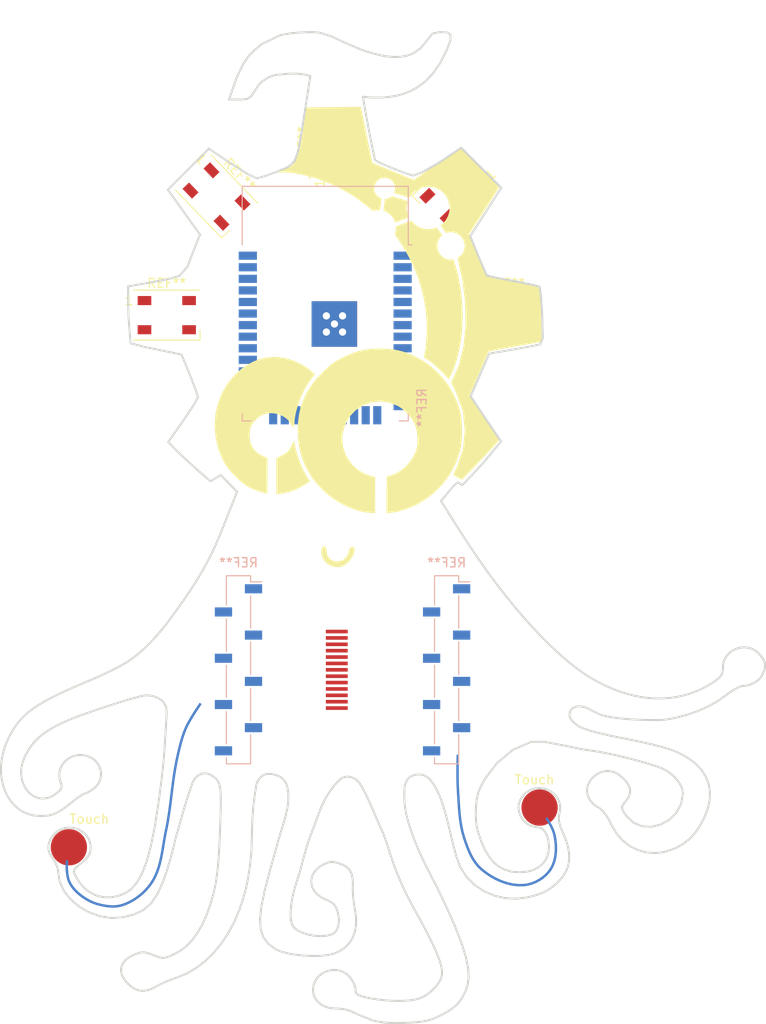
<source format=kicad_pcb>
(kicad_pcb (version 20171130) (host pcbnew 5.1.2-f72e74a~84~ubuntu18.04.1)
  (layers (0 Top signal) (31 Bottom signal) (34 B.Paste user) (35 F.Paste user) (36 B.SilkS user) (37 F.SilkS user) (38 B.Mask user) (39 F.Mask user) (44 Edge.Cuts user))
  (net 0 "")
  (module Oshwi_ESP32:ESP32-WROOM-32 (layer Bottom) (at 154.178 75.073 180)
    (fp_text reference REF** (at -10.61 -8.43 90) (layer B.SilkS) (effects (justify mirror)))
    (fp_text value ESP32-WROOM-32)
    (pad 39 smd rect (at -1 0.755 180) (size 5 5) (layers Bottom B.Paste B.Mask))
    (pad 1 smd rect (at -8.5 8.255 180) (size 2 0.9) (layers Bottom B.Paste B.Mask))
    (pad 2 smd rect (at -8.5 6.985 180) (size 2 0.9) (layers Bottom B.Paste B.Mask))
    (pad 3 smd rect (at -8.5 5.715 180) (size 2 0.9) (layers Bottom B.Paste B.Mask))
    (pad 4 smd rect (at -8.5 4.445 180) (size 2 0.9) (layers Bottom B.Paste B.Mask))
    (pad 5 smd rect (at -8.5 3.175 180) (size 2 0.9) (layers Bottom B.Paste B.Mask))
    (pad 6 smd rect (at -8.5 1.905 180) (size 2 0.9) (layers Bottom B.Paste B.Mask))
    (pad 7 smd rect (at -8.5 0.635 180) (size 2 0.9) (layers Bottom B.Paste B.Mask))
    (pad 8 smd rect (at -8.5 -0.635 180) (size 2 0.9) (layers Bottom B.Paste B.Mask))
    (pad 9 smd rect (at -8.5 -1.905 180) (size 2 0.9) (layers Bottom B.Paste B.Mask))
    (pad 10 smd rect (at -8.5 -3.175 180) (size 2 0.9) (layers Bottom B.Paste B.Mask))
    (pad 11 smd rect (at -8.5 -4.445 180) (size 2 0.9) (layers Bottom B.Paste B.Mask))
    (pad 12 smd rect (at -8.5 -5.715 180) (size 2 0.9) (layers Bottom B.Paste B.Mask))
    (pad 13 smd rect (at -8.5 -6.985 180) (size 2 0.9) (layers Bottom B.Paste B.Mask))
    (pad 14 smd rect (at -8.5 -8.255 180) (size 2 0.9) (layers Bottom B.Paste B.Mask))
    (pad 15 smd rect (at -5.715 -9.255 90) (size 2 0.9) (layers Bottom B.Paste B.Mask))
    (pad 16 smd rect (at -4.445 -9.255 90) (size 2 0.9) (layers Bottom B.Paste B.Mask))
    (pad 17 smd rect (at -3.175 -9.255 90) (size 2 0.9) (layers Bottom B.Paste B.Mask))
    (pad 18 smd rect (at -1.905 -9.255 90) (size 2 0.9) (layers Bottom B.Paste B.Mask))
    (pad 19 smd rect (at -0.635 -9.255 90) (size 2 0.9) (layers Bottom B.Paste B.Mask))
    (pad 20 smd rect (at 0.635 -9.255 90) (size 2 0.9) (layers Bottom B.Paste B.Mask))
    (pad 21 smd rect (at 1.905 -9.255 90) (size 2 0.9) (layers Bottom B.Paste B.Mask))
    (pad 22 smd rect (at 3.175 -9.255 90) (size 2 0.9) (layers Bottom B.Paste B.Mask))
    (pad 23 smd rect (at 4.445 -9.255 90) (size 2 0.9) (layers Bottom B.Paste B.Mask))
    (pad 24 smd rect (at 5.715 -9.255 90) (size 2 0.9) (layers Bottom B.Paste B.Mask))
    (pad 25 smd rect (at 8.5 -8.255 180) (size 2 0.9) (layers Bottom B.Paste B.Mask))
    (pad 26 smd rect (at 8.5 -6.985 180) (size 2 0.9) (layers Bottom B.Paste B.Mask))
    (pad 27 smd rect (at 8.5 -5.715 180) (size 2 0.9) (layers Bottom B.Paste B.Mask))
    (pad 28 smd rect (at 8.5 -4.445 180) (size 2 0.9) (layers Bottom B.Paste B.Mask))
    (pad 29 smd rect (at 8.5 -3.175 180) (size 2 0.9) (layers Bottom B.Paste B.Mask))
    (pad 30 smd rect (at 8.5 -1.905 180) (size 2 0.9) (layers Bottom B.Paste B.Mask))
    (pad 31 smd rect (at 8.5 -0.635 180) (size 2 0.9) (layers Bottom B.Paste B.Mask))
    (pad 32 smd rect (at 8.5 0.635 180) (size 2 0.9) (layers Bottom B.Paste B.Mask))
    (pad 33 smd rect (at 8.5 1.905 180) (size 2 0.9) (layers Bottom B.Paste B.Mask))
    (pad 34 smd rect (at 8.5 3.175 180) (size 2 0.9) (layers Bottom B.Paste B.Mask))
    (pad 35 smd rect (at 8.5 4.445 180) (size 2 0.9) (layers Bottom B.Paste B.Mask))
    (pad 36 smd rect (at 8.5 5.715 180) (size 2 0.9) (layers Bottom B.Paste B.Mask))
    (pad 37 smd rect (at 8.5 6.985 180) (size 2 0.9) (layers Bottom B.Paste B.Mask))
    (pad 38 smd rect (at 8.5 8.255 180) (size 2 0.9) (layers Bottom B.Paste B.Mask))
    (pad 39 thru_hole circle (at -1.016 0.762 180) (size 1.2 1.2) (drill 0.8) (layers *.Cu *.Mask))
    (pad 39 thru_hole circle (at -1.905 1.651 180) (size 1.2 1.2) (drill 0.8) (layers *.Cu *.Mask))
    (pad 39 thru_hole circle (at -0.127 1.651 180) (size 1.2 1.2) (drill 0.8) (layers *.Cu *.Mask))
    (pad 39 thru_hole circle (at -1.905 -0.127 180) (size 1.2 1.2) (drill 0.8) (layers *.Cu *.Mask))
    (pad 39 thru_hole circle (at -0.127 -0.127 180) (size 1.2 1.2) (drill 0.8) (layers *.Cu *.Mask))
    (pad 39 smd rect (at -1.016 0.762 180) (size 5 5) (layers Top F.Paste F.Mask))
  )
  (module Oshwi_ESP32:Touch_ESP32 (layer Bottom) (at 152.654 127.127 180)
    (fp_text reference svg2mod hide)
    (fp_text value G*** hide)
    (fp_poly (pts (xy 12.264212 11.248559) (xy 12.277758 11.228239) (xy 12.316147 11.172346) (xy 12.377115 11.08315) (xy 12.457844 10.964601) (xy 12.554378 10.820643) (xy 12.664463 10.654668) (xy 12.785274 10.470631) (xy 12.913986 10.271353) (xy 13.047781 10.060779) (xy 13.183835 9.842304) (xy 13.318756 9.620446) (xy 13.450294 9.39745) (xy 13.575622 9.177851) (xy 13.69135 8.964456) (xy 13.795223 8.760658) (xy 13.88442 8.569844) (xy 13.969099 8.372261) (xy 14.048699 8.172977) (xy 14.124346 7.972002) (xy 14.196043 7.769902) (xy 14.263787 7.566673) (xy 14.328708 7.362309) (xy 14.389679 7.157381) (xy 14.44839 6.951326) (xy 14.504844 6.744711) (xy 14.558475 6.537521) (xy 14.610412 6.330336) (xy 14.660654 6.122591) (xy 14.709205 5.914842) (xy 14.75719 5.707092) (xy 14.804045 5.49991) (xy 14.850339 5.292728) (xy 14.956472 4.791422) (xy 15.051878 4.28842) (xy 15.138251 3.78429) (xy 15.216721 3.279034) (xy 15.288981 2.772645) (xy 15.356725 2.266262) (xy 15.421083 1.759307) (xy 15.483746 1.252921) (xy 15.545844 0.746532) (xy 15.609635 0.240715) (xy 15.675686 -0.263983) (xy 15.745689 -0.767548) (xy 15.8219 -1.269984) (xy 15.904886 -1.770721) (xy 15.995779 -2.269204) (xy 16.096831 -2.765433) (xy 16.171912 -3.133508) (xy 16.240786 -3.50497) (xy 16.304577 -3.878691) (xy 16.366677 -4.252976) (xy 16.428211 -4.62783) (xy 16.491439 -5.000985) (xy 16.559182 -5.372449) (xy 16.632006 -5.740524) (xy 16.7133 -6.104086) (xy 16.804189 -6.462567) (xy 16.906935 -6.814833) (xy 17.02323 -7.159202) (xy 17.155895 -7.495659) (xy 17.305495 -7.822525) (xy 17.475421 -8.138668) (xy 17.666234 -8.444077) (xy 17.809061 -8.645051) (xy 17.960355 -8.84151) (xy 18.120685 -9.032886) (xy 18.289478 -9.21862) (xy 18.466177 -9.397574) (xy 18.650216 -9.570323) (xy 18.841029 -9.735733) (xy 19.038617 -9.893797) (xy 19.241848 -10.043967) (xy 19.450726 -10.185104) (xy 19.664684 -10.317766) (xy 19.883159 -10.440834) (xy 20.105583 -10.553742) (xy 20.331964 -10.656485) (xy 20.561164 -10.748505) (xy 20.792622 -10.829801) (xy 20.941095 -10.8727) (xy 20.941624 -10.8727) (xy 21.092355 -10.907707) (xy 21.245908 -10.935364) (xy 21.401719 -10.955155) (xy 21.559225 -10.96812) (xy 21.718423 -10.974337) (xy 21.877622 -10.974337) (xy 22.038513 -10.96812) (xy 22.199969 -10.956822) (xy 22.361426 -10.939888) (xy 22.361955 -10.939888) (xy 22.522848 -10.918431) (xy 22.523378 -10.918431) (xy 22.684271 -10.893031) (xy 22.844598 -10.863109) (xy 23.003797 -10.83037) (xy 23.161867 -10.794238) (xy 23.161867 -10.793709) (xy 23.318242 -10.755323) (xy 23.453729 -10.717498) (xy 23.58809 -10.676289) (xy 23.721885 -10.629998) (xy 23.854549 -10.580314) (xy 23.986084 -10.526117) (xy 24.116492 -10.468541) (xy 24.245207 -10.407007) (xy 24.372791 -10.342086) (xy 24.498119 -10.273773) (xy 24.622315 -10.202643) (xy 24.744819 -10.12812) (xy 24.865064 -10.050783) (xy 24.983616 -9.970619) (xy 25.099911 -9.887635) (xy 25.21451 -9.802389) (xy 25.326289 -9.714886) (xy 25.409842 -9.646581) (xy 25.492262 -9.576014) (xy 25.573555 -9.503749) (xy 25.653155 -9.429798) (xy 25.731625 -9.354153) (xy 25.807272 -9.276249) (xy 25.881226 -9.19721) (xy 25.953486 -9.115914) (xy 26.022923 -9.032928) (xy 26.08954 -8.948248) (xy 26.153331 -8.861875) (xy 26.214865 -8.774374) (xy 26.273013 -8.684609) (xy 26.327774 -8.593722) (xy 26.379145 -8.501139) (xy 26.426567 -8.40686) (xy 26.463825 -8.326699) (xy 26.497134 -8.244276) (xy 26.527616 -8.16016) (xy 26.555278 -8.074917) (xy 26.579541 -7.98798) (xy 26.602136 -7.899911) (xy 26.621345 -7.810712) (xy 26.638834 -7.720383) (xy 26.654074 -7.628932) (xy 26.66762 -7.536916) (xy 26.679474 -7.444333) (xy 26.690189 -7.351183) (xy 26.699212 -7.257471) (xy 26.707123 -7.163758) (xy 26.713896 -7.070045) (xy 26.720669 -6.976332) (xy 26.726861 -6.819392) (xy 26.727919 -6.646082) (xy 26.723395 -6.459217) (xy 26.714928 -6.262759) (xy 26.702519 -6.061784) (xy 26.97464 -6.043184) (xy 26.987631 -6.248673) (xy 26.996654 -6.449647) (xy 27.000596 -6.643283) (xy 27.000067 -6.825628) (xy 26.992738 -6.994427) (xy 26.98652 -7.089831) (xy 26.979191 -7.1858) (xy 26.970724 -7.282339) (xy 26.961676 -7.379441) (xy 26.95096 -7.47654) (xy 26.938525 -7.574201) (xy 26.92384 -7.671297) (xy 26.907463 -7.768963) (xy 26.888836 -7.865502) (xy 26.86796 -7.962601) (xy 26.843698 -8.058573) (xy 26.816602 -8.153977) (xy 26.786117 -8.248819) (xy 26.752247 -8.342529) (xy 26.714423 -8.435115) (xy 26.672648 -8.526005) (xy 26.620144 -8.629309) (xy 26.563692 -8.730366) (xy 26.504415 -8.829723) (xy 26.441187 -8.926822) (xy 26.375137 -9.021667) (xy 26.306263 -9.114248) (xy 26.234569 -9.205137) (xy 26.160049 -9.29377) (xy 26.083839 -9.380709) (xy 26.004802 -9.465389) (xy 25.924075 -9.54781) (xy 25.841652 -9.627971) (xy 25.757538 -9.706446) (xy 25.757538 -9.705917) (xy 25.671729 -9.782127) (xy 25.584789 -9.856084) (xy 25.496723 -9.928341) (xy 25.379864 -10.019228) (xy 25.260746 -10.108427) (xy 25.139374 -10.194801) (xy 25.015739 -10.278351) (xy 25.015739 -10.27888) (xy 24.889848 -10.359602) (xy 24.7617 -10.437508) (xy 24.631855 -10.512592) (xy 24.499757 -10.583722) (xy 24.36596 -10.652032) (xy 24.230472 -10.71639) (xy 24.093291 -10.77736) (xy 23.95498 -10.834375) (xy 23.814412 -10.886877) (xy 23.673278 -10.935425) (xy 23.530451 -10.980023) (xy 23.386493 -11.019547) (xy 23.225603 -11.059626) (xy 23.062453 -11.096887) (xy 22.897043 -11.131322) (xy 22.730507 -11.162374) (xy 22.56284 -11.188896) (xy 22.39348 -11.211465) (xy 22.223554 -11.228927) (xy 22.053628 -11.240754) (xy 21.883142 -11.246972) (xy 21.712652 -11.247501) (xy 21.712123 -11.247501) (xy 21.542763 -11.240728) (xy 21.373401 -11.226625) (xy 21.204607 -11.205168) (xy 21.037504 -11.175246) (xy 20.872097 -11.13686) (xy 20.708945 -11.089434) (xy 20.465067 -11.004193) (xy 20.224011 -10.90766) (xy 19.986907 -10.799829) (xy 19.75432 -10.681274) (xy 19.525683 -10.552565) (xy 19.302126 -10.414257) (xy 19.084218 -10.266913) (xy 18.871953 -10.110536) (xy 18.666462 -9.945693) (xy 18.467183 -9.772946) (xy 18.275241 -9.59286) (xy 18.091202 -9.405998) (xy 17.915066 -9.212358) (xy 17.7474 -9.013079) (xy 17.58933 -8.807593) (xy 17.440295 -8.597022) (xy 17.238757 -8.275802) (xy 17.060928 -7.943853) (xy 16.903987 -7.60231) (xy 16.766806 -7.252862) (xy 16.645995 -6.896645) (xy 16.540426 -6.534214) (xy 16.44728 -6.167268) (xy 16.364857 -5.796362) (xy 16.290339 -5.423215) (xy 16.222593 -5.047795) (xy 16.158802 -4.67238) (xy 16.096704 -4.296968) (xy 16.03517 -3.923811) (xy 15.971376 -3.552907) (xy 15.903632 -3.185401) (xy 15.830242 -2.822967) (xy 15.727499 -2.320533) (xy 15.63548 -1.816968) (xy 15.551927 -1.31227) (xy 15.475716 -0.807019) (xy 15.405149 -0.300633) (xy 15.338535 0.206322) (xy 15.274742 0.712713) (xy 15.212644 1.21966) (xy 15.14998 1.725483) (xy 15.085623 2.231305) (xy 15.018442 2.735432) (xy 14.946185 3.238434) (xy 14.868278 3.740306) (xy 14.783032 4.239916) (xy 14.688756 4.737841) (xy 14.583753 5.232934) (xy 14.537462 5.440116) (xy 14.490604 5.646738) (xy 14.443183 5.85279) (xy 14.394634 6.059411) (xy 14.344953 6.264899) (xy 14.293582 6.470388) (xy 14.240517 6.674752) (xy 14.185193 6.877987) (xy 14.127609 7.08065) (xy 14.067204 7.282188) (xy 14.003977 7.482599) (xy 13.937926 7.681315) (xy 13.867923 7.878337) (xy 13.793969 8.074234) (xy 13.716629 8.267864) (xy 13.634769 8.459809) (xy 13.550092 8.640461) (xy 13.449603 8.836919) (xy 13.336698 9.044662) (xy 13.214193 9.260316) (xy 13.084349 9.47992) (xy 12.95112 9.699524) (xy 12.816762 9.915178) (xy 12.684095 10.124051) (xy 12.55651 10.321645) (xy 12.436265 10.504551) (xy 12.326746 10.669392) (xy 12.23134 10.812222) (xy 12.15174 10.929644) (xy 12.091336 11.01771) (xy 12.052947 11.073037) (xy 12.039956 11.092246) (xy 12.264212 11.248559)) (layer Bottom) (width 0))
    (fp_poly (pts (xy -15.94764 5.558306) (xy -15.94473 5.445964) (xy -15.937957 5.140547) (xy -15.92949 4.686099) (xy -15.922717 4.127212) (xy -15.919304 3.508483) (xy -15.922717 2.875074) (xy -15.935681 2.270458) (xy -15.960499 1.738667) (xy -16.001144 1.064615) (xy -16.039536 0.386609) (xy -16.083565 -0.29365) (xy -16.140583 -0.973354) (xy -16.218489 -1.651355) (xy -16.325188 -2.324285) (xy -16.468576 -2.989868) (xy -16.656565 -3.646985) (xy -16.813505 -4.114983) (xy -16.983997 -4.586933) (xy -17.173114 -5.056061) (xy -17.385945 -5.515591) (xy -17.627001 -5.958753) (xy -17.902496 -6.378202) (xy -18.216376 -6.767166) (xy -18.574855 -7.118305) (xy -19.082368 -7.521387) (xy -19.629968 -7.888327) (xy -20.212001 -8.212937) (xy -20.821136 -8.485603) (xy -21.450587 -8.699566) (xy -22.09303 -8.845783) (xy -22.742241 -8.915781) (xy -23.39033 -8.90107) (xy -23.830663 -8.832194) (xy -24.266484 -8.710822) (xy -24.691577 -8.540896) (xy -25.098046 -8.32581) (xy -25.479668 -8.069511) (xy -25.82968 -7.775956) (xy -26.140737 -7.447957) (xy -26.405503 -7.088915) (xy -26.638657 -6.653654) (xy -26.80858 -6.18961) (xy -26.921488 -5.704679) (xy -26.983583 -5.205627) (xy -26.999961 -4.700373) (xy -26.97681 -4.196239) (xy -26.919229 -3.700015) (xy -26.832855 -3.218468) (xy -26.674222 -2.713778) (xy -26.426389 -2.178031) (xy -26.123235 -1.637771) (xy -25.921937 -1.317519) (xy -25.693866 -1.46825) (xy -25.888952 -1.778341) (xy -26.183639 -2.303359) (xy -26.420743 -2.814825) (xy -26.565261 -3.274923) (xy -26.648809 -3.7401) (xy -26.704702 -4.218824) (xy -26.726715 -4.703194) (xy -26.711449 -5.185309) (xy -26.65274 -5.657257) (xy -26.546608 -6.112272) (xy -26.389102 -6.543008) (xy -26.175141 -6.941574) (xy -25.93183 -7.27239) (xy -25.642786 -7.576672) (xy -25.31592 -7.851034) (xy -24.958013 -8.091527) (xy -24.576383 -8.293068) (xy -24.17895 -8.452263) (xy -23.772483 -8.565732) (xy -23.364893 -8.628962) (xy -22.75407 -8.643064) (xy -22.138724 -8.576445) (xy -21.525078 -8.43701) (xy -20.92159 -8.231518) (xy -20.334477 -7.96844) (xy -19.772764 -7.655692) (xy -19.243232 -7.3006) (xy -18.753216 -6.911634) (xy -18.41901 -6.584207) (xy -18.123195 -6.217822) (xy -17.861814 -5.819262) (xy -17.629792 -5.393605) (xy -17.423738 -4.948185) (xy -17.239135 -4.490352) (xy -17.071469 -4.025741) (xy -16.916224 -3.562257) (xy -16.733879 -2.924334) (xy -16.593872 -2.274557) (xy -16.489433 -1.614615) (xy -16.412093 -0.946772) (xy -16.355641 -0.273846) (xy -16.312173 0.402466) (xy -16.312173 0.402995) (xy -16.273784 1.080434) (xy -16.233136 1.756746) (xy -16.208848 2.278941) (xy -16.195883 2.878471) (xy -16.192496 3.508497) (xy -16.19538 4.124399) (xy -16.19538 4.124928) (xy -16.202709 4.681559) (xy -16.210594 5.13488) (xy -16.217367 5.439164) (xy -16.217367 5.439693) (xy -16.220278 5.550342) (xy -15.94764 5.558306)) (layer Bottom) (width 0))
  )
  (module Oshwi_ESP32:Oshwi_ESP32 (layer Top) (at 160.528 96.647)
    (fp_text reference svg2mod hide)
    (fp_text value G*** hide)
    (fp_poly (pts (xy 19.04092 30.741672) (xy 19.038803 30.836726) (xy 19.031686 30.930531) (xy 19.019939 31.022974) (xy 19.003693 31.113932) (xy 18.983029 31.203301) (xy 18.958158 31.29096) (xy 18.929118 31.376788) (xy 18.896047 31.460669) (xy 18.859059 31.542494) (xy 18.818265 31.622136) (xy 18.773786 31.699484) (xy 18.725735 31.774433) (xy 18.674239 31.846857) (xy 18.619404 31.916633) (xy 18.561344 31.983655) (xy 18.500186 32.047811) (xy 18.436035 32.108969) (xy 18.369013 32.167024) (xy 18.299232 32.221862) (xy 18.22681 32.273363) (xy 18.151867 32.321409) (xy 18.074511 32.365888) (xy 17.994866 32.406679) (xy 17.913046 32.443667) (xy 17.829165 32.476743) (xy 17.743337 32.505786) (xy 17.655681 32.530631) (xy 17.566315 32.551268) (xy 17.475351 32.567514) (xy 17.382911 32.579261) (xy 17.289103 32.586378) (xy 17.194046 32.588495) (xy 17.098992 32.586378) (xy 17.005189 32.579261) (xy 16.912744 32.567514) (xy 16.82178 32.551268) (xy 16.732415 32.530631) (xy 16.644763 32.505786) (xy 16.558935 32.476743) (xy 16.475049 32.443667) (xy 16.393229 32.406679) (xy 16.313582 32.365888) (xy 16.236231 32.321409) (xy 16.161282 32.273363) (xy 16.088866 32.221862) (xy 16.019082 32.167024) (xy 15.95206 32.108969) (xy 15.887915 32.047811) (xy 15.826748 31.983655) (xy 15.768694 31.916633) (xy 15.713856 31.846857) (xy 15.66236 31.774433) (xy 15.614307 31.699484) (xy 15.569833 31.622136) (xy 15.529042 31.542494) (xy 15.492053 31.460669) (xy 15.458975 31.376788) (xy 15.42994 31.29096) (xy 15.405042 31.203301) (xy 15.384405 31.113932) (xy 15.368159 31.022974) (xy 15.356412 30.930531) (xy 15.349268 30.836726) (xy 15.347151 30.741672) (xy 15.349268 30.646617) (xy 15.356412 30.552812) (xy 15.368159 30.460364) (xy 15.384405 30.369405) (xy 15.405042 30.280037) (xy 15.42994 30.192383) (xy 15.458975 30.106558) (xy 15.492053 30.022674) (xy 15.529042 29.940855) (xy 15.569833 29.861207) (xy 15.614307 29.783853) (xy 15.66236 29.708908) (xy 15.713856 29.636488) (xy 15.768694 29.56671) (xy 15.826748 29.499686) (xy 15.887915 29.435535) (xy 15.95206 29.374376) (xy 16.019082 29.316319) (xy 16.088866 29.261484) (xy 16.161282 29.209983) (xy 16.236231 29.161934) (xy 16.313582 29.117458) (xy 16.393229 29.076667) (xy 16.475049 29.039678) (xy 16.558935 29.006606) (xy 16.644763 28.977562) (xy 16.732415 28.952691) (xy 16.82178 28.932054) (xy 16.912744 28.915808) (xy 17.005189 28.904061) (xy 17.098992 28.896944) (xy 17.194046 28.894827) (xy 17.289101 28.896944) (xy 17.382911 28.904061) (xy 17.475351 28.915808) (xy 17.566315 28.932054) (xy 17.655681 28.952691) (xy 17.743337 28.977562) (xy 17.82916 29.006606) (xy 17.913044 29.039678) (xy 17.994863 29.076667) (xy 18.074508 29.117458) (xy 18.151864 29.161934) (xy 18.226808 29.209983) (xy 18.299229 29.261484) (xy 18.369011 29.316319) (xy 18.436032 29.374376) (xy 18.500186 29.435535) (xy 18.561344 29.499686) (xy 18.619404 29.56671) (xy 18.674237 29.636488) (xy 18.725735 29.708908) (xy 18.773783 29.783853) (xy 18.81826 29.861207) (xy 18.859056 29.940855) (xy 18.896047 30.022674) (xy 18.929115 30.106558) (xy 18.958158 30.192383) (xy 18.983029 30.280037) (xy 19.003693 30.369405) (xy 19.019939 30.460364) (xy 19.031686 30.552812) (xy 19.038803 30.646617) (xy 19.04092 30.741672)) (layer Top) (width 0.290135))
    (fp_poly (pts (xy -32.653573 35.097864) (xy -32.655954 35.192916) (xy -32.663087 35.286724) (xy -32.674835 35.379164) (xy -32.69108 35.470128) (xy -32.71171 35.559496) (xy -32.736602 35.647155) (xy -32.765643 35.732978) (xy -32.798716 35.816859) (xy -32.835707 35.898681) (xy -32.876499 35.978323) (xy -32.920977 36.05568) (xy -32.969023 36.130623) (xy -33.020522 36.203045) (xy -33.075358 36.272823) (xy -33.133415 36.339847) (xy -33.194577 36.404001) (xy -33.258727 36.465162) (xy -33.32575 36.523217) (xy -33.395531 36.578054) (xy -33.467951 36.629553) (xy -33.542896 36.677604) (xy -33.620249 36.722083) (xy -33.699895 36.762871) (xy -33.781717 36.799857) (xy -33.865599 36.832933) (xy -33.951426 36.861974) (xy -34.03908 36.886844) (xy -34.128446 36.907482) (xy -34.219409 36.923727) (xy -34.311852 36.935448) (xy -34.405659 36.942566) (xy -34.500713 36.944682) (xy -34.595768 36.942566) (xy -34.689575 36.935448) (xy -34.782017 36.923727) (xy -34.872979 36.907482) (xy -34.962346 36.886844) (xy -35.050001 36.861974) (xy -35.135827 36.832933) (xy -35.21971 36.799857) (xy -35.301532 36.762871) (xy -35.381178 36.722083) (xy -35.458531 36.677604) (xy -35.533476 36.629553) (xy -35.605896 36.578054) (xy -35.675676 36.523217) (xy -35.742699 36.465162) (xy -35.806849 36.404001) (xy -35.868011 36.339847) (xy -35.926068 36.272823) (xy -35.980904 36.203045) (xy -36.032403 36.130623) (xy -36.08045 36.05568) (xy -36.124927 35.978323) (xy -36.165719 35.898681) (xy -36.20271 35.816859) (xy -36.235783 35.732978) (xy -36.264824 35.647155) (xy -36.289716 35.559496) (xy -36.310345 35.470128) (xy -36.326588 35.379164) (xy -36.338336 35.286724) (xy -36.345469 35.192916) (xy -36.347869 35.097864) (xy -36.345469 35.002813) (xy -36.338336 34.909002) (xy -36.326588 34.816559) (xy -36.310345 34.725598) (xy -36.289716 34.636232) (xy -36.264824 34.548573) (xy -36.235783 34.462748) (xy -36.20271 34.378867) (xy -36.165718 34.297047) (xy -36.124926 34.217397) (xy -36.080449 34.140043) (xy -36.032403 34.065103) (xy -35.980904 33.992681) (xy -35.926068 33.9229) (xy -35.868011 33.855878) (xy -35.806849 33.791727) (xy -35.742699 33.730569) (xy -35.675675 33.672506) (xy -35.605895 33.617677) (xy -35.533476 33.56617) (xy -35.45853 33.518127) (xy -35.381177 33.473651) (xy -35.301532 33.432857) (xy -35.219709 33.395868) (xy -35.135827 33.362793) (xy -35.050001 33.333757) (xy -34.962346 33.308887) (xy -34.872979 33.288223) (xy -34.782018 33.271977) (xy -34.689575 33.260256) (xy -34.595768 33.253112) (xy -34.500714 33.250996) (xy -34.405659 33.253112) (xy -34.311853 33.260256) (xy -34.21941 33.271977) (xy -34.128448 33.288223) (xy -34.039081 33.308887) (xy -33.951427 33.333757) (xy -33.8656 33.362793) (xy -33.781718 33.395868) (xy -33.699896 33.432857) (xy -33.620251 33.473651) (xy -33.542897 33.518127) (xy -33.467952 33.56617) (xy -33.395532 33.617677) (xy -33.325752 33.672506) (xy -33.258729 33.730569) (xy -33.194578 33.791727) (xy -33.133417 33.855878) (xy -33.07536 33.9229) (xy -33.020524 33.992681) (xy -32.969024 34.065103) (xy -32.920978 34.140043) (xy -32.876501 34.217397) (xy -32.835709 34.297047) (xy -32.798717 34.378867) (xy -32.765644 34.462748) (xy -32.736603 34.548573) (xy -32.711711 34.636232) (xy -32.691082 34.725598) (xy -32.674839 34.816559) (xy -32.663091 34.909002) (xy -32.655958 35.002813) (xy -32.653577 35.097864) (xy -32.653573 35.097864)) (layer Top) (width 0.290135))
    (fp_line (start -1.519282 53.9391) (end -1.519091 53.937274) (layer Edge.Cuts) (width 0.218488))
    (fp_line (start -1.519274 53.9391) (end -1.519282 53.9391) (layer Edge.Cuts) (width 0.218488))
    (fp_line (start -1.519266 53.939074) (end -1.519274 53.9391) (layer Edge.Cuts) (width 0.218488))
    (fp_line (start -1.519258 53.939021) (end -1.519266 53.939074) (layer Edge.Cuts) (width 0.218488))
    (fp_line (start -1.51925 53.938994) (end -1.519258 53.939021) (layer Edge.Cuts) (width 0.218488))
    (fp_line (start -1.519242 53.938941) (end -1.51925 53.938994) (layer Edge.Cuts) (width 0.218488))
    (fp_line (start -1.519234 53.938888) (end -1.519242 53.938941) (layer Edge.Cuts) (width 0.218488))
    (fp_line (start -1.519229 53.938835) (end -1.519234 53.938888) (layer Edge.Cuts) (width 0.218488))
    (fp_line (start -1.35769 54.035197) (end -1.519229 53.938835) (layer Edge.Cuts) (width 0.218488))
    (fp_line (start -0.940151 54.148068) (end -1.35769 54.035197) (layer Edge.Cuts) (width 0.218488))
    (fp_line (start -0.407209 54.253266) (end -0.940151 54.148068) (layer Edge.Cuts) (width 0.218488))
    (fp_line (start 0.100537 54.326476) (end -0.407209 54.253266) (layer Edge.Cuts) (width 0.218488))
    (fp_line (start 0.571654 54.364947) (end 0.100537 54.326476) (layer Edge.Cuts) (width 0.218488))
    (fp_line (start 1.098109 54.383203) (end 0.571654 54.364947) (layer Edge.Cuts) (width 0.218488))
    (fp_line (start 1.694294 54.383177) (end 1.098109 54.383203) (layer Edge.Cuts) (width 0.218488))
    (fp_line (start 2.374644 54.366508) (end 1.694294 54.383177) (layer Edge.Cuts) (width 0.218488))
    (fp_line (start 3.111686 54.335287) (end 2.374644 54.366508) (layer Edge.Cuts) (width 0.218488))
    (fp_line (start 3.730618 54.292636) (end 3.111686 54.335287) (layer Edge.Cuts) (width 0.218488))
    (fp_line (start 4.258615 54.232655) (end 3.730618 54.292636) (layer Edge.Cuts) (width 0.218488))
    (fp_line (start 4.722866 54.149206) (end 4.258615 54.232655) (layer Edge.Cuts) (width 0.218488))
    (fp_line (start 5.15057 54.036493) (end 4.722866 54.149206) (layer Edge.Cuts) (width 0.218488))
    (fp_line (start 5.568892 53.888459) (end 5.15057 54.036493) (layer Edge.Cuts) (width 0.218488))
    (fp_line (start 6.005034 53.699149) (end 5.568892 53.888459) (layer Edge.Cuts) (width 0.218488))
    (fp_line (start 6.486176 53.462585) (end 6.005034 53.699149) (layer Edge.Cuts) (width 0.218488))
    (fp_line (start 6.891701 53.244728) (end 6.486176 53.462585) (layer Edge.Cuts) (width 0.218488))
    (fp_line (start 7.253706 53.027293) (end 6.891701 53.244728) (layer Edge.Cuts) (width 0.218488))
    (fp_line (start 7.575942 52.807133) (end 7.253706 53.027293) (layer Edge.Cuts) (width 0.218488))
    (fp_line (start 7.862158 52.58102) (end 7.575942 52.807133) (layer Edge.Cuts) (width 0.218488))
    (fp_line (start 8.116121 52.345753) (end 7.862158 52.58102) (layer Edge.Cuts) (width 0.218488))
    (fp_line (start 8.341572 52.098076) (end 8.116121 52.345753) (layer Edge.Cuts) (width 0.218488))
    (fp_line (start 8.542282 51.834895) (end 8.341572 52.098076) (layer Edge.Cuts) (width 0.218488))
    (fp_line (start 8.722001 51.552902) (end 8.542282 51.834895) (layer Edge.Cuts) (width 0.218488))
    (fp_line (start 9.058654 50.898799) (end 8.722001 51.552902) (layer Edge.Cuts) (width 0.218488))
    (fp_line (start 9.295273 50.189901) (end 9.058654 50.898799) (layer Edge.Cuts) (width 0.218488))
    (fp_line (start 9.401445 49.368238) (end 9.295273 50.189901) (layer Edge.Cuts) (width 0.218488))
    (fp_line (start 9.34674 48.375944) (end 9.401445 49.368238) (layer Edge.Cuts) (width 0.218488))
    (fp_line (start 9.100744 47.155025) (end 9.34674 48.375944) (layer Edge.Cuts) (width 0.218488))
    (fp_line (start 8.633056 45.647588) (end 9.100744 47.155025) (layer Edge.Cuts) (width 0.218488))
    (fp_line (start 7.91323 43.795769) (end 8.633056 45.647588) (layer Edge.Cuts) (width 0.218488))
    (fp_line (start 6.91087 41.541598) (end 7.91323 43.795769) (layer Edge.Cuts) (width 0.218488))
    (fp_line (start 5.973776 39.597519) (end 6.91087 41.541598) (layer Edge.Cuts) (width 0.218488))
    (fp_line (start 5.14105 37.967024) (end 5.973776 39.597519) (layer Edge.Cuts) (width 0.218488))
    (fp_line (start 4.694921 37.093899) (end 5.14105 37.967024) (layer Edge.Cuts) (width 0.218488))
    (fp_line (start 4.286094 36.250686) (end 4.694921 37.093899) (layer Edge.Cuts) (width 0.218488))
    (fp_line (start 3.912624 35.428326) (end 4.286094 36.250686) (layer Edge.Cuts) (width 0.218488))
    (fp_line (start 3.572553 34.617809) (end 3.912624 35.428326) (layer Edge.Cuts) (width 0.218488))
    (fp_line (start 3.26393 33.810111) (end 3.572553 34.617809) (layer Edge.Cuts) (width 0.218488))
    (fp_line (start 2.984802 32.996205) (end 3.26393 33.810111) (layer Edge.Cuts) (width 0.218488))
    (fp_line (start 2.733215 32.167069) (end 2.984802 32.996205) (layer Edge.Cuts) (width 0.218488))
    (fp_line (start 2.507219 31.313682) (end 2.733215 32.167069) (layer Edge.Cuts) (width 0.218488))
    (fp_line (start 2.377859 30.443544) (end 2.507219 31.313682) (layer Edge.Cuts) (width 0.218488))
    (fp_line (start 2.334909 29.692855) (end 2.377859 30.443544) (layer Edge.Cuts) (width 0.218488))
    (fp_line (start 2.332792 28.931419) (end 2.334909 29.692855) (layer Edge.Cuts) (width 0.218488))
    (fp_line (start 2.379488 28.408973) (end 2.332792 28.931419) (layer Edge.Cuts) (width 0.218488))
    (fp_line (start 2.487727 28.031658) (end 2.379488 28.408973) (layer Edge.Cuts) (width 0.218488))
    (fp_line (start 2.64435 27.717955) (end 2.487727 28.031658) (layer Edge.Cuts) (width 0.218488))
    (fp_line (start 2.850643 27.468252) (end 2.64435 27.717955) (layer Edge.Cuts) (width 0.218488))
    (fp_line (start 3.107865 27.282951) (end 2.850643 27.468252) (layer Edge.Cuts) (width 0.218488))
    (fp_line (start 3.417287 27.162457) (end 3.107865 27.282951) (layer Edge.Cuts) (width 0.218488))
    (fp_line (start 3.780177 27.107172) (end 3.417287 27.162457) (layer Edge.Cuts) (width 0.218488))
    (fp_line (start 4.197798 27.117465) (end 3.780177 27.107172) (layer Edge.Cuts) (width 0.218488))
    (fp_line (start 4.493522 27.19603) (end 4.197798 27.117465) (layer Edge.Cuts) (width 0.218488))
    (fp_line (start 4.800683 27.362045) (end 4.493522 27.19603) (layer Edge.Cuts) (width 0.218488))
    (fp_line (start 5.107046 27.594239) (end 4.800683 27.362045) (layer Edge.Cuts) (width 0.218488))
    (fp_line (start 5.647135 28.317329) (end 5.107046 27.594239) (layer Edge.Cuts) (width 0.218488))
    (fp_line (start 6.066637 29.119612) (end 5.647135 28.317329) (layer Edge.Cuts) (width 0.218488))
    (fp_line (start 6.376798 29.878162) (end 6.066637 29.119612) (layer Edge.Cuts) (width 0.218488))
    (fp_line (start 6.640537 30.645456) (end 6.376798 29.878162) (layer Edge.Cuts) (width 0.218488))
    (fp_line (start 6.869272 31.422238) (end 6.640537 30.645456) (layer Edge.Cuts) (width 0.218488))
    (fp_line (start 7.07443 32.20926) (end 6.869272 31.422238) (layer Edge.Cuts) (width 0.218488))
    (fp_line (start 7.267425 33.007262) (end 7.07443 32.20926) (layer Edge.Cuts) (width 0.218488))
    (fp_line (start 7.459682 33.816992) (end 7.267425 33.007262) (layer Edge.Cuts) (width 0.218488))
    (fp_line (start 7.66262 34.639198) (end 7.459682 33.816992) (layer Edge.Cuts) (width 0.218488))
    (fp_line (start 7.887661 35.474626) (end 7.66262 34.639198) (layer Edge.Cuts) (width 0.218488))
    (fp_line (start 7.989179 35.925595) (end 7.887661 35.474626) (layer Edge.Cuts) (width 0.218488))
    (fp_line (start 8.46898 37.245109) (end 7.989179 35.925595) (layer Edge.Cuts) (width 0.218488))
    (fp_line (start 9.178584 38.351993) (end 8.46898 37.245109) (layer Edge.Cuts) (width 0.218488))
    (fp_line (start 10.073842 39.247581) (end 9.178584 38.351993) (layer Edge.Cuts) (width 0.218488))
    (fp_line (start 11.110593 39.933302) (end 10.073842 39.247581) (layer Edge.Cuts) (width 0.218488))
    (fp_line (start 12.244698 40.410504) (end 11.110593 39.933302) (layer Edge.Cuts) (width 0.218488))
    (fp_line (start 13.432005 40.680512) (end 12.244698 40.410504) (layer Edge.Cuts) (width 0.218488))
    (fp_line (start 14.628374 40.744647) (end 13.432005 40.680512) (layer Edge.Cuts) (width 0.218488))
    (fp_line (start 15.789654 40.604338) (end 14.628374 40.744647) (layer Edge.Cuts) (width 0.218488))
    (fp_line (start 16.436139 40.450748) (end 15.789654 40.604338) (layer Edge.Cuts) (width 0.218488))
    (fp_line (start 17.008179 40.280594) (end 16.436139 40.450748) (layer Edge.Cuts) (width 0.218488))
    (fp_line (start 17.518174 40.086919) (end 17.008179 40.280594) (layer Edge.Cuts) (width 0.218488))
    (fp_line (start 17.978509 39.863055) (end 17.518174 40.086919) (layer Edge.Cuts) (width 0.218488))
    (fp_line (start 18.401578 39.602096) (end 17.978509 39.863055) (layer Edge.Cuts) (width 0.218488))
    (fp_line (start 18.799771 39.297296) (end 18.401578 39.602096) (layer Edge.Cuts) (width 0.218488))
    (fp_line (start 19.185467 38.941908) (end 18.799771 39.297296) (layer Edge.Cuts) (width 0.218488))
    (fp_line (start 19.571068 38.529026) (end 19.185467 38.941908) (layer Edge.Cuts) (width 0.218488))
    (fp_line (start 19.933024 38.042933) (end 19.571068 38.529026) (layer Edge.Cuts) (width 0.218488))
    (fp_line (start 20.199546 37.518026) (end 19.933024 38.042933) (layer Edge.Cuts) (width 0.218488))
    (fp_line (start 20.37061 36.954887) (end 20.199546 37.518026) (layer Edge.Cuts) (width 0.218488))
    (fp_line (start 20.446191 36.354053) (end 20.37061 36.954887) (layer Edge.Cuts) (width 0.218488))
    (fp_line (start 20.426241 35.716063) (end 20.446191 36.354053) (layer Edge.Cuts) (width 0.218488))
    (fp_line (start 20.310777 35.041439) (end 20.426241 35.716063) (layer Edge.Cuts) (width 0.218488))
    (fp_line (start 20.099738 34.330718) (end 20.310777 35.041439) (layer Edge.Cuts) (width 0.218488))
    (fp_line (start 19.79312 33.584437) (end 20.099738 34.330718) (layer Edge.Cuts) (width 0.218488))
    (fp_line (start 19.634396 33.22644) (end 19.79312 33.584437) (layer Edge.Cuts) (width 0.218488))
    (fp_line (start 19.507825 32.903939) (end 19.634396 33.22644) (layer Edge.Cuts) (width 0.218488))
    (fp_line (start 19.4124 32.611884) (end 19.507825 32.903939) (layer Edge.Cuts) (width 0.218488))
    (fp_line (start 19.347104 32.345219) (end 19.4124 32.611884) (layer Edge.Cuts) (width 0.218488))
    (fp_line (start 19.310959 32.098881) (end 19.347104 32.345219) (layer Edge.Cuts) (width 0.218488))
    (fp_line (start 19.302942 31.867818) (end 19.310959 32.098881) (layer Edge.Cuts) (width 0.218488))
    (fp_line (start 19.322072 31.646973) (end 19.302942 31.867818) (layer Edge.Cuts) (width 0.218488))
    (fp_line (start 19.367355 31.431292) (end 19.322072 31.646973) (layer Edge.Cuts) (width 0.218488))
    (fp_line (start 19.451305 30.949422) (end 19.367355 31.431292) (layer Edge.Cuts) (width 0.218488))
    (fp_line (start 19.440854 30.502203) (end 19.451305 30.949422) (layer Edge.Cuts) (width 0.218488))
    (fp_line (start 19.346223 30.093255) (end 19.440854 30.502203) (layer Edge.Cuts) (width 0.218488))
    (fp_line (start 19.177524 29.726182) (end 19.346223 30.093255) (layer Edge.Cuts) (width 0.218488))
    (fp_line (start 18.944921 29.4046) (end 19.177524 29.726182) (layer Edge.Cuts) (width 0.218488))
    (fp_line (start 18.658549 29.132119) (end 18.944921 29.4046) (layer Edge.Cuts) (width 0.218488))
    (fp_line (start 18.328572 28.912353) (end 18.658549 29.132119) (layer Edge.Cuts) (width 0.218488))
    (fp_line (start 17.965137 28.748909) (end 18.328572 28.912353) (layer Edge.Cuts) (width 0.218488))
    (fp_line (start 17.578391 28.645404) (end 17.965137 28.748909) (layer Edge.Cuts) (width 0.218488))
    (fp_line (start 17.178489 28.60545) (end 17.578391 28.645404) (layer Edge.Cuts) (width 0.218488))
    (fp_line (start 16.775581 28.632651) (end 17.178489 28.60545) (layer Edge.Cuts) (width 0.218488))
    (fp_line (start 16.37982 28.730637) (end 16.775581 28.632651) (layer Edge.Cuts) (width 0.218488))
    (fp_line (start 16.001355 28.903008) (end 16.37982 28.730637) (layer Edge.Cuts) (width 0.218488))
    (fp_line (start 15.650345 29.153378) (end 16.001355 28.903008) (layer Edge.Cuts) (width 0.218488))
    (fp_line (start 15.336931 29.485356) (end 15.650345 29.153378) (layer Edge.Cuts) (width 0.218488))
    (fp_line (start 15.07126 29.902551) (end 15.336931 29.485356) (layer Edge.Cuts) (width 0.218488))
    (fp_line (start 14.966398 30.149259) (end 15.07126 29.902551) (layer Edge.Cuts) (width 0.218488))
    (fp_line (start 14.901162 30.402476) (end 14.966398 30.149259) (layer Edge.Cuts) (width 0.218488))
    (fp_line (start 14.873561 30.659111) (end 14.901162 30.402476) (layer Edge.Cuts) (width 0.218488))
    (fp_line (start 14.881551 30.916074) (end 14.873561 30.659111) (layer Edge.Cuts) (width 0.218488))
    (fp_line (start 14.923133 31.170267) (end 14.881551 30.916074) (layer Edge.Cuts) (width 0.218488))
    (fp_line (start 14.996303 31.418595) (end 14.923133 31.170267) (layer Edge.Cuts) (width 0.218488))
    (fp_line (start 15.099028 31.657963) (end 14.996303 31.418595) (layer Edge.Cuts) (width 0.218488))
    (fp_line (start 15.229303 31.885275) (end 15.099028 31.657963) (layer Edge.Cuts) (width 0.218488))
    (fp_line (start 15.385114 32.097434) (end 15.229303 31.885275) (layer Edge.Cuts) (width 0.218488))
    (fp_line (start 15.564443 32.291352) (end 15.385114 32.097434) (layer Edge.Cuts) (width 0.218488))
    (fp_line (start 15.765273 32.463919) (end 15.564443 32.291352) (layer Edge.Cuts) (width 0.218488))
    (fp_line (start 15.985591 32.612061) (end 15.765273 32.463919) (layer Edge.Cuts) (width 0.218488))
    (fp_line (start 16.223385 32.732672) (end 15.985591 32.612061) (layer Edge.Cuts) (width 0.218488))
    (fp_line (start 16.476634 32.822649) (end 16.223385 32.732672) (layer Edge.Cuts) (width 0.218488))
    (fp_line (start 16.743331 32.878902) (end 16.476634 32.822649) (layer Edge.Cuts) (width 0.218488))
    (fp_line (start 17.021459 32.898349) (end 16.743331 32.878902) (layer Edge.Cuts) (width 0.218488))
    (fp_line (start 17.416942 33.012739) (end 17.021459 32.898349) (layer Edge.Cuts) (width 0.218488))
    (fp_line (start 17.744308 33.323952) (end 17.416942 33.012739) (layer Edge.Cuts) (width 0.218488))
    (fp_line (start 17.994181 33.784041) (end 17.744308 33.323952) (layer Edge.Cuts) (width 0.218488))
    (fp_line (start 18.157191 34.345082) (end 17.994181 33.784041) (layer Edge.Cuts) (width 0.218488))
    (fp_line (start 18.22395 34.959148) (end 18.157191 34.345082) (layer Edge.Cuts) (width 0.218488))
    (fp_line (start 18.185115 35.578247) (end 18.22395 34.959148) (layer Edge.Cuts) (width 0.218488))
    (fp_line (start 18.031283 36.15448) (end 18.185115 35.578247) (layer Edge.Cuts) (width 0.218488))
    (fp_line (start 17.75309 36.639927) (end 18.031283 36.15448) (layer Edge.Cuts) (width 0.218488))
    (fp_line (start 17.487101 36.936049) (end 17.75309 36.639927) (layer Edge.Cuts) (width 0.218488))
    (fp_line (start 17.203876 37.18653) (end 17.487101 36.936049) (layer Edge.Cuts) (width 0.218488))
    (fp_line (start 16.899007 37.393302) (end 17.203876 37.18653) (layer Edge.Cuts) (width 0.218488))
    (fp_line (start 16.568079 37.558243) (end 16.899007 37.393302) (layer Edge.Cuts) (width 0.218488))
    (fp_line (start 16.20668 37.683232) (end 16.568079 37.558243) (layer Edge.Cuts) (width 0.218488))
    (fp_line (start 15.810384 37.770148) (end 16.20668 37.683232) (layer Edge.Cuts) (width 0.218488))
    (fp_line (start 15.37479 37.820921) (end 15.810384 37.770148) (layer Edge.Cuts) (width 0.218488))
    (fp_line (start 14.895487 37.837326) (end 15.37479 37.820921) (layer Edge.Cuts) (width 0.218488))
    (fp_line (start 14.104345 37.771365) (end 14.895487 37.837326) (layer Edge.Cuts) (width 0.218488))
    (fp_line (start 13.387721 37.571922) (end 14.104345 37.771365) (layer Edge.Cuts) (width 0.218488))
    (fp_line (start 12.741215 37.234631) (end 13.387721 37.571922) (layer Edge.Cuts) (width 0.218488))
    (fp_line (start 12.160441 36.755074) (end 12.741215 37.234631) (layer Edge.Cuts) (width 0.218488))
    (fp_line (start 11.641048 36.128938) (end 12.160441 36.755074) (layer Edge.Cuts) (width 0.218488))
    (fp_line (start 11.178657 35.351748) (end 11.641048 36.128938) (layer Edge.Cuts) (width 0.218488))
    (fp_line (start 10.768881 34.419144) (end 11.178657 35.351748) (layer Edge.Cuts) (width 0.218488))
    (fp_line (start 10.407352 33.326735) (end 10.768881 34.419144) (layer Edge.Cuts) (width 0.218488))
    (fp_line (start 10.281502 32.765155) (end 10.407352 33.326735) (layer Edge.Cuts) (width 0.218488))
    (fp_line (start 10.207689 32.162563) (end 10.281502 32.765155) (layer Edge.Cuts) (width 0.218488))
    (fp_line (start 10.179566 31.541978) (end 10.207689 32.162563) (layer Edge.Cuts) (width 0.218488))
    (fp_line (start 10.190811 30.926425) (end 10.179566 31.541978) (layer Edge.Cuts) (width 0.218488))
    (fp_line (start 10.234983 30.338925) (end 10.190811 30.926425) (layer Edge.Cuts) (width 0.218488))
    (fp_line (start 10.305781 29.802493) (end 10.234983 30.338925) (layer Edge.Cuts) (width 0.218488))
    (fp_line (start 10.396832 29.340163) (end 10.305781 29.802493) (layer Edge.Cuts) (width 0.218488))
    (fp_line (start 10.501787 28.974938) (end 10.396832 29.340163) (layer Edge.Cuts) (width 0.218488))
    (fp_line (start 10.574745 28.79211) (end 10.501787 28.974938) (layer Edge.Cuts) (width 0.218488))
    (fp_line (start 10.668747 28.588193) (end 10.574745 28.79211) (layer Edge.Cuts) (width 0.218488))
    (fp_line (start 10.778628 28.367452) (end 10.668747 28.588193) (layer Edge.Cuts) (width 0.218488))
    (fp_line (start 10.89922 28.134147) (end 10.778628 28.367452) (layer Edge.Cuts) (width 0.218488))
    (fp_line (start 11.025357 27.892562) (end 10.89922 28.134147) (layer Edge.Cuts) (width 0.218488))
    (fp_line (start 11.151871 27.646949) (end 11.025357 27.892562) (layer Edge.Cuts) (width 0.218488))
    (fp_line (start 12.526462 25.836177) (end 11.151871 27.646949) (layer Edge.Cuts) (width 0.218488))
    (fp_line (start 14.278714 24.393002) (end 12.526462 25.836177) (layer Edge.Cuts) (width 0.218488))
    (fp_line (start 16.286539 23.520457) (end 14.278714 24.393002) (layer Edge.Cuts) (width 0.218488))
    (fp_line (start 17.72882 23.517467) (end 16.286539 23.520457) (layer Edge.Cuts) (width 0.218488))
    (fp_line (start 18.371236 23.651055) (end 17.72882 23.517467) (layer Edge.Cuts) (width 0.218488))
    (fp_line (start 19.047296 23.773713) (end 18.371236 23.651055) (layer Edge.Cuts) (width 0.218488))
    (fp_line (start 19.699587 23.895377) (end 19.047296 23.773713) (layer Edge.Cuts) (width 0.218488))
    (fp_line (start 20.296913 24.010873) (end 19.699587 23.895377) (layer Edge.Cuts) (width 0.218488))
    (fp_line (start 20.808107 24.115015) (end 20.296913 24.010873) (layer Edge.Cuts) (width 0.218488))
    (fp_line (start 21.201957 24.202624) (end 20.808107 24.115015) (layer Edge.Cuts) (width 0.218488))
    (fp_line (start 21.684327 24.305698) (end 21.201957 24.202624) (layer Edge.Cuts) (width 0.218488))
    (fp_line (start 22.140725 24.382866) (end 21.684327 24.305698) (layer Edge.Cuts) (width 0.218488))
    (fp_line (start 22.614425 24.451515) (end 22.140725 24.382866) (layer Edge.Cuts) (width 0.218488))
    (fp_line (start 23.148717 24.529049) (end 22.614425 24.451515) (layer Edge.Cuts) (width 0.218488))
    (fp_line (start 23.786889 24.632863) (end 23.148717 24.529049) (layer Edge.Cuts) (width 0.218488))
    (fp_line (start 24.572215 24.780358) (end 23.786889 24.632863) (layer Edge.Cuts) (width 0.218488))
    (fp_line (start 25.547987 24.988923) (end 24.572215 24.780358) (layer Edge.Cuts) (width 0.218488))
    (fp_line (start 26.757485 25.275967) (end 25.547987 24.988923) (layer Edge.Cuts) (width 0.218488))
    (fp_line (start 27.445635 25.450984) (end 26.757485 25.275967) (layer Edge.Cuts) (width 0.218488))
    (fp_line (start 28.026096 25.606929) (end 27.445635 25.450984) (layer Edge.Cuts) (width 0.218488))
    (fp_line (start 28.512948 25.744944) (end 28.026096 25.606929) (layer Edge.Cuts) (width 0.218488))
    (fp_line (start 28.920263 25.866176) (end 28.512948 25.744944) (layer Edge.Cuts) (width 0.218488))
    (fp_line (start 29.262118 25.971758) (end 28.920263 25.866176) (layer Edge.Cuts) (width 0.218488))
    (fp_line (start 29.552586 26.062833) (end 29.262118 25.971758) (layer Edge.Cuts) (width 0.218488))
    (fp_line (start 29.80575 26.140541) (end 29.552586 26.062833) (layer Edge.Cuts) (width 0.218488))
    (fp_line (start 30.035678 26.206025) (end 29.80575 26.140541) (layer Edge.Cuts) (width 0.218488))
    (fp_line (start 30.584844 26.401534) (end 30.035678 26.206025) (layer Edge.Cuts) (width 0.218488))
    (fp_line (start 31.112484 26.679984) (end 30.584844 26.401534) (layer Edge.Cuts) (width 0.218488))
    (fp_line (start 31.602665 27.025022) (end 31.112484 26.679984) (layer Edge.Cuts) (width 0.218488))
    (fp_line (start 32.03946 27.420309) (end 31.602665 27.025022) (layer Edge.Cuts) (width 0.218488))
    (fp_line (start 32.406924 27.849527) (end 32.03946 27.420309) (layer Edge.Cuts) (width 0.218488))
    (fp_line (start 32.689128 28.296326) (end 32.406924 27.849527) (layer Edge.Cuts) (width 0.218488))
    (fp_line (start 32.870135 28.744364) (end 32.689128 28.296326) (layer Edge.Cuts) (width 0.218488))
    (fp_line (start 32.934016 29.17732) (end 32.870135 28.744364) (layer Edge.Cuts) (width 0.218488))
    (fp_line (start 32.740175 30.333605) (end 32.934016 29.17732) (layer Edge.Cuts) (width 0.218488))
    (fp_line (start 32.213807 31.311425) (end 32.740175 30.333605) (layer Edge.Cuts) (width 0.218488))
    (fp_line (start 31.437636 32.078381) (end 32.213807 31.311425) (layer Edge.Cuts) (width 0.218488))
    (fp_line (start 30.494378 32.602087) (end 31.437636 32.078381) (layer Edge.Cuts) (width 0.218488))
    (fp_line (start 29.46676 32.850147) (end 30.494378 32.602087) (layer Edge.Cuts) (width 0.218488))
    (fp_line (start 28.437499 32.790171) (end 29.46676 32.850147) (layer Edge.Cuts) (width 0.218488))
    (fp_line (start 27.489323 32.389759) (end 28.437499 32.790171) (layer Edge.Cuts) (width 0.218488))
    (fp_line (start 26.704941 31.616524) (end 27.489323 32.389759) (layer Edge.Cuts) (width 0.218488))
    (fp_line (start 26.508041 31.330258) (end 26.704941 31.616524) (layer Edge.Cuts) (width 0.218488))
    (fp_line (start 26.366531 31.106236) (end 26.508041 31.330258) (layer Edge.Cuts) (width 0.218488))
    (fp_line (start 26.2796 30.926623) (end 26.366531 31.106236) (layer Edge.Cuts) (width 0.218488))
    (fp_line (start 26.246506 30.773591) (end 26.2796 30.926623) (layer Edge.Cuts) (width 0.218488))
    (fp_line (start 26.249892 30.701463) (end 26.246506 30.773591) (layer Edge.Cuts) (width 0.218488))
    (fp_line (start 26.266429 30.629303) (end 26.249892 30.701463) (layer Edge.Cuts) (width 0.218488))
    (fp_line (start 26.296017 30.554868) (end 26.266429 30.629303) (layer Edge.Cuts) (width 0.218488))
    (fp_line (start 26.338562 30.475935) (end 26.296017 30.554868) (layer Edge.Cuts) (width 0.218488))
    (fp_line (start 26.393966 30.390276) (end 26.338562 30.475935) (layer Edge.Cuts) (width 0.218488))
    (fp_line (start 26.462131 30.295661) (end 26.393966 30.390276) (layer Edge.Cuts) (width 0.218488))
    (fp_line (start 26.542956 30.189859) (end 26.462131 30.295661) (layer Edge.Cuts) (width 0.218488))
    (fp_line (start 26.63634 30.070643) (end 26.542956 30.189859) (layer Edge.Cuts) (width 0.218488))
    (fp_line (start 26.76552 29.897368) (end 26.63634 30.070643) (layer Edge.Cuts) (width 0.218488))
    (fp_line (start 26.875632 29.729646) (end 26.76552 29.897368) (layer Edge.Cuts) (width 0.218488))
    (fp_line (start 26.966591 29.566691) (end 26.875632 29.729646) (layer Edge.Cuts) (width 0.218488))
    (fp_line (start 27.038316 29.407711) (end 26.966591 29.566691) (layer Edge.Cuts) (width 0.218488))
    (fp_line (start 27.090714 29.251919) (end 27.038316 29.407711) (layer Edge.Cuts) (width 0.218488))
    (fp_line (start 27.123716 29.09853) (end 27.090714 29.251919) (layer Edge.Cuts) (width 0.218488))
    (fp_line (start 27.137236 28.946751) (end 27.123716 29.09853) (layer Edge.Cuts) (width 0.218488))
    (fp_line (start 27.131177 28.795796) (end 27.137236 28.946751) (layer Edge.Cuts) (width 0.218488))
    (fp_line (start 27.105486 28.644878) (end 27.131177 28.795796) (layer Edge.Cuts) (width 0.218488))
    (fp_line (start 27.060039 28.493211) (end 27.105486 28.644878) (layer Edge.Cuts) (width 0.218488))
    (fp_line (start 26.994785 28.339996) (end 27.060039 28.493211) (layer Edge.Cuts) (width 0.218488))
    (fp_line (start 26.909615 28.184455) (end 26.994785 28.339996) (layer Edge.Cuts) (width 0.218488))
    (fp_line (start 26.804472 28.025803) (end 26.909615 28.184455) (layer Edge.Cuts) (width 0.218488))
    (fp_line (start 26.679258 27.86324) (end 26.804472 28.025803) (layer Edge.Cuts) (width 0.218488))
    (fp_line (start 26.533902 27.695989) (end 26.679258 27.86324) (layer Edge.Cuts) (width 0.218488))
    (fp_line (start 26.368301 27.523261) (end 26.533902 27.695989) (layer Edge.Cuts) (width 0.218488))
    (fp_line (start 26.195023 27.361334) (end 26.368301 27.523261) (layer Edge.Cuts) (width 0.218488))
    (fp_line (start 26.017647 27.217697) (end 26.195023 27.361334) (layer Edge.Cuts) (width 0.218488))
    (fp_line (start 25.83664 27.092417) (end 26.017647 27.217697) (layer Edge.Cuts) (width 0.218488))
    (fp_line (start 25.652484 26.985546) (end 25.83664 27.092417) (layer Edge.Cuts) (width 0.218488))
    (fp_line (start 25.465667 26.897149) (end 25.652484 26.985546) (layer Edge.Cuts) (width 0.218488))
    (fp_line (start 25.276662 26.82728) (end 25.465667 26.897149) (layer Edge.Cuts) (width 0.218488))
    (fp_line (start 25.085945 26.775996) (end 25.276662 26.82728) (layer Edge.Cuts) (width 0.218488))
    (fp_line (start 24.894011 26.743349) (end 25.085945 26.775996) (layer Edge.Cuts) (width 0.218488))
    (fp_line (start 24.701329 26.729406) (end 24.894011 26.743349) (layer Edge.Cuts) (width 0.218488))
    (fp_line (start 24.508379 26.734247) (end 24.701329 26.729406) (layer Edge.Cuts) (width 0.218488))
    (fp_line (start 24.31564 26.757901) (end 24.508379 26.734247) (layer Edge.Cuts) (width 0.218488))
    (fp_line (start 24.123595 26.800414) (end 24.31564 26.757901) (layer Edge.Cuts) (width 0.218488))
    (fp_line (start 23.932725 26.861867) (end 24.123595 26.800414) (layer Edge.Cuts) (width 0.218488))
    (fp_line (start 23.743513 26.942313) (end 23.932725 26.861867) (layer Edge.Cuts) (width 0.218488))
    (fp_line (start 23.556431 27.04181) (end 23.743513 26.942313) (layer Edge.Cuts) (width 0.218488))
    (fp_line (start 23.371959 27.160417) (end 23.556431 27.04181) (layer Edge.Cuts) (width 0.218488))
    (fp_line (start 23.129907 27.3517) (end 23.371959 27.160417) (layer Edge.Cuts) (width 0.218488))
    (fp_line (start 22.923244 27.559763) (end 23.129907 27.3517) (layer Edge.Cuts) (width 0.218488))
    (fp_line (start 22.751762 27.78191) (end 22.923244 27.559763) (layer Edge.Cuts) (width 0.218488))
    (fp_line (start 22.615277 28.015416) (end 22.751762 27.78191) (layer Edge.Cuts) (width 0.218488))
    (fp_line (start 22.513579 28.257567) (end 22.615277 28.015416) (layer Edge.Cuts) (width 0.218488))
    (fp_line (start 22.446473 28.505667) (end 22.513579 28.257567) (layer Edge.Cuts) (width 0.218488))
    (fp_line (start 22.413752 28.756992) (end 22.446473 28.505667) (layer Edge.Cuts) (width 0.218488))
    (fp_line (start 22.415075 29.008833) (end 22.413752 28.756992) (layer Edge.Cuts) (width 0.218488))
    (fp_line (start 22.450539 29.258481) (end 22.415075 29.008833) (layer Edge.Cuts) (width 0.218488))
    (fp_line (start 22.519802 29.503223) (end 22.450539 29.258481) (layer Edge.Cuts) (width 0.218488))
    (fp_line (start 22.622659 29.740351) (end 22.519802 29.503223) (layer Edge.Cuts) (width 0.218488))
    (fp_line (start 22.758898 29.967144) (end 22.622659 29.740351) (layer Edge.Cuts) (width 0.218488))
    (fp_line (start 22.928337 30.180906) (end 22.758898 29.967144) (layer Edge.Cuts) (width 0.218488))
    (fp_line (start 23.130767 30.378904) (end 22.928337 30.180906) (layer Edge.Cuts) (width 0.218488))
    (fp_line (start 23.365992 30.55845) (end 23.130767 30.378904) (layer Edge.Cuts) (width 0.218488))
    (fp_line (start 23.633817 30.716822) (end 23.365992 30.55845) (layer Edge.Cuts) (width 0.218488))
    (fp_line (start 23.81153 30.82859) (end 23.633817 30.716822) (layer Edge.Cuts) (width 0.218488))
    (fp_line (start 23.99405 30.981424) (end 23.81153 30.82859) (layer Edge.Cuts) (width 0.218488))
    (fp_line (start 24.179144 31.172395) (end 23.99405 30.981424) (layer Edge.Cuts) (width 0.218488))
    (fp_line (start 24.364599 31.3986) (end 24.179144 31.172395) (layer Edge.Cuts) (width 0.218488))
    (fp_line (start 24.548182 31.657117) (end 24.364599 31.3986) (layer Edge.Cuts) (width 0.218488))
    (fp_line (start 24.727678 31.945036) (end 24.548182 31.657117) (layer Edge.Cuts) (width 0.218488))
    (fp_line (start 24.900869 32.259435) (end 24.727678 31.945036) (layer Edge.Cuts) (width 0.218488))
    (fp_line (start 25.065525 32.597409) (end 24.900869 32.259435) (layer Edge.Cuts) (width 0.218488))
    (fp_line (start 25.606833 33.538767) (end 25.065525 32.597409) (layer Edge.Cuts) (width 0.218488))
    (fp_line (start 26.285209 34.325127) (end 25.606833 33.538767) (layer Edge.Cuts) (width 0.218488))
    (fp_line (start 27.077295 34.947401) (end 26.285209 34.325127) (layer Edge.Cuts) (width 0.218488))
    (fp_line (start 27.959749 35.396481) (end 27.077295 34.947401) (layer Edge.Cuts) (width 0.218488))
    (fp_line (start 28.909201 35.663207) (end 27.959749 35.396481) (layer Edge.Cuts) (width 0.218488))
    (fp_line (start 29.902293 35.738473) (end 28.909201 35.663207) (layer Edge.Cuts) (width 0.218488))
    (fp_line (start 30.915687 35.613206) (end 29.902293 35.738473) (layer Edge.Cuts) (width 0.218488))
    (fp_line (start 31.926009 35.278257) (end 30.915687 35.613206) (layer Edge.Cuts) (width 0.218488))
    (fp_line (start 32.48691 35.003059) (end 31.926009 35.278257) (layer Edge.Cuts) (width 0.218488))
    (fp_line (start 32.996569 34.694107) (end 32.48691 35.003059) (layer Edge.Cuts) (width 0.218488))
    (fp_line (start 33.460738 34.34545) (end 32.996569 34.694107) (layer Edge.Cuts) (width 0.218488))
    (fp_line (start 33.885191 33.951171) (end 33.460738 34.34545) (layer Edge.Cuts) (width 0.218488))
    (fp_line (start 34.27571 33.505271) (end 33.885191 33.951171) (layer Edge.Cuts) (width 0.218488))
    (fp_line (start 34.638057 33.001817) (end 34.27571 33.505271) (layer Edge.Cuts) (width 0.218488))
    (fp_line (start 34.97802 32.434851) (end 34.638057 33.001817) (layer Edge.Cuts) (width 0.218488))
    (fp_line (start 35.301368 31.798415) (end 34.97802 32.434851) (layer Edge.Cuts) (width 0.218488))
    (fp_line (start 35.673676 30.833374) (end 35.301368 31.798415) (layer Edge.Cuts) (width 0.218488))
    (fp_line (start 35.872307 29.896897) (end 35.673676 30.833374) (layer Edge.Cuts) (width 0.218488))
    (fp_line (start 35.899456 28.996972) (end 35.872307 29.896897) (layer Edge.Cuts) (width 0.218488))
    (fp_line (start 35.757255 28.141574) (end 35.899456 28.996972) (layer Edge.Cuts) (width 0.218488))
    (fp_line (start 35.447899 27.338693) (end 35.757255 28.141574) (layer Edge.Cuts) (width 0.218488))
    (fp_line (start 34.97356 26.596318) (end 35.447899 27.338693) (layer Edge.Cuts) (width 0.218488))
    (fp_line (start 34.336411 25.922416) (end 34.97356 26.596318) (layer Edge.Cuts) (width 0.218488))
    (fp_line (start 33.538626 25.324984) (end 34.336411 25.922416) (layer Edge.Cuts) (width 0.218488))
    (fp_line (start 32.914778 24.958343) (end 33.538626 25.324984) (layer Edge.Cuts) (width 0.218488))
    (fp_line (start 32.264922 24.643203) (end 32.914778 24.958343) (layer Edge.Cuts) (width 0.218488))
    (fp_line (start 31.538249 24.362126) (end 32.264922 24.643203) (layer Edge.Cuts) (width 0.218488))
    (fp_line (start 30.683955 24.09768) (end 31.538249 24.362126) (layer Edge.Cuts) (width 0.218488))
    (fp_line (start 29.651262 23.832432) (end 30.683955 24.09768) (layer Edge.Cuts) (width 0.218488))
    (fp_line (start 28.389364 23.548955) (end 29.651262 23.832432) (layer Edge.Cuts) (width 0.218488))
    (fp_line (start 26.847472 23.229809) (end 28.389364 23.548955) (layer Edge.Cuts) (width 0.218488))
    (fp_line (start 24.974791 22.857567) (end 26.847472 23.229809) (layer Edge.Cuts) (width 0.218488))
    (fp_line (start 24.630505 22.769014) (end 24.974791 22.857567) (layer Edge.Cuts) (width 0.218488))
    (fp_line (start 24.268383 22.685757) (end 24.630505 22.769014) (layer Edge.Cuts) (width 0.218488))
    (fp_line (start 23.885073 22.599887) (end 24.268383 22.685757) (layer Edge.Cuts) (width 0.218488))
    (fp_line (start 23.477194 22.503489) (end 23.885073 22.599887) (layer Edge.Cuts) (width 0.218488))
    (fp_line (start 23.041383 22.388665) (end 23.477194 22.503489) (layer Edge.Cuts) (width 0.218488))
    (fp_line (start 22.574274 22.247504) (end 23.041383 22.388665) (layer Edge.Cuts) (width 0.218488))
    (fp_line (start 22.072505 22.072096) (end 22.574274 22.247504) (layer Edge.Cuts) (width 0.218488))
    (fp_line (start 21.532705 21.854542) (end 22.072505 22.072096) (layer Edge.Cuts) (width 0.218488))
    (fp_line (start 21.364896 21.728929) (end 21.532705 21.854542) (layer Edge.Cuts) (width 0.218488))
    (fp_line (start 21.182659 21.591867) (end 21.364896 21.728929) (layer Edge.Cuts) (width 0.218488))
    (fp_line (start 20.998379 21.442782) (end 21.182659 21.591867) (layer Edge.Cuts) (width 0.218488))
    (fp_line (start 20.824439 21.281092) (end 20.998379 21.442782) (layer Edge.Cuts) (width 0.218488))
    (fp_line (start 20.67323 21.106232) (end 20.824439 21.281092) (layer Edge.Cuts) (width 0.218488))
    (fp_line (start 20.557136 20.917618) (end 20.67323 21.106232) (layer Edge.Cuts) (width 0.218488))
    (fp_line (start 20.488553 20.714683) (end 20.557136 20.917618) (layer Edge.Cuts) (width 0.218488))
    (fp_line (start 20.479849 20.496844) (end 20.488553 20.714683) (layer Edge.Cuts) (width 0.218488))
    (fp_line (start 20.499163 20.375566) (end 20.479849 20.496844) (layer Edge.Cuts) (width 0.218488))
    (fp_line (start 20.528077 20.266532) (end 20.499163 20.375566) (layer Edge.Cuts) (width 0.218488))
    (fp_line (start 20.56633 20.168631) (end 20.528077 20.266532) (layer Edge.Cuts) (width 0.218488))
    (fp_line (start 20.613635 20.080741) (end 20.56633 20.168631) (layer Edge.Cuts) (width 0.218488))
    (fp_line (start 20.669706 20.001742) (end 20.613635 20.080741) (layer Edge.Cuts) (width 0.218488))
    (fp_line (start 20.734251 19.930524) (end 20.669706 20.001742) (layer Edge.Cuts) (width 0.218488))
    (fp_line (start 20.806985 19.865958) (end 20.734251 19.930524) (layer Edge.Cuts) (width 0.218488))
    (fp_line (start 20.887616 19.806932) (end 20.806985 19.865958) (layer Edge.Cuts) (width 0.218488))
    (fp_line (start 20.979694 19.751687) (end 20.887616 19.806932) (layer Edge.Cuts) (width 0.218488))
    (fp_line (start 21.088247 19.702276) (end 20.979694 19.751687) (layer Edge.Cuts) (width 0.218488))
    (fp_line (start 21.216113 19.662697) (end 21.088247 19.702276) (layer Edge.Cuts) (width 0.218488))
    (fp_line (start 21.366129 19.636953) (end 21.216113 19.662697) (layer Edge.Cuts) (width 0.218488))
    (fp_line (start 21.541121 19.629042) (end 21.366129 19.636953) (layer Edge.Cuts) (width 0.218488))
    (fp_line (start 21.74393 19.642906) (end 21.541121 19.629042) (layer Edge.Cuts) (width 0.218488))
    (fp_line (start 21.97739 19.682631) (end 21.74393 19.642906) (layer Edge.Cuts) (width 0.218488))
    (fp_line (start 22.244328 19.752187) (end 21.97739 19.682631) (layer Edge.Cuts) (width 0.218488))
    (fp_line (start 22.404396 19.819584) (end 22.244328 19.752187) (layer Edge.Cuts) (width 0.218488))
    (fp_line (start 22.566398 19.896589) (end 22.404396 19.819584) (layer Edge.Cuts) (width 0.218488))
    (fp_line (start 22.738507 19.983962) (end 22.566398 19.896589) (layer Edge.Cuts) (width 0.218488))
    (fp_line (start 22.928895 20.082501) (end 22.738507 19.983962) (layer Edge.Cuts) (width 0.218488))
    (fp_line (start 23.145745 20.192985) (end 22.928895 20.082501) (layer Edge.Cuts) (width 0.218488))
    (fp_line (start 23.397232 20.316186) (end 23.145745 20.192985) (layer Edge.Cuts) (width 0.218488))
    (fp_line (start 23.691538 20.452894) (end 23.397232 20.316186) (layer Edge.Cuts) (width 0.218488))
    (fp_line (start 24.036838 20.603897) (end 23.691538 20.452894) (layer Edge.Cuts) (width 0.218488))
    (fp_line (start 24.833345 20.784938) (end 24.036838 20.603897) (layer Edge.Cuts) (width 0.218488))
    (fp_line (start 25.705737 20.918722) (end 24.833345 20.784938) (layer Edge.Cuts) (width 0.218488))
    (fp_line (start 26.613083 21.012583) (end 25.705737 20.918722) (layer Edge.Cuts) (width 0.218488))
    (fp_line (start 27.514445 21.073847) (end 26.613083 21.012583) (layer Edge.Cuts) (width 0.218488))
    (fp_line (start 28.368893 21.109838) (end 27.514445 21.073847) (layer Edge.Cuts) (width 0.218488))
    (fp_line (start 29.135483 21.127856) (end 28.368893 21.109838) (layer Edge.Cuts) (width 0.218488))
    (fp_line (start 29.773285 21.135291) (end 29.135483 21.127856) (layer Edge.Cuts) (width 0.218488))
    (fp_line (start 30.241365 21.139498) (end 29.773285 21.135291) (layer Edge.Cuts) (width 0.218488))
    (fp_line (start 30.837955 21.107232) (end 30.241365 21.139498) (layer Edge.Cuts) (width 0.218488))
    (fp_line (start 31.610507 20.995001) (end 30.837955 21.107232) (layer Edge.Cuts) (width 0.218488))
    (fp_line (start 32.517081 20.799683) (end 31.610507 20.995001) (layer Edge.Cuts) (width 0.218488))
    (fp_line (start 33.515721 20.51815) (end 32.517081 20.799683) (layer Edge.Cuts) (width 0.218488))
    (fp_line (start 34.56449 20.147281) (end 33.515721 20.51815) (layer Edge.Cuts) (width 0.218488))
    (fp_line (start 35.621442 19.683967) (end 34.56449 20.147281) (layer Edge.Cuts) (width 0.218488))
    (fp_line (start 36.644639 19.125074) (end 35.621442 19.683967) (layer Edge.Cuts) (width 0.218488))
    (fp_line (start 37.592125 18.467484) (end 36.644639 19.125074) (layer Edge.Cuts) (width 0.218488))
    (fp_line (start 37.733857 18.357682) (end 37.592125 18.467484) (layer Edge.Cuts) (width 0.218488))
    (fp_line (start 37.877147 18.250957) (end 37.733857 18.357682) (layer Edge.Cuts) (width 0.218488))
    (fp_line (start 38.021028 18.147867) (end 37.877147 18.250957) (layer Edge.Cuts) (width 0.218488))
    (fp_line (start 38.164519 18.048964) (end 38.021028 18.147867) (layer Edge.Cuts) (width 0.218488))
    (fp_line (start 38.306637 17.95479) (end 38.164519 18.048964) (layer Edge.Cuts) (width 0.218488))
    (fp_line (start 38.446406 17.865914) (end 38.306637 17.95479) (layer Edge.Cuts) (width 0.218488))
    (fp_line (start 38.582852 17.78288) (end 38.446406 17.865914) (layer Edge.Cuts) (width 0.218488))
    (fp_line (start 38.714993 17.706233) (end 38.582852 17.78288) (layer Edge.Cuts) (width 0.218488))
    (fp_line (start 38.841847 17.636534) (end 38.714993 17.706233) (layer Edge.Cuts) (width 0.218488))
    (fp_line (start 38.96245 17.574341) (end 38.841847 17.636534) (layer Edge.Cuts) (width 0.218488))
    (fp_line (start 39.075808 17.520196) (end 38.96245 17.574341) (layer Edge.Cuts) (width 0.218488))
    (fp_line (start 39.180953 17.474659) (end 39.075808 17.520196) (layer Edge.Cuts) (width 0.218488))
    (fp_line (start 39.276899 17.438279) (end 39.180953 17.474659) (layer Edge.Cuts) (width 0.218488))
    (fp_line (start 39.362674 17.411601) (end 39.276899 17.438279) (layer Edge.Cuts) (width 0.218488))
    (fp_line (start 39.4373 17.395197) (end 39.362674 17.411601) (layer Edge.Cuts) (width 0.218488))
    (fp_line (start 39.4998 17.389614) (end 39.4373 17.395197) (layer Edge.Cuts) (width 0.218488))
    (fp_line (start 39.668112 17.383079) (end 39.4998 17.389614) (layer Edge.Cuts) (width 0.218488))
    (fp_line (start 39.837101 17.363896) (end 39.668112 17.383079) (layer Edge.Cuts) (width 0.218488))
    (fp_line (start 40.005725 17.332691) (end 39.837101 17.363896) (layer Edge.Cuts) (width 0.218488))
    (fp_line (start 40.172924 17.290067) (end 40.005725 17.332691) (layer Edge.Cuts) (width 0.218488))
    (fp_line (start 40.337648 17.236632) (end 40.172924 17.290067) (layer Edge.Cuts) (width 0.218488))
    (fp_line (start 40.498853 17.173013) (end 40.337648 17.236632) (layer Edge.Cuts) (width 0.218488))
    (fp_line (start 40.655481 17.099813) (end 40.498853 17.173013) (layer Edge.Cuts) (width 0.218488))
    (fp_line (start 40.806492 17.017652) (end 40.655481 17.099813) (layer Edge.Cuts) (width 0.218488))
    (fp_line (start 40.950825 16.927146) (end 40.806492 17.017652) (layer Edge.Cuts) (width 0.218488))
    (fp_line (start 41.08744 16.828901) (end 40.950825 16.927146) (layer Edge.Cuts) (width 0.218488))
    (fp_line (start 41.215279 16.723533) (end 41.08744 16.828901) (layer Edge.Cuts) (width 0.218488))
    (fp_line (start 41.333299 16.61166) (end 41.215279 16.723533) (layer Edge.Cuts) (width 0.218488))
    (fp_line (start 41.440444 16.493893) (end 41.333299 16.61166) (layer Edge.Cuts) (width 0.218488))
    (fp_line (start 41.535668 16.370844) (end 41.440444 16.493893) (layer Edge.Cuts) (width 0.218488))
    (fp_line (start 41.617919 16.243137) (end 41.535668 16.370844) (layer Edge.Cuts) (width 0.218488))
    (fp_line (start 41.686145 16.111375) (end 41.617919 16.243137) (layer Edge.Cuts) (width 0.218488))
    (fp_line (start 41.763062 15.936276) (end 41.686145 16.111375) (layer Edge.Cuts) (width 0.218488))
    (fp_line (start 41.827998 15.773536) (end 41.763062 15.936276) (layer Edge.Cuts) (width 0.218488))
    (fp_line (start 41.880687 15.621594) (end 41.827998 15.773536) (layer Edge.Cuts) (width 0.218488))
    (fp_line (start 41.920912 15.478894) (end 41.880687 15.621594) (layer Edge.Cuts) (width 0.218488))
    (fp_line (start 41.948397 15.343877) (end 41.920912 15.478894) (layer Edge.Cuts) (width 0.218488))
    (fp_line (start 41.962896 15.21498) (end 41.948397 15.343877) (layer Edge.Cuts) (width 0.218488))
    (fp_line (start 41.963954 15.090641) (end 41.962896 15.21498) (layer Edge.Cuts) (width 0.218488))
    (fp_line (start 41.951784 14.969301) (end 41.963954 15.090641) (layer Edge.Cuts) (width 0.218488))
    (fp_line (start 41.925907 14.849397) (end 41.951784 14.969301) (layer Edge.Cuts) (width 0.218488))
    (fp_line (start 41.886064 14.729379) (end 41.925907 14.849397) (layer Edge.Cuts) (width 0.218488))
    (fp_line (start 41.832012 14.607682) (end 41.886064 14.729379) (layer Edge.Cuts) (width 0.218488))
    (fp_line (start 41.763509 14.482735) (end 41.832012 14.607682) (layer Edge.Cuts) (width 0.218488))
    (fp_line (start 41.72376 14.418555) (end 41.763509 14.482735) (layer Edge.Cuts) (width 0.218488))
    (fp_line (start 41.680308 14.352988) (end 41.72376 14.418555) (layer Edge.Cuts) (width 0.218488))
    (fp_line (start 41.633125 14.285829) (end 41.680308 14.352988) (layer Edge.Cuts) (width 0.218488))
    (fp_line (start 41.582166 14.216887) (end 41.633125 14.285829) (layer Edge.Cuts) (width 0.218488))
    (fp_line (start 41.527413 14.145962) (end 41.582166 14.216887) (layer Edge.Cuts) (width 0.218488))
    (fp_line (start 41.468832 14.072858) (end 41.527413 14.145962) (layer Edge.Cuts) (width 0.218488))
    (fp_line (start 41.406393 13.997388) (end 41.468832 14.072858) (layer Edge.Cuts) (width 0.218488))
    (fp_line (start 41.340064 13.919347) (end 41.406393 13.997388) (layer Edge.Cuts) (width 0.218488))
    (fp_line (start 41.211024 13.781113) (end 41.340064 13.919347) (layer Edge.Cuts) (width 0.218488))
    (fp_line (start 41.074846 13.657401) (end 41.211024 13.781113) (layer Edge.Cuts) (width 0.218488))
    (fp_line (start 40.932265 13.547949) (end 41.074846 13.657401) (layer Edge.Cuts) (width 0.218488))
    (fp_line (start 40.784024 13.452482) (end 40.932265 13.547949) (layer Edge.Cuts) (width 0.218488))
    (fp_line (start 40.630859 13.370744) (end 40.784024 13.452482) (layer Edge.Cuts) (width 0.218488))
    (fp_line (start 40.473501 13.302452) (end 40.630859 13.370744) (layer Edge.Cuts) (width 0.218488))
    (fp_line (start 40.312692 13.247358) (end 40.473501 13.302452) (layer Edge.Cuts) (width 0.218488))
    (fp_line (start 40.149167 13.205184) (end 40.312692 13.247358) (layer Edge.Cuts) (width 0.218488))
    (fp_line (start 39.983659 13.175696) (end 40.149167 13.205184) (layer Edge.Cuts) (width 0.218488))
    (fp_line (start 39.816919 13.158524) (end 39.983659 13.175696) (layer Edge.Cuts) (width 0.218488))
    (fp_line (start 39.649662 13.153444) (end 39.816919 13.158524) (layer Edge.Cuts) (width 0.218488))
    (fp_line (start 39.482642 13.16027) (end 39.649662 13.153444) (layer Edge.Cuts) (width 0.218488))
    (fp_line (start 39.316586 13.178633) (end 39.482642 13.16027) (layer Edge.Cuts) (width 0.218488))
    (fp_line (start 39.152233 13.208382) (end 39.316586 13.178633) (layer Edge.Cuts) (width 0.218488))
    (fp_line (start 38.990321 13.249189) (end 39.152233 13.208382) (layer Edge.Cuts) (width 0.218488))
    (fp_line (start 38.831584 13.300767) (end 38.990321 13.249189) (layer Edge.Cuts) (width 0.218488))
    (fp_line (start 38.676763 13.362873) (end 38.831584 13.300767) (layer Edge.Cuts) (width 0.218488))
    (fp_line (start 38.526588 13.435225) (end 38.676763 13.362873) (layer Edge.Cuts) (width 0.218488))
    (fp_line (start 38.381808 13.517566) (end 38.526588 13.435225) (layer Edge.Cuts) (width 0.218488))
    (fp_line (start 38.243137 13.60962) (end 38.381808 13.517566) (layer Edge.Cuts) (width 0.218488))
    (fp_line (start 38.111341 13.711128) (end 38.243137 13.60962) (layer Edge.Cuts) (width 0.218488))
    (fp_line (start 37.987132 13.821819) (end 38.111341 13.711128) (layer Edge.Cuts) (width 0.218488))
    (fp_line (start 37.871258 13.941418) (end 37.987132 13.821819) (layer Edge.Cuts) (width 0.218488))
    (fp_line (start 37.764453 14.069675) (end 37.871258 13.941418) (layer Edge.Cuts) (width 0.218488))
    (fp_line (start 37.667462 14.206311) (end 37.764453 14.069675) (layer Edge.Cuts) (width 0.218488))
    (fp_line (start 37.581007 14.35106) (end 37.667462 14.206311) (layer Edge.Cuts) (width 0.218488))
    (fp_line (start 37.505834 14.503653) (end 37.581007 14.35106) (layer Edge.Cuts) (width 0.218488))
    (fp_line (start 37.442672 14.663831) (end 37.505834 14.503653) (layer Edge.Cuts) (width 0.218488))
    (fp_line (start 37.392269 14.831321) (end 37.442672 14.663831) (layer Edge.Cuts) (width 0.218488))
    (fp_line (start 37.355352 15.005853) (end 37.392269 14.831321) (layer Edge.Cuts) (width 0.218488))
    (fp_line (start 37.332677 15.187172) (end 37.355352 15.005853) (layer Edge.Cuts) (width 0.218488))
    (fp_line (start 37.324951 15.374997) (end 37.332677 15.187172) (layer Edge.Cuts) (width 0.218488))
    (fp_line (start 37.322835 15.510138) (end 37.324951 15.374997) (layer Edge.Cuts) (width 0.218488))
    (fp_line (start 37.315532 15.635434) (end 37.322835 15.510138) (layer Edge.Cuts) (width 0.218488))
    (fp_line (start 37.302462 15.751999) (end 37.315532 15.635434) (layer Edge.Cuts) (width 0.218488))
    (fp_line (start 37.282856 15.860936) (end 37.302462 15.751999) (layer Edge.Cuts) (width 0.218488))
    (fp_line (start 37.256072 15.963367) (end 37.282856 15.860936) (layer Edge.Cuts) (width 0.218488))
    (fp_line (start 37.221335 16.060379) (end 37.256072 15.963367) (layer Edge.Cuts) (width 0.218488))
    (fp_line (start 37.177933 16.153097) (end 37.221335 16.060379) (layer Edge.Cuts) (width 0.218488))
    (fp_line (start 37.125151 16.242621) (end 37.177933 16.153097) (layer Edge.Cuts) (width 0.218488))
    (fp_line (start 37.062246 16.330058) (end 37.125151 16.242621) (layer Edge.Cuts) (width 0.218488))
    (fp_line (start 36.988507 16.416524) (end 37.062246 16.330058) (layer Edge.Cuts) (width 0.218488))
    (fp_line (start 36.903203 16.50312) (end 36.988507 16.416524) (layer Edge.Cuts) (width 0.218488))
    (fp_line (start 36.805617 16.590953) (end 36.903203 16.50312) (layer Edge.Cuts) (width 0.218488))
    (fp_line (start 36.695023 16.681139) (end 36.805617 16.590953) (layer Edge.Cuts) (width 0.218488))
    (fp_line (start 36.57069 16.774783) (end 36.695023 16.681139) (layer Edge.Cuts) (width 0.218488))
    (fp_line (start 36.431895 16.872981) (end 36.57069 16.774783) (layer Edge.Cuts) (width 0.218488))
    (fp_line (start 36.277924 16.976859) (end 36.431895 16.872981) (layer Edge.Cuts) (width 0.218488))
    (fp_line (start 35.916164 17.206493) (end 36.277924 16.976859) (layer Edge.Cuts) (width 0.218488))
    (fp_line (start 35.548846 17.420358) (end 35.916164 17.206493) (layer Edge.Cuts) (width 0.218488))
    (fp_line (start 35.176156 17.61846) (end 35.548846 17.420358) (layer Edge.Cuts) (width 0.218488))
    (fp_line (start 34.798276 17.800795) (end 35.176156 17.61846) (layer Edge.Cuts) (width 0.218488))
    (fp_line (start 34.415389 17.967374) (end 34.798276 17.800795) (layer Edge.Cuts) (width 0.218488))
    (fp_line (start 34.027687 18.11821) (end 34.415389 17.967374) (layer Edge.Cuts) (width 0.218488))
    (fp_line (start 33.635345 18.253307) (end 34.027687 18.11821) (layer Edge.Cuts) (width 0.218488))
    (fp_line (start 33.238549 18.37266) (end 33.635345 18.253307) (layer Edge.Cuts) (width 0.218488))
    (fp_line (start 32.837483 18.476292) (end 33.238549 18.37266) (layer Edge.Cuts) (width 0.218488))
    (fp_line (start 32.432332 18.5642) (end 32.837483 18.476292) (layer Edge.Cuts) (width 0.218488))
    (fp_line (start 32.023283 18.636383) (end 32.432332 18.5642) (layer Edge.Cuts) (width 0.218488))
    (fp_line (start 31.610515 18.692859) (end 32.023283 18.636383) (layer Edge.Cuts) (width 0.218488))
    (fp_line (start 31.194209 18.733628) (end 31.610515 18.692859) (layer Edge.Cuts) (width 0.218488))
    (fp_line (start 30.774559 18.758684) (end 31.194209 18.733628) (layer Edge.Cuts) (width 0.218488))
    (fp_line (start 30.351733 18.768051) (end 30.774559 18.758684) (layer Edge.Cuts) (width 0.218488))
    (fp_line (start 29.925937 18.761754) (end 30.351733 18.768051) (layer Edge.Cuts) (width 0.218488))
    (fp_line (start 29.497335 18.739767) (end 29.925937 18.761754) (layer Edge.Cuts) (width 0.218488))
    (fp_line (start 29.066123 18.702098) (end 29.497335 18.739767) (layer Edge.Cuts) (width 0.218488))
    (fp_line (start 28.632476 18.648771) (end 29.066123 18.702098) (layer Edge.Cuts) (width 0.218488))
    (fp_line (start 28.19658 18.579771) (end 28.632476 18.648771) (layer Edge.Cuts) (width 0.218488))
    (fp_line (start 27.758629 18.495122) (end 28.19658 18.579771) (layer Edge.Cuts) (width 0.218488))
    (fp_line (start 27.318793 18.394816) (end 27.758629 18.495122) (layer Edge.Cuts) (width 0.218488))
    (fp_line (start 26.877267 18.278871) (end 27.318793 18.394816) (layer Edge.Cuts) (width 0.218488))
    (fp_line (start 26.434228 18.147283) (end 26.877267 18.278871) (layer Edge.Cuts) (width 0.218488))
    (fp_line (start 25.989865 18.000063) (end 26.434228 18.147283) (layer Edge.Cuts) (width 0.218488))
    (fp_line (start 25.544355 17.837223) (end 25.989865 18.000063) (layer Edge.Cuts) (width 0.218488))
    (fp_line (start 25.097878 17.658759) (end 25.544355 17.837223) (layer Edge.Cuts) (width 0.218488))
    (fp_line (start 24.650637 17.464681) (end 25.097878 17.658759) (layer Edge.Cuts) (width 0.218488))
    (fp_line (start 24.202801 17.254994) (end 24.650637 17.464681) (layer Edge.Cuts) (width 0.218488))
    (fp_line (start 23.754554 17.029706) (end 24.202801 17.254994) (layer Edge.Cuts) (width 0.218488))
    (fp_line (start 23.306085 16.788827) (end 23.754554 17.029706) (layer Edge.Cuts) (width 0.218488))
    (fp_line (start 22.857574 16.532356) (end 23.306085 16.788827) (layer Edge.Cuts) (width 0.218488))
    (fp_line (start 22.546049 16.342856) (end 22.857574 16.532356) (layer Edge.Cuts) (width 0.218488))
    (fp_line (start 22.221781 16.133785) (end 22.546049 16.342856) (layer Edge.Cuts) (width 0.218488))
    (fp_line (start 21.88513 15.905018) (end 22.221781 16.133785) (layer Edge.Cuts) (width 0.218488))
    (fp_line (start 21.536454 15.656453) (end 21.88513 15.905018) (layer Edge.Cuts) (width 0.218488))
    (fp_line (start 21.176086 15.387956) (end 21.536454 15.656453) (layer Edge.Cuts) (width 0.218488))
    (fp_line (start 20.804394 15.099412) (end 21.176086 15.387956) (layer Edge.Cuts) (width 0.218488))
    (fp_line (start 20.421717 14.79071) (end 20.804394 15.099412) (layer Edge.Cuts) (width 0.218488))
    (fp_line (start 20.028411 14.461727) (end 20.421717 14.79071) (layer Edge.Cuts) (width 0.218488))
    (fp_line (start 19.211317 13.742441) (end 20.028411 14.461727) (layer Edge.Cuts) (width 0.218488))
    (fp_line (start 18.355916 12.940608) (end 19.211317 13.742441) (layer Edge.Cuts) (width 0.218488))
    (fp_line (start 17.465006 12.055302) (end 18.355916 12.940608) (layer Edge.Cuts) (width 0.218488))
    (fp_line (start 16.541407 11.085556) (end 17.465006 12.055302) (layer Edge.Cuts) (width 0.218488))
    (fp_line (start 15.587909 10.030443) (end 16.541407 11.085556) (layer Edge.Cuts) (width 0.218488))
    (fp_line (start 14.607326 8.889006) (end 15.587909 10.030443) (layer Edge.Cuts) (width 0.218488))
    (fp_line (start 13.60247 7.660305) (end 14.607326 8.889006) (layer Edge.Cuts) (width 0.218488))
    (fp_line (start 12.576138 6.343397) (end 13.60247 7.660305) (layer Edge.Cuts) (width 0.218488))
    (fp_line (start 11.531142 4.937339) (end 12.576138 6.343397) (layer Edge.Cuts) (width 0.218488))
    (fp_line (start 10.470291 3.441183) (end 11.531142 4.937339) (layer Edge.Cuts) (width 0.218488))
    (fp_line (start 9.396378 1.853981) (end 10.470291 3.441183) (layer Edge.Cuts) (width 0.218488))
    (fp_line (start 8.312225 0.174798) (end 9.396378 1.853981) (layer Edge.Cuts) (width 0.218488))
    (fp_line (start 8.068779 -0.211165) (end 8.312225 0.174798) (layer Edge.Cuts) (width 0.218488))
    (fp_line (start 7.825336 -0.597124) (end 8.068779 -0.211165) (layer Edge.Cuts) (width 0.218488))
    (fp_line (start 7.581895 -0.983079) (end 7.825336 -0.597124) (layer Edge.Cuts) (width 0.218488))
    (fp_line (start 7.338457 -1.36904) (end 7.581895 -0.983079) (layer Edge.Cuts) (width 0.218488))
    (fp_line (start 6.36469 -2.912879) (end 7.338457 -1.36904) (layer Edge.Cuts) (width 0.218488))
    (fp_line (start 6.818525 -3.453446) (end 6.36469 -2.912879) (layer Edge.Cuts) (width 0.218488))
    (fp_line (start 7.272362 -3.994014) (end 6.818525 -3.453446) (layer Edge.Cuts) (width 0.218488))
    (fp_line (start 7.830863 -4.649104) (end 7.272362 -3.994014) (layer Edge.Cuts) (width 0.218488))
    (fp_line (start 8.208757 -4.959544) (end 7.830863 -4.649104) (layer Edge.Cuts) (width 0.218488))
    (fp_line (start 8.473933 -4.783171) (end 8.208757 -4.959544) (layer Edge.Cuts) (width 0.218488))
    (fp_line (start 8.698839 -4.647966) (end 8.473933 -4.783171) (layer Edge.Cuts) (width 0.218488))
    (fp_line (start 9.760845 -5.741806) (end 8.698839 -4.647966) (layer Edge.Cuts) (width 0.218488))
    (fp_line (start 10.953658 -7.027425) (end 9.760845 -5.741806) (layer Edge.Cuts) (width 0.218488))
    (fp_line (start 11.957254 -8.231612) (end 10.953658 -7.027425) (layer Edge.Cuts) (width 0.218488))
    (fp_line (start 12.960856 -9.435794) (end 11.957254 -8.231612) (layer Edge.Cuts) (width 0.218488))
    (fp_line (start 12.125979 -10.677434) (end 12.960856 -9.435794) (layer Edge.Cuts) (width 0.218488))
    (fp_line (start 11.291105 -11.919076) (end 12.125979 -10.677434) (layer Edge.Cuts) (width 0.218488))
    (fp_line (start 10.456225 -13.160715) (end 11.291105 -11.919076) (layer Edge.Cuts) (width 0.218488))
    (fp_line (start 9.621349 -14.402354) (end 10.456225 -13.160715) (layer Edge.Cuts) (width 0.218488))
    (fp_line (start 10.131976 -15.571702) (end 9.621349 -14.402354) (layer Edge.Cuts) (width 0.218488))
    (fp_line (start 10.642601 -16.741057) (end 10.131976 -15.571702) (layer Edge.Cuts) (width 0.218488))
    (fp_line (start 11.153225 -17.910404) (end 10.642601 -16.741057) (layer Edge.Cuts) (width 0.218488))
    (fp_line (start 11.663858 -19.079746) (end 11.153225 -17.910404) (layer Edge.Cuts) (width 0.218488))
    (fp_line (start 12.967502 -19.304901) (end 11.663858 -19.079746) (layer Edge.Cuts) (width 0.218488))
    (fp_line (start 14.271149 -19.530048) (end 12.967502 -19.304901) (layer Edge.Cuts) (width 0.218488))
    (fp_line (start 16.225298 -19.883936) (end 14.271149 -19.530048) (layer Edge.Cuts) (width 0.218488))
    (fp_line (start 17.262256 -20.102456) (end 16.225298 -19.883936) (layer Edge.Cuts) (width 0.218488))
    (fp_line (start 17.539513 -20.795923) (end 17.262256 -20.102456) (layer Edge.Cuts) (width 0.218488))
    (fp_line (start 17.485686 -23.264682) (end 17.539513 -20.795923) (layer Edge.Cuts) (width 0.218488))
    (fp_line (start 17.335622 -25.448555) (end 17.485686 -23.264682) (layer Edge.Cuts) (width 0.218488))
    (fp_line (start 17.200042 -26.430061) (end 17.335622 -25.448555) (layer Edge.Cuts) (width 0.218488))
    (fp_line (start 16.292637 -26.66562) (end 17.200042 -26.430061) (layer Edge.Cuts) (width 0.218488))
    (fp_line (start 14.286929 -27.056063) (end 16.292637 -26.66562) (layer Edge.Cuts) (width 0.218488))
    (fp_line (start 12.291005 -27.439248) (end 14.286929 -27.056063) (layer Edge.Cuts) (width 0.218488))
    (fp_line (start 11.407101 -27.657381) (end 12.291005 -27.439248) (layer Edge.Cuts) (width 0.218488))
    (fp_line (start 11.086616 -28.345743) (end 11.407101 -27.657381) (layer Edge.Cuts) (width 0.218488))
    (fp_line (start 10.445288 -29.859482) (end 11.086616 -28.345743) (layer Edge.Cuts) (width 0.218488))
    (fp_line (start 10.010381 -30.910238) (end 10.445288 -29.859482) (layer Edge.Cuts) (width 0.218488))
    (fp_line (start 9.575472 -31.960991) (end 10.010381 -30.910238) (layer Edge.Cuts) (width 0.218488))
    (fp_line (start 10.427486 -33.28949) (end 9.575472 -31.960991) (layer Edge.Cuts) (width 0.218488))
    (fp_line (start 11.2795 -34.617992) (end 10.427486 -33.28949) (layer Edge.Cuts) (width 0.218488))
    (fp_line (start 12.131519 -35.946491) (end 11.2795 -34.617992) (layer Edge.Cuts) (width 0.218488))
    (fp_line (start 12.983536 -37.274996) (end 12.131519 -35.946491) (layer Edge.Cuts) (width 0.218488))
    (fp_line (start 11.882343 -38.376195) (end 12.983536 -37.274996) (layer Edge.Cuts) (width 0.218488))
    (fp_line (start 10.78115 -39.47739) (end 11.882343 -38.376195) (layer Edge.Cuts) (width 0.218488))
    (fp_line (start 9.679956 -40.578586) (end 10.78115 -39.47739) (layer Edge.Cuts) (width 0.218488))
    (fp_line (start 8.578758 -41.679785) (end 9.679956 -40.578586) (layer Edge.Cuts) (width 0.218488))
    (fp_line (start 7.331208 -40.840936) (end 8.578758 -41.679785) (layer Edge.Cuts) (width 0.218488))
    (fp_line (start 6.083663 -40.002086) (end 7.331208 -40.840936) (layer Edge.Cuts) (width 0.218488))
    (fp_line (start 4.257755 -38.965774) (end 6.083663 -40.002086) (layer Edge.Cuts) (width 0.218488))
    (fp_line (start 3.311944 -38.621503) (end 4.257755 -38.965774) (layer Edge.Cuts) (width 0.218488))
    (fp_line (start 2.541106 -38.850598) (end 3.311944 -38.621503) (layer Edge.Cuts) (width 0.218488))
    (fp_line (start 1.177891 -39.37283) (end 2.541106 -38.850598) (layer Edge.Cuts) (width 0.218488))
    (fp_line (start -0.163406 -39.940615) (end 1.177891 -39.37283) (layer Edge.Cuts) (width 0.218488))
    (fp_line (start -0.868478 -40.30637) (end -0.163406 -39.940615) (layer Edge.Cuts) (width 0.218488))
    (fp_line (start -1.116218 -41.382552) (end -0.868478 -40.30637) (layer Edge.Cuts) (width 0.218488))
    (fp_line (start -1.568378 -43.68567) (end -1.116218 -41.382552) (layer Edge.Cuts) (width 0.218488))
    (fp_line (start -2.003475 -46.042708) (end -1.568378 -43.68567) (layer Edge.Cuts) (width 0.218488))
    (fp_line (start -2.200039 -47.280659) (end -2.003475 -46.042708) (layer Edge.Cuts) (width 0.218488))
    (fp_line (start -2.066779 -47.266822) (end -2.200039 -47.280659) (layer Edge.Cuts) (width 0.218488))
    (fp_line (start -1.578877 -47.202586) (end -2.066779 -47.266822) (layer Edge.Cuts) (width 0.218488))
    (fp_line (start -0.889772 -47.185229) (end -1.578877 -47.202586) (layer Edge.Cuts) (width 0.218488))
    (fp_line (start -0.062936 -47.187928) (end -0.889772 -47.185229) (layer Edge.Cuts) (width 0.218488))
    (fp_line (start 0.68657 -47.253719) (end -0.062936 -47.187928) (layer Edge.Cuts) (width 0.218488))
    (fp_line (start 1.491565 -47.391766) (end 0.68657 -47.253719) (layer Edge.Cuts) (width 0.218488))
    (fp_line (start 1.943984 -47.506987) (end 1.491565 -47.391766) (layer Edge.Cuts) (width 0.218488))
    (fp_line (start 2.213097 -47.58365) (end 1.943984 -47.506987) (layer Edge.Cuts) (width 0.218488))
    (fp_line (start 2.974309 -47.883491) (end 2.213097 -47.58365) (layer Edge.Cuts) (width 0.218488))
    (fp_line (start 3.607917 -48.207519) (end 2.974309 -47.883491) (layer Edge.Cuts) (width 0.218488))
    (fp_line (start 4.570757 -48.877195) (end 3.607917 -48.207519) (layer Edge.Cuts) (width 0.218488))
    (fp_line (start 5.461778 -49.805004) (end 4.570757 -48.877195) (layer Edge.Cuts) (width 0.218488))
    (fp_line (start 6.288572 -50.99066) (end 5.461778 -49.805004) (layer Edge.Cuts) (width 0.218488))
    (fp_line (start 7.048188 -52.515094) (end 6.288572 -50.99066) (layer Edge.Cuts) (width 0.218488))
    (fp_line (start 7.409027 -53.480254) (end 7.048188 -52.515094) (layer Edge.Cuts) (width 0.218488))
    (fp_line (start 7.390004 -54.124798) (end 7.409027 -53.480254) (layer Edge.Cuts) (width 0.218488))
    (fp_line (start 7.037616 -54.333708) (end 7.390004 -54.124798) (layer Edge.Cuts) (width 0.218488))
    (fp_line (start 6.238889 -54.3709) (end 7.037616 -54.333708) (layer Edge.Cuts) (width 0.218488))
    (fp_line (start 5.433333 -54.214341) (end 6.238889 -54.3709) (layer Edge.Cuts) (width 0.218488))
    (fp_line (start 4.710388 -53.314165) (end 5.433333 -54.214341) (layer Edge.Cuts) (width 0.218488))
    (fp_line (start 4.135507 -52.604036) (end 4.710388 -53.314165) (layer Edge.Cuts) (width 0.218488))
    (fp_line (start 3.362894 -52.059521) (end 4.135507 -52.604036) (layer Edge.Cuts) (width 0.218488))
    (fp_line (start 3.003013 -51.903414) (end 3.362894 -52.059521) (layer Edge.Cuts) (width 0.218488))
    (fp_line (start 2.649866 -51.794168) (end 3.003013 -51.903414) (layer Edge.Cuts) (width 0.218488))
    (fp_line (start 2.383915 -51.723045) (end 2.649866 -51.794168) (layer Edge.Cuts) (width 0.218488))
    (fp_line (start 2.160498 -51.688724) (end 2.383915 -51.723045) (layer Edge.Cuts) (width 0.218488))
    (fp_line (start 1.799593 -51.655153) (end 2.160498 -51.688724) (layer Edge.Cuts) (width 0.218488))
    (fp_line (start 1.348944 -51.63568) (end 1.799593 -51.655153) (layer Edge.Cuts) (width 0.218488))
    (fp_line (start 0.980075 -51.649888) (end 1.348944 -51.63568) (layer Edge.Cuts) (width 0.218488))
    (fp_line (start 0.621912 -51.680265) (end 0.980075 -51.649888) (layer Edge.Cuts) (width 0.218488))
    (fp_line (start 0.278419 -51.722683) (end 0.621912 -51.680265) (layer Edge.Cuts) (width 0.218488))
    (fp_line (start 0.019477 -51.763198) (end 0.278419 -51.722683) (layer Edge.Cuts) (width 0.218488))
    (fp_line (start -0.291364 -51.829191) (end 0.019477 -51.763198) (layer Edge.Cuts) (width 0.218488))
    (fp_line (start -0.706945 -51.932857) (end -0.291364 -51.829191) (layer Edge.Cuts) (width 0.218488))
    (fp_line (start -1.174847 -52.050517) (end -0.706945 -51.932857) (layer Edge.Cuts) (width 0.218488))
    (fp_line (start -1.662504 -52.193128) (end -1.174847 -52.050517) (layer Edge.Cuts) (width 0.218488))
    (fp_line (start -2.535115 -52.495155) (end -1.662504 -52.193128) (layer Edge.Cuts) (width 0.218488))
    (fp_line (start -3.088687 -52.741768) (end -2.535115 -52.495155) (layer Edge.Cuts) (width 0.218488))
    (fp_line (start -3.761517 -53.016654) (end -3.088687 -52.741768) (layer Edge.Cuts) (width 0.218488))
    (fp_line (start -4.753641 -53.465165) (end -3.761517 -53.016654) (layer Edge.Cuts) (width 0.218488))
    (fp_line (start -5.513247 -53.836929) (end -4.753641 -53.465165) (layer Edge.Cuts) (width 0.218488))
    (fp_line (start -6.455682 -54.15732) (end -5.513247 -53.836929) (layer Edge.Cuts) (width 0.218488))
    (fp_line (start -6.774764 -54.263035) (end -6.455682 -54.15732) (layer Edge.Cuts) (width 0.218488))
    (fp_line (start -7.182215 -54.330911) (end -6.774764 -54.263035) (layer Edge.Cuts) (width 0.218488))
    (fp_line (start -7.501522 -54.35639) (end -7.182215 -54.330911) (layer Edge.Cuts) (width 0.218488))
    (fp_line (start -8.098782 -54.371736) (end -7.501522 -54.35639) (layer Edge.Cuts) (width 0.218488))
    (fp_line (start -9.074459 -54.327998) (end -8.098782 -54.371736) (layer Edge.Cuts) (width 0.218488))
    (fp_line (start -10.048753 -54.252734) (end -9.074459 -54.327998) (layer Edge.Cuts) (width 0.218488))
    (fp_line (start -11.28831 -54.036324) (end -10.048753 -54.252734) (layer Edge.Cuts) (width 0.218488))
    (fp_line (start -13.368799 -53.027901) (end -11.28831 -54.036324) (layer Edge.Cuts) (width 0.218488))
    (fp_line (start -14.172587 -52.332902) (end -13.368799 -53.027901) (layer Edge.Cuts) (width 0.218488))
    (fp_line (start -14.775063 -51.724614) (end -14.172587 -52.332902) (layer Edge.Cuts) (width 0.218488))
    (fp_line (start -15.354977 -50.870018) (end -14.775063 -51.724614) (layer Edge.Cuts) (width 0.218488))
    (fp_line (start -15.849676 -49.848462) (end -15.354977 -50.870018) (layer Edge.Cuts) (width 0.218488))
    (fp_line (start -16.08568 -49.323349) (end -15.849676 -49.848462) (layer Edge.Cuts) (width 0.218488))
    (fp_line (start -16.274469 -48.806681) (end -16.08568 -49.323349) (layer Edge.Cuts) (width 0.218488))
    (fp_line (start -16.447644 -48.308642) (end -16.274469 -48.806681) (layer Edge.Cuts) (width 0.218488))
    (fp_line (start -16.603556 -47.879697) (end -16.447644 -48.308642) (layer Edge.Cuts) (width 0.218488))
    (fp_line (start -16.738798 -47.484494) (end -16.603556 -47.879697) (layer Edge.Cuts) (width 0.218488))
    (fp_line (start -16.830702 -47.210285) (end -16.738798 -47.484494) (layer Edge.Cuts) (width 0.218488))
    (fp_line (start -16.896864 -47.026958) (end -16.830702 -47.210285) (layer Edge.Cuts) (width 0.218488))
    (fp_line (start -16.911123 -46.958736) (end -16.896864 -47.026958) (layer Edge.Cuts) (width 0.218488))
    (fp_line (start -16.805294 -46.965059) (end -16.911123 -46.958736) (layer Edge.Cuts) (width 0.218488))
    (fp_line (start -16.696202 -46.970457) (end -16.805294 -46.965059) (layer Edge.Cuts) (width 0.218488))
    (fp_line (start -16.629931 -46.971779) (end -16.696202 -46.970457) (layer Edge.Cuts) (width 0.218488))
    (fp_line (start -16.55577 -46.971806) (end -16.629931 -46.971779) (layer Edge.Cuts) (width 0.218488))
    (fp_line (start -16.473663 -46.970218) (end -16.55577 -46.971806) (layer Edge.Cuts) (width 0.218488))
    (fp_line (start -16.390523 -46.968631) (end -16.473663 -46.970218) (layer Edge.Cuts) (width 0.218488))
    (fp_line (start -16.313811 -46.967837) (end -16.390523 -46.968631) (layer Edge.Cuts) (width 0.218488))
    (fp_line (start -16.244291 -46.967969) (end -16.313811 -46.967837) (layer Edge.Cuts) (width 0.218488))
    (fp_line (start -16.182742 -46.968763) (end -16.244291 -46.967969) (layer Edge.Cuts) (width 0.218488))
    (fp_line (start -16.086592 -46.971488) (end -16.182742 -46.968763) (layer Edge.Cuts) (width 0.218488))
    (fp_line (start -16.031512 -46.973076) (end -16.086592 -46.971488) (layer Edge.Cuts) (width 0.218488))
    (fp_line (start -15.562757 -46.966832) (end -16.031512 -46.973076) (layer Edge.Cuts) (width 0.218488))
    (fp_line (start -14.923318 -47.029617) (end -15.562757 -46.966832) (layer Edge.Cuts) (width 0.218488))
    (fp_line (start -14.501585 -47.302117) (end -14.923318 -47.029617) (layer Edge.Cuts) (width 0.218488))
    (fp_line (start -14.091572 -47.906851) (end -14.501585 -47.302117) (layer Edge.Cuts) (width 0.218488))
    (fp_line (start -13.672179 -48.547664) (end -14.091572 -47.906851) (layer Edge.Cuts) (width 0.218488))
    (fp_line (start -13.340111 -48.913956) (end -13.672179 -48.547664) (layer Edge.Cuts) (width 0.218488))
    (fp_line (start -12.567919 -49.412968) (end -13.340111 -48.913956) (layer Edge.Cuts) (width 0.218488))
    (fp_line (start -11.8291 -49.667984) (end -12.567919 -49.412968) (layer Edge.Cuts) (width 0.218488))
    (fp_line (start -10.242766 -49.814783) (end -11.8291 -49.667984) (layer Edge.Cuts) (width 0.218488))
    (fp_line (start -9.273129 -49.800628) (end -10.242766 -49.814783) (layer Edge.Cuts) (width 0.218488))
    (fp_line (start -8.638479 -49.717408) (end -9.273129 -49.800628) (layer Edge.Cuts) (width 0.218488))
    (fp_line (start -7.988837 -49.545789) (end -8.638479 -49.717408) (layer Edge.Cuts) (width 0.218488))
    (fp_line (start -8.223255 -48.026954) (end -7.988837 -49.545789) (layer Edge.Cuts) (width 0.218488))
    (fp_line (start -8.457678 -46.508118) (end -8.223255 -48.026954) (layer Edge.Cuts) (width 0.218488))
    (fp_line (start -8.692096 -44.989278) (end -8.457678 -46.508118) (layer Edge.Cuts) (width 0.218488))
    (fp_line (start -8.926517 -43.47044) (end -8.692096 -44.989278) (layer Edge.Cuts) (width 0.218488))
    (fp_line (start -9.302323 -41.347439) (end -8.926517 -43.47044) (layer Edge.Cuts) (width 0.218488))
    (fp_line (start -9.730747 -40.191379) (end -9.302323 -41.347439) (layer Edge.Cuts) (width 0.218488))
    (fp_line (start -10.437029 -39.569299) (end -9.730747 -40.191379) (layer Edge.Cuts) (width 0.218488))
    (fp_line (start -11.646397 -39.048226) (end -10.437029 -39.569299) (layer Edge.Cuts) (width 0.218488))
    (fp_line (start -13.046417 -38.537074) (end -11.646397 -39.048226) (layer Edge.Cuts) (width 0.218488))
    (fp_line (start -13.873638 -38.324466) (end -13.046417 -38.537074) (layer Edge.Cuts) (width 0.218488))
    (fp_line (start -14.880022 -38.802034) (end -13.873638 -38.324466) (layer Edge.Cuts) (width 0.218488))
    (fp_line (start -16.710799 -39.950219) (end -14.880022 -38.802034) (layer Edge.Cuts) (width 0.218488))
    (fp_line (start -17.919719 -40.763096) (end -16.710799 -39.950219) (layer Edge.Cuts) (width 0.218488))
    (fp_line (start -19.128639 -41.575968) (end -17.919719 -40.763096) (layer Edge.Cuts) (width 0.218488))
    (fp_line (start -20.25177 -40.446975) (end -19.128639 -41.575968) (layer Edge.Cuts) (width 0.218488))
    (fp_line (start -21.374902 -39.317982) (end -20.25177 -40.446975) (layer Edge.Cuts) (width 0.218488))
    (fp_line (start -22.498032 -38.188986) (end -21.374902 -39.317982) (layer Edge.Cuts) (width 0.218488))
    (fp_line (start -23.621162 -37.05999) (end -22.498032 -38.188986) (layer Edge.Cuts) (width 0.218488))
    (fp_line (start -22.74082 -35.832318) (end -23.621162 -37.05999) (layer Edge.Cuts) (width 0.218488))
    (fp_line (start -21.860477 -34.604644) (end -22.74082 -35.832318) (layer Edge.Cuts) (width 0.218488))
    (fp_line (start -20.980136 -33.376967) (end -21.860477 -34.604644) (layer Edge.Cuts) (width 0.218488))
    (fp_line (start -20.099796 -32.149289) (end -20.980136 -33.376967) (layer Edge.Cuts) (width 0.218488))
    (fp_line (start -20.373514 -31.463159) (end -20.099796 -32.149289) (layer Edge.Cuts) (width 0.218488))
    (fp_line (start -20.647233 -30.777031) (end -20.373514 -31.463159) (layer Edge.Cuts) (width 0.218488))
    (fp_line (start -21.113934 -29.584461) (end -20.647233 -30.777031) (layer Edge.Cuts) (width 0.218488))
    (fp_line (start -21.467261 -28.644227) (end -21.113934 -29.584461) (layer Edge.Cuts) (width 0.218488))
    (fp_line (start -22.340403 -27.626716) (end -21.467261 -28.644227) (layer Edge.Cuts) (width 0.218488))
    (fp_line (start -23.432036 -27.299843) (end -22.340403 -27.626716) (layer Edge.Cuts) (width 0.218488))
    (fp_line (start -25.318609 -26.935267) (end -23.432036 -27.299843) (layer Edge.Cuts) (width 0.218488))
    (fp_line (start -26.656563 -26.696737) (end -25.318609 -26.935267) (layer Edge.Cuts) (width 0.218488))
    (fp_line (start -27.994517 -26.458205) (end -26.656563 -26.696737) (layer Edge.Cuts) (width 0.218488))
    (fp_line (start -27.994517 -24.89888) (end -27.994517 -26.458205) (layer Edge.Cuts) (width 0.218488))
    (fp_line (start -27.949354 -23.113737) (end -27.994517 -24.89888) (layer Edge.Cuts) (width 0.218488))
    (fp_line (start -27.874102 -22.016969) (end -27.949354 -23.113737) (layer Edge.Cuts) (width 0.218488))
    (fp_line (start -27.724832 -20.222796) (end -27.874102 -22.016969) (layer Edge.Cuts) (width 0.218488))
    (fp_line (start -26.260105 -19.836385) (end -27.724832 -20.222796) (layer Edge.Cuts) (width 0.218488))
    (fp_line (start -24.44196 -19.455467) (end -26.260105 -19.836385) (layer Edge.Cuts) (width 0.218488))
    (fp_line (start -23.2832 -19.21548) (end -24.44196 -19.455467) (layer Edge.Cuts) (width 0.218488))
    (fp_line (start -22.124441 -18.975492) (end -23.2832 -19.21548) (layer Edge.Cuts) (width 0.218488))
    (fp_line (start -21.677209 -17.877688) (end -22.124441 -18.975492) (layer Edge.Cuts) (width 0.218488))
    (fp_line (start -21.229976 -16.779876) (end -21.677209 -17.877688) (layer Edge.Cuts) (width 0.218488))
    (fp_line (start -20.59465 -15.148598) (end -21.229976 -16.779876) (layer Edge.Cuts) (width 0.218488))
    (fp_line (start -20.323226 -14.309803) (end -20.59465 -15.148598) (layer Edge.Cuts) (width 0.218488))
    (fp_line (start -20.79609 -13.433003) (end -20.323226 -14.309803) (layer Edge.Cuts) (width 0.218488))
    (fp_line (start -21.950231 -11.710333) (end -20.79609 -13.433003) (layer Edge.Cuts) (width 0.218488))
    (fp_line (start -22.769876 -10.547836) (end -21.950231 -11.710333) (layer Edge.Cuts) (width 0.218488))
    (fp_line (start -23.589521 -9.385328) (end -22.769876 -10.547836) (layer Edge.Cuts) (width 0.218488))
    (fp_line (start -23.215589 -8.991152) (end -23.589521 -9.385328) (layer Edge.Cuts) (width 0.218488))
    (fp_line (start -22.841657 -8.59697) (end -23.215589 -8.991152) (layer Edge.Cuts) (width 0.218488))
    (fp_line (start -21.850854 -7.637501) (end -22.841657 -8.59697) (layer Edge.Cuts) (width 0.218488))
    (fp_line (start -20.518907 -6.437758) (end -21.850854 -7.637501) (layer Edge.Cuts) (width 0.218488))
    (fp_line (start -19.731464 -5.752337) (end -20.518907 -6.437758) (layer Edge.Cuts) (width 0.218488))
    (fp_line (start -18.944021 -5.06691) (end -19.731464 -5.752337) (layer Edge.Cuts) (width 0.218488))
    (fp_line (start -18.485741 -5.350146) (end -18.944021 -5.06691) (layer Edge.Cuts) (width 0.218488))
    (fp_line (start -18.02746 -5.633375) (end -18.485741 -5.350146) (layer Edge.Cuts) (width 0.218488))
    (fp_line (start -17.923782 -5.697407) (end -18.02746 -5.633375) (layer Edge.Cuts) (width 0.218488))
    (fp_line (start -17.820103 -5.76143) (end -17.923782 -5.697407) (layer Edge.Cuts) (width 0.218488))
    (fp_line (start -17.373056 -5.300198) (end -17.820103 -5.76143) (layer Edge.Cuts) (width 0.218488))
    (fp_line (start -16.926009 -4.838961) (end -17.373056 -5.300198) (layer Edge.Cuts) (width 0.218488))
    (fp_line (start -16.478963 -4.377728) (end -16.926009 -4.838961) (layer Edge.Cuts) (width 0.218488))
    (fp_line (start -16.031917 -3.916493) (end -16.478963 -4.377728) (layer Edge.Cuts) (width 0.218488))
    (fp_line (start -16.478065 -2.790657) (end -16.031917 -3.916493) (layer Edge.Cuts) (width 0.218488))
    (fp_line (start -16.924212 -1.664823) (end -16.478065 -2.790657) (layer Edge.Cuts) (width 0.218488))
    (fp_line (start -17.370359 -0.538992) (end -16.924212 -1.664823) (layer Edge.Cuts) (width 0.218488))
    (fp_line (start -17.816507 0.586839) (end -17.370359 -0.538992) (layer Edge.Cuts) (width 0.218488))
    (fp_line (start -18.444753 2.061086) (end -17.816507 0.586839) (layer Edge.Cuts) (width 0.218488))
    (fp_line (start -19.10998 3.430446) (end -18.444753 2.061086) (layer Edge.Cuts) (width 0.218488))
    (fp_line (start -19.80079 4.702184) (end -19.10998 3.430446) (layer Edge.Cuts) (width 0.218488))
    (fp_line (start -20.50578 5.883544) (end -19.80079 4.702184) (layer Edge.Cuts) (width 0.218488))
    (fp_line (start -21.213554 6.981787) (end -20.50578 5.883544) (layer Edge.Cuts) (width 0.218488))
    (fp_line (start -21.912711 8.004166) (end -21.213554 6.981787) (layer Edge.Cuts) (width 0.218488))
    (fp_line (start -22.591853 8.957936) (end -21.912711 8.004166) (layer Edge.Cuts) (width 0.218488))
    (fp_line (start -23.23958 9.850357) (end -22.591853 8.957936) (layer Edge.Cuts) (width 0.218488))
    (fp_line (start -23.86391 10.680982) (end -23.23958 9.850357) (layer Edge.Cuts) (width 0.218488))
    (fp_line (start -24.481489 11.445958) (end -23.86391 10.680982) (layer Edge.Cuts) (width 0.218488))
    (fp_line (start -25.093863 12.147414) (end -24.481489 11.445958) (layer Edge.Cuts) (width 0.218488))
    (fp_line (start -25.702578 12.787462) (end -25.093863 12.147414) (layer Edge.Cuts) (width 0.218488))
    (fp_line (start -26.309178 13.368236) (end -25.702578 12.787462) (layer Edge.Cuts) (width 0.218488))
    (fp_line (start -26.915208 13.891859) (end -26.309178 13.368236) (layer Edge.Cuts) (width 0.218488))
    (fp_line (start -27.218493 14.132905) (end -26.915208 13.891859) (layer Edge.Cuts) (width 0.218488))
    (fp_line (start -27.522215 14.36046) (end -27.218493 14.132905) (layer Edge.Cuts) (width 0.218488))
    (fp_line (start -27.826567 14.574791) (end -27.522215 14.36046) (layer Edge.Cuts) (width 0.218488))
    (fp_line (start -28.131742 14.776163) (end -27.826567 14.574791) (layer Edge.Cuts) (width 0.218488))
    (fp_line (start -28.284346 14.870696) (end -28.131742 14.776163) (layer Edge.Cuts) (width 0.218488))
    (fp_line (start -28.457815 14.973087) (end -28.284346 14.870696) (layer Edge.Cuts) (width 0.218488))
    (fp_line (start -28.65018 15.082368) (end -28.457815 14.973087) (layer Edge.Cuts) (width 0.218488))
    (fp_line (start -28.859469 15.197549) (end -28.65018 15.082368) (layer Edge.Cuts) (width 0.218488))
    (fp_line (start -29.083715 15.317659) (end -28.859469 15.197549) (layer Edge.Cuts) (width 0.218488))
    (fp_line (start -29.320946 15.441717) (end -29.083715 15.317659) (layer Edge.Cuts) (width 0.218488))
    (fp_line (start -29.569192 15.568749) (end -29.320946 15.441717) (layer Edge.Cuts) (width 0.218488))
    (fp_line (start -29.826485 15.697768) (end -29.569192 15.568749) (layer Edge.Cuts) (width 0.218488))
    (fp_line (start -30.090853 15.827802) (end -29.826485 15.697768) (layer Edge.Cuts) (width 0.218488))
    (fp_line (start -30.360327 15.957869) (end -30.090853 15.827802) (layer Edge.Cuts) (width 0.218488))
    (fp_line (start -30.632937 16.086993) (end -30.360327 15.957869) (layer Edge.Cuts) (width 0.218488))
    (fp_line (start -30.906712 16.214202) (end -30.632937 16.086993) (layer Edge.Cuts) (width 0.218488))
    (fp_line (start -31.179684 16.338512) (end -30.906712 16.214202) (layer Edge.Cuts) (width 0.218488))
    (fp_line (start -31.449882 16.458939) (end -31.179684 16.338512) (layer Edge.Cuts) (width 0.218488))
    (fp_line (start -31.715336 16.574512) (end -31.449882 16.458939) (layer Edge.Cuts) (width 0.218488))
    (fp_line (start -31.974076 16.684245) (end -31.715336 16.574512) (layer Edge.Cuts) (width 0.218488))
    (fp_line (start -32.559432 16.930303) (end -31.974076 16.684245) (layer Edge.Cuts) (width 0.218488))
    (fp_line (start -33.116822 17.167486) (end -32.559432 16.930303) (layer Edge.Cuts) (width 0.218488))
    (fp_line (start -33.647128 17.39644) (end -33.116822 17.167486) (layer Edge.Cuts) (width 0.218488))
    (fp_line (start -34.151232 17.617791) (end -33.647128 17.39644) (layer Edge.Cuts) (width 0.218488))
    (fp_line (start -34.630016 17.832164) (end -34.151232 17.617791) (layer Edge.Cuts) (width 0.218488))
    (fp_line (start -35.084363 18.040201) (end -34.630016 17.832164) (layer Edge.Cuts) (width 0.218488))
    (fp_line (start -35.515154 18.242527) (end -35.084363 18.040201) (layer Edge.Cuts) (width 0.218488))
    (fp_line (start -35.923271 18.439774) (end -35.515154 18.242527) (layer Edge.Cuts) (width 0.218488))
    (fp_line (start -36.309598 18.632568) (end -35.923271 18.439774) (layer Edge.Cuts) (width 0.218488))
    (fp_line (start -36.675014 18.821544) (end -36.309598 18.632568) (layer Edge.Cuts) (width 0.218488))
    (fp_line (start -37.020403 19.007337) (end -36.675014 18.821544) (layer Edge.Cuts) (width 0.218488))
    (fp_line (start -37.346647 19.190572) (end -37.020403 19.007337) (layer Edge.Cuts) (width 0.218488))
    (fp_line (start -37.654627 19.371883) (end -37.346647 19.190572) (layer Edge.Cuts) (width 0.218488))
    (fp_line (start -37.945227 19.551903) (end -37.654627 19.371883) (layer Edge.Cuts) (width 0.218488))
    (fp_line (start -38.219327 19.731258) (end -37.945227 19.551903) (layer Edge.Cuts) (width 0.218488))
    (fp_line (start -38.47781 19.91058) (end -38.219327 19.731258) (layer Edge.Cuts) (width 0.218488))
    (fp_line (start -38.951453 20.271651) (end -38.47781 19.91058) (layer Edge.Cuts) (width 0.218488))
    (fp_line (start -39.373213 20.640168) (end -38.951453 20.271651) (layer Edge.Cuts) (width 0.218488))
    (fp_line (start -39.750146 21.021168) (end -39.373213 20.640168) (layer Edge.Cuts) (width 0.218488))
    (fp_line (start -40.089308 21.419713) (end -39.750146 21.021168) (layer Edge.Cuts) (width 0.218488))
    (fp_line (start -40.397756 21.84084) (end -40.089308 21.419713) (layer Edge.Cuts) (width 0.218488))
    (fp_line (start -40.682547 22.289589) (end -40.397756 21.84084) (layer Edge.Cuts) (width 0.218488))
    (fp_line (start -40.950737 22.771027) (end -40.682547 22.289589) (layer Edge.Cuts) (width 0.218488))
    (fp_line (start -41.209383 23.29019) (end -40.950737 22.771027) (layer Edge.Cuts) (width 0.218488))
    (fp_line (start -41.52073 24.041115) (end -41.209383 23.29019) (layer Edge.Cuts) (width 0.218488))
    (fp_line (start -41.747072 24.794373) (end -41.52073 24.041115) (layer Edge.Cuts) (width 0.218488))
    (fp_line (start -41.891384 25.542945) (end -41.747072 24.794373) (layer Edge.Cuts) (width 0.218488))
    (fp_line (start -41.956639 26.279834) (end -41.891384 25.542945) (layer Edge.Cuts) (width 0.218488))
    (fp_line (start -41.945809 26.998037) (end -41.956639 26.279834) (layer Edge.Cuts) (width 0.218488))
    (fp_line (start -41.861873 27.690542) (end -41.945809 26.998037) (layer Edge.Cuts) (width 0.218488))
    (fp_line (start -41.707801 28.350344) (end -41.861873 27.690542) (layer Edge.Cuts) (width 0.218488))
    (fp_line (start -41.486569 28.970437) (end -41.707801 28.350344) (layer Edge.Cuts) (width 0.218488))
    (fp_line (start -41.20159 29.544445) (end -41.486569 28.970437) (layer Edge.Cuts) (width 0.218488))
    (fp_line (start -40.854533 30.065868) (end -41.20159 29.544445) (layer Edge.Cuts) (width 0.218488))
    (fp_line (start -40.449663 30.524803) (end -40.854533 30.065868) (layer Edge.Cuts) (width 0.218488))
    (fp_line (start -39.989529 30.916003) (end -40.449663 30.524803) (layer Edge.Cuts) (width 0.218488))
    (fp_line (start -39.477106 31.232466) (end -39.989529 30.916003) (layer Edge.Cuts) (width 0.218488))
    (fp_line (start -38.915365 31.467188) (end -39.477106 31.232466) (layer Edge.Cuts) (width 0.218488))
    (fp_line (start -38.307283 31.613154) (end -38.915365 31.467188) (layer Edge.Cuts) (width 0.218488))
    (fp_line (start -37.655833 31.663364) (end -38.307283 31.613154) (layer Edge.Cuts) (width 0.218488))
    (fp_line (start -37.409977 31.660241) (end -37.655833 31.663364) (layer Edge.Cuts) (width 0.218488))
    (fp_line (start -37.179937 31.650134) (end -37.409977 31.660241) (layer Edge.Cuts) (width 0.218488))
    (fp_line (start -36.963044 31.631878) (end -37.179937 31.650134) (layer Edge.Cuts) (width 0.218488))
    (fp_line (start -36.756619 31.604219) (end -36.963044 31.631878) (layer Edge.Cuts) (width 0.218488))
    (fp_line (start -36.557996 31.566047) (end -36.756619 31.604219) (layer Edge.Cuts) (width 0.218488))
    (fp_line (start -36.364497 31.516189) (end -36.557996 31.566047) (layer Edge.Cuts) (width 0.218488))
    (fp_line (start -36.173454 31.453477) (end -36.364497 31.516189) (layer Edge.Cuts) (width 0.218488))
    (fp_line (start -35.982192 31.37674) (end -36.173454 31.453477) (layer Edge.Cuts) (width 0.218488))
    (fp_line (start -35.588321 31.176506) (end -35.982192 31.37674) (layer Edge.Cuts) (width 0.218488))
    (fp_line (start -35.161505 30.90615) (end -35.588321 31.176506) (layer Edge.Cuts) (width 0.218488))
    (fp_line (start -34.680363 30.556305) (end -35.161505 30.90615) (layer Edge.Cuts) (width 0.218488))
    (fp_line (start -34.123518 30.117617) (end -34.680363 30.556305) (layer Edge.Cuts) (width 0.218488))
    (fp_line (start -34.005632 30.023471) (end -34.123518 30.117617) (layer Edge.Cuts) (width 0.218488))
    (fp_line (start -33.888408 29.931957) (end -34.005632 30.023471) (layer Edge.Cuts) (width 0.218488))
    (fp_line (start -33.772564 29.843562) (end -33.888408 29.931957) (layer Edge.Cuts) (width 0.218488))
    (fp_line (start -33.658817 29.758745) (end -33.772564 29.843562) (layer Edge.Cuts) (width 0.218488))
    (fp_line (start -33.547892 29.677996) (end -33.658817 29.758745) (layer Edge.Cuts) (width 0.218488))
    (fp_line (start -33.440506 29.60178) (end -33.547892 29.677996) (layer Edge.Cuts) (width 0.218488))
    (fp_line (start -33.33738 29.530581) (end -33.440506 29.60178) (layer Edge.Cuts) (width 0.218488))
    (fp_line (start -33.239231 29.464856) (end -33.33738 29.530581) (layer Edge.Cuts) (width 0.218488))
    (fp_line (start -33.146782 29.405092) (end -33.239231 29.464856) (layer Edge.Cuts) (width 0.218488))
    (fp_line (start -33.060749 29.35176) (end -33.146782 29.405092) (layer Edge.Cuts) (width 0.218488))
    (fp_line (start -32.981855 29.305328) (end -33.060749 29.35176) (layer Edge.Cuts) (width 0.218488))
    (fp_line (start -32.910822 29.266276) (end -32.981855 29.305328) (layer Edge.Cuts) (width 0.218488))
    (fp_line (start -32.848368 29.235063) (end -32.910822 29.266276) (layer Edge.Cuts) (width 0.218488))
    (fp_line (start -32.795204 29.212176) (end -32.848368 29.235063) (layer Edge.Cuts) (width 0.218488))
    (fp_line (start -32.75206 29.198153) (end -32.795204 29.212176) (layer Edge.Cuts) (width 0.218488))
    (fp_line (start -32.719654 29.193338) (end -32.75206 29.198153) (layer Edge.Cuts) (width 0.218488))
    (fp_line (start -32.689429 29.190401) (end -32.719654 29.193338) (layer Edge.Cuts) (width 0.218488))
    (fp_line (start -32.652691 29.181749) (end -32.689429 29.190401) (layer Edge.Cuts) (width 0.218488))
    (fp_line (start -32.609944 29.167673) (end -32.652691 29.181749) (layer Edge.Cuts) (width 0.218488))
    (fp_line (start -32.56169 29.148465) (end -32.609944 29.167673) (layer Edge.Cuts) (width 0.218488))
    (fp_line (start -32.508433 29.124467) (end -32.56169 29.148465) (layer Edge.Cuts) (width 0.218488))
    (fp_line (start -32.450679 29.095884) (end -32.508433 29.124467) (layer Edge.Cuts) (width 0.218488))
    (fp_line (start -32.388932 29.063068) (end -32.450679 29.095884) (layer Edge.Cuts) (width 0.218488))
    (fp_line (start -32.323692 29.026283) (end -32.388932 29.063068) (layer Edge.Cuts) (width 0.218488))
    (fp_line (start -32.255468 28.985836) (end -32.323692 29.026283) (layer Edge.Cuts) (width 0.218488))
    (fp_line (start -32.184763 28.942021) (end -32.255468 28.985836) (layer Edge.Cuts) (width 0.218488))
    (fp_line (start -32.11208 28.895126) (end -32.184763 28.942021) (layer Edge.Cuts) (width 0.218488))
    (fp_line (start -32.037924 28.845429) (end -32.11208 28.895126) (layer Edge.Cuts) (width 0.218488))
    (fp_line (start -31.962799 28.793232) (end -32.037924 28.845429) (layer Edge.Cuts) (width 0.218488))
    (fp_line (start -31.887208 28.738831) (end -31.962799 28.793232) (layer Edge.Cuts) (width 0.218488))
    (fp_line (start -31.811657 28.682512) (end -31.887208 28.738831) (layer Edge.Cuts) (width 0.218488))
    (fp_line (start -31.736648 28.624574) (end -31.811657 28.682512) (layer Edge.Cuts) (width 0.218488))
    (fp_line (start -31.622706 28.528382) (end -31.736648 28.624574) (layer Edge.Cuts) (width 0.218488))
    (fp_line (start -31.518295 28.426903) (end -31.622706 28.528382) (layer Edge.Cuts) (width 0.218488))
    (fp_line (start -31.423333 28.320586) (end -31.518295 28.426903) (layer Edge.Cuts) (width 0.218488))
    (fp_line (start -31.337736 28.209866) (end -31.423333 28.320586) (layer Edge.Cuts) (width 0.218488))
    (fp_line (start -31.26142 28.095179) (end -31.337736 28.209866) (layer Edge.Cuts) (width 0.218488))
    (fp_line (start -31.1943 27.976979) (end -31.26142 28.095179) (layer Edge.Cuts) (width 0.218488))
    (fp_line (start -31.136294 27.855689) (end -31.1943 27.976979) (layer Edge.Cuts) (width 0.218488))
    (fp_line (start -31.08732 27.731766) (end -31.136294 27.855689) (layer Edge.Cuts) (width 0.218488))
    (fp_line (start -31.04729 27.605639) (end -31.08732 27.731766) (layer Edge.Cuts) (width 0.218488))
    (fp_line (start -31.016124 27.477756) (end -31.04729 27.605639) (layer Edge.Cuts) (width 0.218488))
    (fp_line (start -30.993732 27.348557) (end -31.016124 27.477756) (layer Edge.Cuts) (width 0.218488))
    (fp_line (start -30.980048 27.218483) (end -30.993732 27.348557) (layer Edge.Cuts) (width 0.218488))
    (fp_line (start -30.974979 27.087964) (end -30.980048 27.218483) (layer Edge.Cuts) (width 0.218488))
    (fp_line (start -30.978432 26.957461) (end -30.974979 27.087964) (layer Edge.Cuts) (width 0.218488))
    (fp_line (start -30.990322 26.827394) (end -30.978432 26.957461) (layer Edge.Cuts) (width 0.218488))
    (fp_line (start -31.010573 26.698216) (end -30.990322 26.827394) (layer Edge.Cuts) (width 0.218488))
    (fp_line (start -31.039104 26.570365) (end -31.010573 26.698216) (layer Edge.Cuts) (width 0.218488))
    (fp_line (start -31.075828 26.444288) (end -31.039104 26.570365) (layer Edge.Cuts) (width 0.218488))
    (fp_line (start -31.120661 26.32041) (end -31.075828 26.444288) (layer Edge.Cuts) (width 0.218488))
    (fp_line (start -31.17352 26.199189) (end -31.120661 26.32041) (layer Edge.Cuts) (width 0.218488))
    (fp_line (start -31.234321 26.081047) (end -31.17352 26.199189) (layer Edge.Cuts) (width 0.218488))
    (fp_line (start -31.302982 25.966448) (end -31.234321 26.081047) (layer Edge.Cuts) (width 0.218488))
    (fp_line (start -31.379418 25.855815) (end -31.302982 25.966448) (layer Edge.Cuts) (width 0.218488))
    (fp_line (start -31.463546 25.749593) (end -31.379418 25.855815) (layer Edge.Cuts) (width 0.218488))
    (fp_line (start -31.555281 25.648228) (end -31.463546 25.749593) (layer Edge.Cuts) (width 0.218488))
    (fp_line (start -31.654542 25.552153) (end -31.555281 25.648228) (layer Edge.Cuts) (width 0.218488))
    (fp_line (start -31.761242 25.461813) (end -31.654542 25.552153) (layer Edge.Cuts) (width 0.218488))
    (fp_line (start -31.875298 25.377647) (end -31.761242 25.461813) (layer Edge.Cuts) (width 0.218488))
    (fp_line (start -31.996628 25.3001) (end -31.875298 25.377647) (layer Edge.Cuts) (width 0.218488))
    (fp_line (start -32.125147 25.229607) (end -31.996628 25.3001) (layer Edge.Cuts) (width 0.218488))
    (fp_line (start -32.260774 25.166615) (end -32.125147 25.229607) (layer Edge.Cuts) (width 0.218488))
    (fp_line (start -32.403421 25.111558) (end -32.260774 25.166615) (layer Edge.Cuts) (width 0.218488))
    (fp_line (start -32.576222 25.057845) (end -32.403421 25.111558) (layer Edge.Cuts) (width 0.218488))
    (fp_line (start -32.748305 25.01707) (end -32.576222 25.057845) (layer Edge.Cuts) (width 0.218488))
    (fp_line (start -32.919243 24.988855) (end -32.748305 25.01707) (layer Edge.Cuts) (width 0.218488))
    (fp_line (start -33.088597 24.972715) (end -32.919243 24.988855) (layer Edge.Cuts) (width 0.218488))
    (fp_line (start -33.255939 24.96827) (end -33.088597 24.972715) (layer Edge.Cuts) (width 0.218488))
    (fp_line (start -33.420834 24.975282) (end -33.255939 24.96827) (layer Edge.Cuts) (width 0.218488))
    (fp_line (start -33.582851 24.993247) (end -33.420834 24.975282) (layer Edge.Cuts) (width 0.218488))
    (fp_line (start -33.741557 25.021832) (end -33.582851 24.993247) (layer Edge.Cuts) (width 0.218488))
    (fp_line (start -33.896518 25.060596) (end -33.741557 25.021832) (layer Edge.Cuts) (width 0.218488))
    (fp_line (start -34.047303 25.109155) (end -33.896518 25.060596) (layer Edge.Cuts) (width 0.218488))
    (fp_line (start -34.193478 25.167112) (end -34.047303 25.109155) (layer Edge.Cuts) (width 0.218488))
    (fp_line (start -34.334611 25.234078) (end -34.193478 25.167112) (layer Edge.Cuts) (width 0.218488))
    (fp_line (start -34.47027 25.309662) (end -34.334611 25.234078) (layer Edge.Cuts) (width 0.218488))
    (fp_line (start -34.60002 25.393463) (end -34.47027 25.309662) (layer Edge.Cuts) (width 0.218488))
    (fp_line (start -34.723432 25.485094) (end -34.60002 25.393463) (layer Edge.Cuts) (width 0.218488))
    (fp_line (start -34.840071 25.584159) (end -34.723432 25.485094) (layer Edge.Cuts) (width 0.218488))
    (fp_line (start -34.949504 25.69027) (end -34.840071 25.584159) (layer Edge.Cuts) (width 0.218488))
    (fp_line (start -35.0513 25.803036) (end -34.949504 25.69027) (layer Edge.Cuts) (width 0.218488))
    (fp_line (start -35.145024 25.922059) (end -35.0513 25.803036) (layer Edge.Cuts) (width 0.218488))
    (fp_line (start -35.230246 26.046947) (end -35.145024 25.922059) (layer Edge.Cuts) (width 0.218488))
    (fp_line (start -35.306532 26.177307) (end -35.230246 26.046947) (layer Edge.Cuts) (width 0.218488))
    (fp_line (start -35.373449 26.312756) (end -35.306532 26.177307) (layer Edge.Cuts) (width 0.218488))
    (fp_line (start -35.430565 26.452884) (end -35.373449 26.312756) (layer Edge.Cuts) (width 0.218488))
    (fp_line (start -35.477447 26.59731) (end -35.430565 26.452884) (layer Edge.Cuts) (width 0.218488))
    (fp_line (start -35.513663 26.745643) (end -35.477447 26.59731) (layer Edge.Cuts) (width 0.218488))
    (fp_line (start -35.53878 26.897482) (end -35.513663 26.745643) (layer Edge.Cuts) (width 0.218488))
    (fp_line (start -35.552363 27.052441) (end -35.53878 26.897482) (layer Edge.Cuts) (width 0.218488))
    (fp_line (start -35.553951 27.210124) (end -35.552363 27.052441) (layer Edge.Cuts) (width 0.218488))
    (fp_line (start -35.543172 27.370136) (end -35.553951 27.210124) (layer Edge.Cuts) (width 0.218488))
    (fp_line (start -35.519566 27.532091) (end -35.543172 27.370136) (layer Edge.Cuts) (width 0.218488))
    (fp_line (start -35.482696 27.69559) (end -35.519566 27.532091) (layer Edge.Cuts) (width 0.218488))
    (fp_line (start -35.432133 27.860245) (end -35.482696 27.69559) (layer Edge.Cuts) (width 0.218488))
    (fp_line (start -35.391904 27.980027) (end -35.432133 27.860245) (layer Edge.Cuts) (width 0.218488))
    (fp_line (start -35.35888 28.089414) (end -35.391904 27.980027) (layer Edge.Cuts) (width 0.218488))
    (fp_line (start -35.333448 28.189577) (end -35.35888 28.089414) (layer Edge.Cuts) (width 0.218488))
    (fp_line (start -35.315996 28.281695) (end -35.333448 28.189577) (layer Edge.Cuts) (width 0.218488))
    (fp_line (start -35.306911 28.366936) (end -35.315996 28.281695) (layer Edge.Cuts) (width 0.218488))
    (fp_line (start -35.306593 28.446485) (end -35.306911 28.366936) (layer Edge.Cuts) (width 0.218488))
    (fp_line (start -35.315409 28.5215) (end -35.306593 28.446485) (layer Edge.Cuts) (width 0.218488))
    (fp_line (start -35.333758 28.593162) (end -35.315409 28.5215) (layer Edge.Cuts) (width 0.218488))
    (fp_line (start -35.36202 28.662639) (end -35.333758 28.593162) (layer Edge.Cuts) (width 0.218488))
    (fp_line (start -35.400588 28.731108) (end -35.36202 28.662639) (layer Edge.Cuts) (width 0.218488))
    (fp_line (start -35.449847 28.799736) (end -35.400588 28.731108) (layer Edge.Cuts) (width 0.218488))
    (fp_line (start -35.510185 28.869702) (end -35.449847 28.799736) (layer Edge.Cuts) (width 0.218488))
    (fp_line (start -35.58199 28.942174) (end -35.510185 28.869702) (layer Edge.Cuts) (width 0.218488))
    (fp_line (start -35.665647 29.018332) (end -35.58199 28.942174) (layer Edge.Cuts) (width 0.218488))
    (fp_line (start -35.761546 29.099334) (end -35.665647 29.018332) (layer Edge.Cuts) (width 0.218488))
    (fp_line (start -35.870074 29.186371) (end -35.761546 29.099334) (layer Edge.Cuts) (width 0.218488))
    (fp_line (start -36.306099 29.473759) (end -35.870074 29.186371) (layer Edge.Cuts) (width 0.218488))
    (fp_line (start -36.741542 29.657319) (end -36.306099 29.473759) (layer Edge.Cuts) (width 0.218488))
    (fp_line (start -37.170312 29.743997) (end -36.741542 29.657319) (layer Edge.Cuts) (width 0.218488))
    (fp_line (start -37.586312 29.740689) (end -37.170312 29.743997) (layer Edge.Cuts) (width 0.218488))
    (fp_line (start -37.983449 29.65439) (end -37.586312 29.740689) (layer Edge.Cuts) (width 0.218488))
    (fp_line (start -38.35563 29.492013) (end -37.983449 29.65439) (layer Edge.Cuts) (width 0.218488))
    (fp_line (start -38.696758 29.260486) (end -38.35563 29.492013) (layer Edge.Cuts) (width 0.218488))
    (fp_line (start -39.000741 28.966754) (end -38.696758 29.260486) (layer Edge.Cuts) (width 0.218488))
    (fp_line (start -39.261484 28.617753) (end -39.000741 28.966754) (layer Edge.Cuts) (width 0.218488))
    (fp_line (start -39.472893 28.220407) (end -39.261484 28.617753) (layer Edge.Cuts) (width 0.218488))
    (fp_line (start -39.628873 27.781661) (end -39.472893 28.220407) (layer Edge.Cuts) (width 0.218488))
    (fp_line (start -39.72333 27.308457) (end -39.628873 27.781661) (layer Edge.Cuts) (width 0.218488))
    (fp_line (start -39.75017 26.80772) (end -39.72333 27.308457) (layer Edge.Cuts) (width 0.218488))
    (fp_line (start -39.703299 26.286393) (end -39.75017 26.80772) (layer Edge.Cuts) (width 0.218488))
    (fp_line (start -39.576622 25.751408) (end -39.703299 26.286393) (layer Edge.Cuts) (width 0.218488))
    (fp_line (start -39.364046 25.209705) (end -39.576622 25.751408) (layer Edge.Cuts) (width 0.218488))
    (fp_line (start -39.161354 24.808367) (end -39.364046 25.209705) (layer Edge.Cuts) (width 0.218488))
    (fp_line (start -38.943122 24.429359) (end -39.161354 24.808367) (layer Edge.Cuts) (width 0.218488))
    (fp_line (start -38.705883 24.070605) (end -38.943122 24.429359) (layer Edge.Cuts) (width 0.218488))
    (fp_line (start -38.446172 23.730025) (end -38.705883 24.070605) (layer Edge.Cuts) (width 0.218488))
    (fp_line (start -38.160524 23.405543) (end -38.446172 23.730025) (layer Edge.Cuts) (width 0.218488))
    (fp_line (start -37.845473 23.095084) (end -38.160524 23.405543) (layer Edge.Cuts) (width 0.218488))
    (fp_line (start -37.497552 22.796562) (end -37.845473 23.095084) (layer Edge.Cuts) (width 0.218488))
    (fp_line (start -37.113297 22.507912) (end -37.497552 22.796562) (layer Edge.Cuts) (width 0.218488))
    (fp_line (start -36.689241 22.227049) (end -37.113297 22.507912) (layer Edge.Cuts) (width 0.218488))
    (fp_line (start -36.221919 21.95189) (end -36.689241 22.227049) (layer Edge.Cuts) (width 0.218488))
    (fp_line (start -35.707866 21.68037) (end -36.221919 21.95189) (layer Edge.Cuts) (width 0.218488))
    (fp_line (start -35.143615 21.4104) (end -35.707866 21.68037) (layer Edge.Cuts) (width 0.218488))
    (fp_line (start -34.5257 21.139916) (end -35.143615 21.4104) (layer Edge.Cuts) (width 0.218488))
    (fp_line (start -33.850658 20.866829) (end -34.5257 21.139916) (layer Edge.Cuts) (width 0.218488))
    (fp_line (start -33.115019 20.589064) (end -33.850658 20.866829) (layer Edge.Cuts) (width 0.218488))
    (fp_line (start -32.315321 20.304542) (end -33.115019 20.589064) (layer Edge.Cuts) (width 0.218488))
    (fp_line (start -30.988164 19.85103) (end -32.315321 20.304542) (layer Edge.Cuts) (width 0.218488))
    (fp_line (start -29.900579 19.491334) (end -30.988164 19.85103) (layer Edge.Cuts) (width 0.218488))
    (fp_line (start -29.019353 19.211141) (end -29.900579 19.491334) (layer Edge.Cuts) (width 0.218488))
    (fp_line (start -28.311274 18.996122) (end -29.019353 19.211141) (layer Edge.Cuts) (width 0.218488))
    (fp_line (start -27.743131 18.831977) (end -28.311274 18.996122) (layer Edge.Cuts) (width 0.218488))
    (fp_line (start -27.281712 18.704384) (end -27.743131 18.831977) (layer Edge.Cuts) (width 0.218488))
    (fp_line (start -26.893807 18.599027) (end -27.281712 18.704384) (layer Edge.Cuts) (width 0.218488))
    (fp_line (start -26.546203 18.501592) (end -26.893807 18.599027) (layer Edge.Cuts) (width 0.218488))
    (fp_line (start -26.180802 18.430839) (end -26.546203 18.501592) (layer Edge.Cuts) (width 0.218488))
    (fp_line (start -25.815116 18.422002) (end -26.180802 18.430839) (layer Edge.Cuts) (width 0.218488))
    (fp_line (start -25.45913 18.465111) (end -25.815116 18.422002) (layer Edge.Cuts) (width 0.218488))
    (fp_line (start -25.122829 18.550198) (end -25.45913 18.465111) (layer Edge.Cuts) (width 0.218488))
    (fp_line (start -24.816199 18.667295) (end -25.122829 18.550198) (layer Edge.Cuts) (width 0.218488))
    (fp_line (start -24.549224 18.806413) (end -24.816199 18.667295) (layer Edge.Cuts) (width 0.218488))
    (fp_line (start -24.331889 18.957604) (end -24.549224 18.806413) (layer Edge.Cuts) (width 0.218488))
    (fp_line (start -24.174178 19.110874) (end -24.331889 18.957604) (layer Edge.Cuts) (width 0.218488))
    (fp_line (start -24.060767 19.258628) (end -24.174178 19.110874) (layer Edge.Cuts) (width 0.218488))
    (fp_line (start -23.966595 19.406736) (end -24.060767 19.258628) (layer Edge.Cuts) (width 0.218488))
    (fp_line (start -23.891063 19.560578) (end -23.966595 19.406736) (layer Edge.Cuts) (width 0.218488))
    (fp_line (start -23.833575 19.725525) (end -23.891063 19.560578) (layer Edge.Cuts) (width 0.218488))
    (fp_line (start -23.793533 19.906952) (end -23.833575 19.725525) (layer Edge.Cuts) (width 0.218488))
    (fp_line (start -23.770344 20.110242) (end -23.793533 19.906952) (layer Edge.Cuts) (width 0.218488))
    (fp_line (start -23.763412 20.340761) (end -23.770344 20.110242) (layer Edge.Cuts) (width 0.218488))
    (fp_line (start -23.772136 20.603899) (end -23.763412 20.340761) (layer Edge.Cuts) (width 0.218488))
    (fp_line (start -23.855127 22.039147) (end -23.772136 20.603899) (layer Edge.Cuts) (width 0.218488))
    (fp_line (start -23.928717 23.269418) (end -23.855127 22.039147) (layer Edge.Cuts) (width 0.218488))
    (fp_line (start -24.002382 24.369502) (end -23.928717 23.269418) (layer Edge.Cuts) (width 0.218488))
    (fp_line (start -24.085599 25.414194) (end -24.002382 24.369502) (layer Edge.Cuts) (width 0.218488))
    (fp_line (start -24.187845 26.478292) (end -24.085599 25.414194) (layer Edge.Cuts) (width 0.218488))
    (fp_line (start -24.318597 27.636588) (end -24.187845 26.478292) (layer Edge.Cuts) (width 0.218488))
    (fp_line (start -24.487332 28.963889) (end -24.318597 27.636588) (layer Edge.Cuts) (width 0.218488))
    (fp_line (start -24.703525 30.534976) (end -24.487332 28.963889) (layer Edge.Cuts) (width 0.218488))
    (fp_line (start -25.098423 33.019914) (end -24.703525 30.534976) (layer Edge.Cuts) (width 0.218488))
    (fp_line (start -25.519286 35.062481) (end -25.098423 33.019914) (layer Edge.Cuts) (width 0.218488))
    (fp_line (start -25.975222 36.705941) (end -25.519286 35.062481) (layer Edge.Cuts) (width 0.218488))
    (fp_line (start -26.475347 37.99343) (end -25.975222 36.705941) (layer Edge.Cuts) (width 0.218488))
    (fp_line (start -27.028755 38.968075) (end -26.475347 37.99343) (layer Edge.Cuts) (width 0.218488))
    (fp_line (start -27.644555 39.673296) (end -27.028755 38.968075) (layer Edge.Cuts) (width 0.218488))
    (fp_line (start -28.331857 40.152086) (end -27.644555 39.673296) (layer Edge.Cuts) (width 0.218488))
    (fp_line (start -29.099756 40.447705) (end -28.331857 40.152086) (layer Edge.Cuts) (width 0.218488))
    (fp_line (start -29.818743 40.582193) (end -29.099756 40.447705) (layer Edge.Cuts) (width 0.218488))
    (fp_line (start -30.511592 40.594099) (end -29.818743 40.582193) (layer Edge.Cuts) (width 0.218488))
    (fp_line (start -31.171887 40.487101) (end -30.511592 40.594099) (layer Edge.Cuts) (width 0.218488))
    (fp_line (start -31.793193 40.263819) (end -31.171887 40.487101) (layer Edge.Cuts) (width 0.218488))
    (fp_line (start -32.369101 39.927375) (end -31.793193 40.263819) (layer Edge.Cuts) (width 0.218488))
    (fp_line (start -32.893186 39.480653) (end -32.369101 39.927375) (layer Edge.Cuts) (width 0.218488))
    (fp_line (start -33.359022 38.926642) (end -32.893186 39.480653) (layer Edge.Cuts) (width 0.218488))
    (fp_line (start -33.760198 38.268385) (end -33.359022 38.926642) (layer Edge.Cuts) (width 0.218488))
    (fp_line (start -33.861225 38.058888) (end -33.760198 38.268385) (layer Edge.Cuts) (width 0.218488))
    (fp_line (start -33.921791 37.883125) (end -33.861225 38.058888) (layer Edge.Cuts) (width 0.218488))
    (fp_line (start -33.936055 37.72792) (end -33.921791 37.883125) (layer Edge.Cuts) (width 0.218488))
    (fp_line (start -33.898176 37.580256) (end -33.936055 37.72792) (layer Edge.Cuts) (width 0.218488))
    (fp_line (start -33.802309 37.426798) (end -33.898176 37.580256) (layer Edge.Cuts) (width 0.218488))
    (fp_line (start -33.642613 37.254528) (end -33.802309 37.426798) (layer Edge.Cuts) (width 0.218488))
    (fp_line (start -33.537004 37.157214) (end -33.642613 37.254528) (layer Edge.Cuts) (width 0.218488))
    (fp_line (start -33.413247 37.05027) (end -33.537004 37.157214) (layer Edge.Cuts) (width 0.218488))
    (fp_line (start -33.270611 36.932001) (end -33.413247 37.05027) (layer Edge.Cuts) (width 0.218488))
    (fp_line (start -33.108362 36.800794) (end -33.270611 36.932001) (layer Edge.Cuts) (width 0.218488))
    (fp_line (start -32.969378 36.686944) (end -33.108362 36.800794) (layer Edge.Cuts) (width 0.218488))
    (fp_line (start -32.842886 36.578068) (end -32.969378 36.686944) (layer Edge.Cuts) (width 0.218488))
    (fp_line (start -32.728399 36.473319) (end -32.842886 36.578068) (layer Edge.Cuts) (width 0.218488))
    (fp_line (start -32.625445 36.371907) (end -32.728399 36.473319) (layer Edge.Cuts) (width 0.218488))
    (fp_line (start -32.533516 36.272948) (end -32.625445 36.371907) (layer Edge.Cuts) (width 0.218488))
    (fp_line (start -32.452135 36.175697) (end -32.533516 36.272948) (layer Edge.Cuts) (width 0.218488))
    (fp_line (start -32.380809 36.07932) (end -32.452135 36.175697) (layer Edge.Cuts) (width 0.218488))
    (fp_line (start -32.319054 35.982975) (end -32.380809 36.07932) (layer Edge.Cuts) (width 0.218488))
    (fp_line (start -32.266389 35.885862) (end -32.319054 35.982975) (layer Edge.Cuts) (width 0.218488))
    (fp_line (start -32.222327 35.787112) (end -32.266389 35.885862) (layer Edge.Cuts) (width 0.218488))
    (fp_line (start -32.186376 35.685956) (end -32.222327 35.787112) (layer Edge.Cuts) (width 0.218488))
    (fp_line (start -32.15805 35.58153) (end -32.186376 35.685956) (layer Edge.Cuts) (width 0.218488))
    (fp_line (start -32.13687 35.473054) (end -32.15805 35.58153) (layer Edge.Cuts) (width 0.218488))
    (fp_line (start -32.122339 35.35964) (end -32.13687 35.473054) (layer Edge.Cuts) (width 0.218488))
    (fp_line (start -32.113981 35.240512) (end -32.122339 35.35964) (layer Edge.Cuts) (width 0.218488))
    (fp_line (start -32.111314 35.114861) (end -32.113981 35.240512) (layer Edge.Cuts) (width 0.218488))
    (fp_line (start -32.119127 34.929542) (end -32.111314 35.114861) (layer Edge.Cuts) (width 0.218488))
    (fp_line (start -32.142061 34.750694) (end -32.119127 34.929542) (layer Edge.Cuts) (width 0.218488))
    (fp_line (start -32.179372 34.578699) (end -32.142061 34.750694) (layer Edge.Cuts) (width 0.218488))
    (fp_line (start -32.23031 34.413723) (end -32.179372 34.578699) (layer Edge.Cuts) (width 0.218488))
    (fp_line (start -32.29412 34.256037) (end -32.23031 34.413723) (layer Edge.Cuts) (width 0.218488))
    (fp_line (start -32.37007 34.105947) (end -32.29412 34.256037) (layer Edge.Cuts) (width 0.218488))
    (fp_line (start -32.457395 33.963675) (end -32.37007 34.105947) (layer Edge.Cuts) (width 0.218488))
    (fp_line (start -32.555355 33.829502) (end -32.457395 33.963675) (layer Edge.Cuts) (width 0.218488))
    (fp_line (start -32.663209 33.703656) (end -32.555355 33.829502) (layer Edge.Cuts) (width 0.218488))
    (fp_line (start -32.780191 33.58645) (end -32.663209 33.703656) (layer Edge.Cuts) (width 0.218488))
    (fp_line (start -32.905574 33.478085) (end -32.780191 33.58645) (layer Edge.Cuts) (width 0.218488))
    (fp_line (start -33.038589 33.378864) (end -32.905574 33.478085) (layer Edge.Cuts) (width 0.218488))
    (fp_line (start -33.178507 33.28903) (end -33.038589 33.378864) (layer Edge.Cuts) (width 0.218488))
    (fp_line (start -33.324562 33.208816) (end -33.178507 33.28903) (layer Edge.Cuts) (width 0.218488))
    (fp_line (start -33.476023 33.138521) (end -33.324562 33.208816) (layer Edge.Cuts) (width 0.218488))
    (fp_line (start -33.632128 33.078403) (end -33.476023 33.138521) (layer Edge.Cuts) (width 0.218488))
    (fp_line (start -33.792144 33.028685) (end -33.632128 33.078403) (layer Edge.Cuts) (width 0.218488))
    (fp_line (start -33.955298 32.989693) (end -33.792144 33.028685) (layer Edge.Cuts) (width 0.218488))
    (fp_line (start -34.120889 32.961946) (end -33.955298 32.989693) (layer Edge.Cuts) (width 0.218488))
    (fp_line (start -34.288091 32.944881) (end -34.120889 32.961946) (layer Edge.Cuts) (width 0.218488))
    (fp_line (start -34.456228 32.938504) (end -34.288091 32.944881) (layer Edge.Cuts) (width 0.218488))
    (fp_line (start -34.624522 32.944881) (end -34.456228 32.938504) (layer Edge.Cuts) (width 0.218488))
    (fp_line (start -34.792228 32.963058) (end -34.624522 32.944881) (layer Edge.Cuts) (width 0.218488))
    (fp_line (start -34.958608 32.993641) (end -34.792228 32.963058) (layer Edge.Cuts) (width 0.218488))
    (fp_line (start -35.122899 33.036707) (end -34.958608 32.993641) (layer Edge.Cuts) (width 0.218488))
    (fp_line (start -35.284358 33.092545) (end -35.122899 33.036707) (layer Edge.Cuts) (width 0.218488))
    (fp_line (start -35.442238 33.161424) (end -35.284358 33.092545) (layer Edge.Cuts) (width 0.218488))
    (fp_line (start -35.59579 33.243569) (end -35.442238 33.161424) (layer Edge.Cuts) (width 0.218488))
    (fp_line (start -35.744267 33.339271) (end -35.59579 33.243569) (layer Edge.Cuts) (width 0.218488))
    (fp_line (start -35.886922 33.448761) (end -35.744267 33.339271) (layer Edge.Cuts) (width 0.218488))
    (fp_line (start -36.023003 33.57233) (end -35.886922 33.448761) (layer Edge.Cuts) (width 0.218488))
    (fp_line (start -36.151773 33.71023) (end -36.023003 33.57233) (layer Edge.Cuts) (width 0.218488))
    (fp_line (start -36.221847 33.794164) (end -36.151773 33.71023) (layer Edge.Cuts) (width 0.218488))
    (fp_line (start -36.287542 33.878048) (end -36.221847 33.794164) (layer Edge.Cuts) (width 0.218488))
    (fp_line (start -36.348874 33.961868) (end -36.287542 33.878048) (layer Edge.Cuts) (width 0.218488))
    (fp_line (start -36.405836 34.045632) (end -36.348874 33.961868) (layer Edge.Cuts) (width 0.218488))
    (fp_line (start -36.458425 34.129338) (end -36.405836 34.045632) (layer Edge.Cuts) (width 0.218488))
    (fp_line (start -36.506653 34.213016) (end -36.458425 34.129338) (layer Edge.Cuts) (width 0.218488))
    (fp_line (start -36.550507 34.29664) (end -36.506653 34.213016) (layer Edge.Cuts) (width 0.218488))
    (fp_line (start -36.589993 34.380256) (end -36.550507 34.29664) (layer Edge.Cuts) (width 0.218488))
    (fp_line (start -36.625114 34.463854) (end -36.589993 34.380256) (layer Edge.Cuts) (width 0.218488))
    (fp_line (start -36.655868 34.547475) (end -36.625114 34.463854) (layer Edge.Cuts) (width 0.218488))
    (fp_line (start -36.682255 34.631068) (end -36.655868 34.547475) (layer Edge.Cuts) (width 0.218488))
    (fp_line (start -36.704277 34.714689) (end -36.682255 34.631068) (layer Edge.Cuts) (width 0.218488))
    (fp_line (start -36.721932 34.798311) (end -36.704277 34.714689) (layer Edge.Cuts) (width 0.218488))
    (fp_line (start -36.735218 34.881959) (end -36.721932 34.798311) (layer Edge.Cuts) (width 0.218488))
    (fp_line (start -36.74414 34.965665) (end -36.735218 34.881959) (layer Edge.Cuts) (width 0.218488))
    (fp_line (start -36.748695 35.04939) (end -36.74414 34.965665) (layer Edge.Cuts) (width 0.218488))
    (fp_line (start -36.744711 35.217072) (end -36.748695 35.04939) (layer Edge.Cuts) (width 0.218488))
    (fp_line (start -36.72327 35.384998) (end -36.744711 35.217072) (layer Edge.Cuts) (width 0.218488))
    (fp_line (start -36.684371 35.553305) (end -36.72327 35.384998) (layer Edge.Cuts) (width 0.218488))
    (fp_line (start -36.628017 35.722024) (end -36.684371 35.553305) (layer Edge.Cuts) (width 0.218488))
    (fp_line (start -36.554211 35.891233) (end -36.628017 35.722024) (layer Edge.Cuts) (width 0.218488))
    (fp_line (start -36.462953 36.061014) (end -36.554211 35.891233) (layer Edge.Cuts) (width 0.218488))
    (fp_line (start -36.354248 36.231424) (end -36.462953 36.061014) (layer Edge.Cuts) (width 0.218488))
    (fp_line (start -36.228101 36.40254) (end -36.354248 36.231424) (layer Edge.Cuts) (width 0.218488))
    (fp_line (start -36.172188 36.477367) (end -36.228101 36.40254) (layer Edge.Cuts) (width 0.218488))
    (fp_line (start -36.117833 36.55743) (end -36.172188 36.477367) (layer Edge.Cuts) (width 0.218488))
    (fp_line (start -36.065335 36.641938) (end -36.117833 36.55743) (layer Edge.Cuts) (width 0.218488))
    (fp_line (start -36.014971 36.730335) (end -36.065335 36.641938) (layer Edge.Cuts) (width 0.218488))
    (fp_line (start -35.967015 36.821749) (end -36.014971 36.730335) (layer Edge.Cuts) (width 0.218488))
    (fp_line (start -35.921753 36.915464) (end -35.967015 36.821749) (layer Edge.Cuts) (width 0.218488))
    (fp_line (start -35.879467 37.010767) (end -35.921753 36.915464) (layer Edge.Cuts) (width 0.218488))
    (fp_line (start -35.840436 37.107023) (end -35.879467 37.010767) (layer Edge.Cuts) (width 0.218488))
    (fp_line (start -35.773273 37.299084) (end -35.840436 37.107023) (layer Edge.Cuts) (width 0.218488))
    (fp_line (start -35.722508 37.485906) (end -35.773273 37.299084) (layer Edge.Cuts) (width 0.218488))
    (fp_line (start -35.690399 37.661722) (end -35.722508 37.485906) (layer Edge.Cuts) (width 0.218488))
    (fp_line (start -35.679197 37.82063) (end -35.690399 37.661722) (layer Edge.Cuts) (width 0.218488))
    (fp_line (start -35.508931 38.891558) (end -35.679197 37.82063) (layer Edge.Cuts) (width 0.218488))
    (fp_line (start -35.032098 39.904806) (end -35.508931 38.891558) (layer Edge.Cuts) (width 0.218488))
    (fp_line (start -34.299597 40.824789) (end -35.032098 39.904806) (layer Edge.Cuts) (width 0.218488))
    (fp_line (start -33.362332 41.61592) (end -34.299597 40.824789) (layer Edge.Cuts) (width 0.218488))
    (fp_line (start -32.271233 42.242585) (end -33.362332 41.61592) (layer Edge.Cuts) (width 0.218488))
    (fp_line (start -31.077199 42.66912) (end -32.271233 42.242585) (layer Edge.Cuts) (width 0.218488))
    (fp_line (start -29.831151 42.860123) (end -31.077199 42.66912) (layer Edge.Cuts) (width 0.218488))
    (fp_line (start -28.583998 42.779875) (end -29.831151 42.860123) (layer Edge.Cuts) (width 0.218488))
    (fp_line (start -27.352414 42.474069) (end -28.583998 42.779875) (layer Edge.Cuts) (width 0.218488))
    (fp_line (start -26.333652 41.996946) (end -27.352414 42.474069) (layer Edge.Cuts) (width 0.218488))
    (fp_line (start -25.478623 41.257383) (end -26.333652 41.996946) (layer Edge.Cuts) (width 0.218488))
    (fp_line (start -24.738275 40.163939) (end -25.478623 41.257383) (layer Edge.Cuts) (width 0.218488))
    (fp_line (start -24.063525 38.625466) (end -24.738275 40.163939) (layer Edge.Cuts) (width 0.218488))
    (fp_line (start -23.735418 37.660769) (end -24.063525 38.625466) (layer Edge.Cuts) (width 0.218488))
    (fp_line (start -23.405307 36.55063) (end -23.735418 37.660769) (layer Edge.Cuts) (width 0.218488))
    (fp_line (start -23.067063 35.283591) (end -23.405307 36.55063) (layer Edge.Cuts) (width 0.218488))
    (fp_line (start -22.714551 33.848216) (end -23.067063 35.283591) (layer Edge.Cuts) (width 0.218488))
    (fp_line (start -22.474287 33.046576) (end -22.714551 33.848216) (layer Edge.Cuts) (width 0.218488))
    (fp_line (start -22.255703 32.287534) (end -22.474287 33.046576) (layer Edge.Cuts) (width 0.218488))
    (fp_line (start -22.04946 31.558242) (end -22.255703 32.287534) (layer Edge.Cuts) (width 0.218488))
    (fp_line (start -21.84622 30.845835) (end -22.04946 31.558242) (layer Edge.Cuts) (width 0.218488))
    (fp_line (start -21.636643 30.137464) (end -21.84622 30.845835) (layer Edge.Cuts) (width 0.218488))
    (fp_line (start -21.411392 29.420268) (end -21.636643 30.137464) (layer Edge.Cuts) (width 0.218488))
    (fp_line (start -21.161127 28.681396) (end -21.411392 29.420268) (layer Edge.Cuts) (width 0.218488))
    (fp_line (start -20.876511 27.907984) (end -21.161127 28.681396) (layer Edge.Cuts) (width 0.218488))
    (fp_line (start -20.681169 27.574696) (end -20.876511 27.907984) (layer Edge.Cuts) (width 0.218488))
    (fp_line (start -20.458446 27.332449) (end -20.681169 27.574696) (layer Edge.Cuts) (width 0.218488))
    (fp_line (start -20.22481 27.166878) (end -20.458446 27.332449) (layer Edge.Cuts) (width 0.218488))
    (fp_line (start -19.996725 27.063619) (end -20.22481 27.166878) (layer Edge.Cuts) (width 0.218488))
    (fp_line (start -19.790661 27.008313) (end -19.996725 27.063619) (layer Edge.Cuts) (width 0.218488))
    (fp_line (start -19.623085 26.986565) (end -19.790661 27.008313) (layer Edge.Cuts) (width 0.218488))
    (fp_line (start -19.510463 26.983839) (end -19.623085 26.986565) (layer Edge.Cuts) (width 0.218488))
    (fp_line (start -19.469263 26.985956) (end -19.510463 26.983839) (layer Edge.Cuts) (width 0.218488))
    (fp_line (start -19.295774 27.007626) (end -19.469263 26.985956) (layer Edge.Cuts) (width 0.218488))
    (fp_line (start -19.086595 27.078052) (end -19.295774 27.007626) (layer Edge.Cuts) (width 0.218488))
    (fp_line (start -18.857577 27.191477) (end -19.086595 27.078052) (layer Edge.Cuts) (width 0.218488))
    (fp_line (start -18.624572 27.342151) (end -18.857577 27.191477) (layer Edge.Cuts) (width 0.218488))
    (fp_line (start -18.40343 27.524304) (end -18.624572 27.342151) (layer Edge.Cuts) (width 0.218488))
    (fp_line (start -18.210004 27.732179) (end -18.40343 27.524304) (layer Edge.Cuts) (width 0.218488))
    (fp_line (start -18.018804 28.042699) (end -18.210004 27.732179) (layer Edge.Cuts) (width 0.218488))
    (fp_line (start -17.942362 28.294014) (end -18.018804 28.042699) (layer Edge.Cuts) (width 0.218488))
    (fp_line (start -17.891544 28.556914) (end -17.942362 28.294014) (layer Edge.Cuts) (width 0.218488))
    (fp_line (start -17.859133 28.815955) (end -17.891544 28.556914) (layer Edge.Cuts) (width 0.218488))
    (fp_line (start -17.837916 29.055686) (end -17.859133 28.815955) (layer Edge.Cuts) (width 0.218488))
    (fp_line (start -17.813649 29.878879) (end -17.837916 29.055686) (layer Edge.Cuts) (width 0.218488))
    (fp_line (start -17.827135 30.932494) (end -17.813649 29.878879) (layer Edge.Cuts) (width 0.218488))
    (fp_line (start -17.857495 31.967986) (end -17.827135 30.932494) (layer Edge.Cuts) (width 0.218488))
    (fp_line (start -17.883853 32.736818) (end -17.857495 31.967986) (layer Edge.Cuts) (width 0.218488))
    (fp_line (start -17.951006 34.443669) (end -17.883853 32.736818) (layer Edge.Cuts) (width 0.218488))
    (fp_line (start -18.0287 35.864989) (end -17.951006 34.443669) (layer Edge.Cuts) (width 0.218488))
    (fp_line (start -18.118508 37.044475) (end -18.0287 35.864989) (layer Edge.Cuts) (width 0.218488))
    (fp_line (start -18.222005 38.025735) (end -18.118508 37.044475) (layer Edge.Cuts) (width 0.218488))
    (fp_line (start -18.34076 38.852214) (end -18.222005 38.025735) (layer Edge.Cuts) (width 0.218488))
    (fp_line (start -18.476348 39.567806) (end -18.34076 38.852214) (layer Edge.Cuts) (width 0.218488))
    (fp_line (start -18.630343 40.215903) (end -18.476348 39.567806) (layer Edge.Cuts) (width 0.218488))
    (fp_line (start -19.003997 41.49601) (end -18.630343 40.215903) (layer Edge.Cuts) (width 0.218488))
    (fp_line (start -19.424679 42.643508) (end -19.003997 41.49601) (layer Edge.Cuts) (width 0.218488))
    (fp_line (start -19.894003 43.660858) (end -19.424679 42.643508) (layer Edge.Cuts) (width 0.218488))
    (fp_line (start -20.413579 44.550572) (end -19.894003 43.660858) (layer Edge.Cuts) (width 0.218488))
    (fp_line (start -20.985035 45.31498) (end -20.413579 44.550572) (layer Edge.Cuts) (width 0.218488))
    (fp_line (start -21.610004 45.956647) (end -20.985035 45.31498) (layer Edge.Cuts) (width 0.218488))
    (fp_line (start -22.290084 46.477903) (end -21.610004 45.956647) (layer Edge.Cuts) (width 0.218488))
    (fp_line (start -23.026914 46.881234) (end -22.290084 46.477903) (layer Edge.Cuts) (width 0.218488))
    (fp_line (start -23.374369 47.033581) (end -23.026914 46.881234) (layer Edge.Cuts) (width 0.218488))
    (fp_line (start -23.65958 47.143171) (end -23.374369 47.033581) (layer Edge.Cuts) (width 0.218488))
    (fp_line (start -23.903604 47.210508) (end -23.65958 47.143171) (layer Edge.Cuts) (width 0.218488))
    (fp_line (start -24.127511 47.235643) (end -23.903604 47.210508) (layer Edge.Cuts) (width 0.218488))
    (fp_line (start -24.352367 47.220033) (end -24.127511 47.235643) (layer Edge.Cuts) (width 0.218488))
    (fp_line (start -24.599231 47.163174) (end -24.352367 47.220033) (layer Edge.Cuts) (width 0.218488))
    (fp_line (start -24.889183 47.065754) (end -24.599231 47.163174) (layer Edge.Cuts) (width 0.218488))
    (fp_line (start -25.243268 46.928277) (end -24.889183 47.065754) (layer Edge.Cuts) (width 0.218488))
    (fp_line (start -25.419678 46.858876) (end -25.243268 46.928277) (layer Edge.Cuts) (width 0.218488))
    (fp_line (start -25.580655 46.798472) (end -25.419678 46.858876) (layer Edge.Cuts) (width 0.218488))
    (fp_line (start -25.728122 46.747037) (end -25.580655 46.798472) (layer Edge.Cuts) (width 0.218488))
    (fp_line (start -25.864023 46.704571) (end -25.728122 46.747037) (layer Edge.Cuts) (width 0.218488))
    (fp_line (start -25.990269 46.67089) (end -25.864023 46.704571) (layer Edge.Cuts) (width 0.218488))
    (fp_line (start -26.108795 46.646284) (end -25.990269 46.67089) (layer Edge.Cuts) (width 0.218488))
    (fp_line (start -26.221516 46.630409) (end -26.108795 46.646284) (layer Edge.Cuts) (width 0.218488))
    (fp_line (start -26.330394 46.62353) (end -26.221516 46.630409) (layer Edge.Cuts) (width 0.218488))
    (fp_line (start -26.43733 46.62353) (end -26.330394 46.62353) (layer Edge.Cuts) (width 0.218488))
    (fp_line (start -26.544243 46.633055) (end -26.43733 46.62353) (layer Edge.Cuts) (width 0.218488))
    (fp_line (start -26.653072 46.651046) (end -26.544243 46.633055) (layer Edge.Cuts) (width 0.218488))
    (fp_line (start -26.765768 46.677716) (end -26.653072 46.651046) (layer Edge.Cuts) (width 0.218488))
    (fp_line (start -26.884224 46.712932) (end -26.765768 46.677716) (layer Edge.Cuts) (width 0.218488))
    (fp_line (start -27.010389 46.756536) (end -26.884224 46.712932) (layer Edge.Cuts) (width 0.218488))
    (fp_line (start -27.146181 46.80842) (end -27.010389 46.756536) (layer Edge.Cuts) (width 0.218488))
    (fp_line (start -27.293533 46.868534) (end -27.146181 46.80842) (layer Edge.Cuts) (width 0.218488))
    (fp_line (start -27.590642 47.006011) (end -27.293533 46.868534) (layer Edge.Cuts) (width 0.218488))
    (fp_line (start -27.855092 47.155977) (end -27.590642 47.006011) (layer Edge.Cuts) (width 0.218488))
    (fp_line (start -28.086662 47.317452) (end -27.855092 47.155977) (layer Edge.Cuts) (width 0.218488))
    (fp_line (start -28.285176 47.489643) (end -28.086662 47.317452) (layer Edge.Cuts) (width 0.218488))
    (fp_line (start -28.450415 47.671676) (end -28.285176 47.489643) (layer Edge.Cuts) (width 0.218488))
    (fp_line (start -28.582199 47.862626) (end -28.450415 47.671676) (layer Edge.Cuts) (width 0.218488))
    (fp_line (start -28.680312 48.061646) (end -28.582199 47.862626) (layer Edge.Cuts) (width 0.218488))
    (fp_line (start -28.744562 48.267809) (end -28.680312 48.061646) (layer Edge.Cuts) (width 0.218488))
    (fp_line (start -28.774754 48.480323) (end -28.744562 48.267809) (layer Edge.Cuts) (width 0.218488))
    (fp_line (start -28.770687 48.698207) (end -28.774754 48.480323) (layer Edge.Cuts) (width 0.218488))
    (fp_line (start -28.732156 48.920616) (end -28.770687 48.698207) (layer Edge.Cuts) (width 0.218488))
    (fp_line (start -28.658965 49.146649) (end -28.732156 48.920616) (layer Edge.Cuts) (width 0.218488))
    (fp_line (start -28.550915 49.375461) (end -28.658965 49.146649) (layer Edge.Cuts) (width 0.218488))
    (fp_line (start -28.407819 49.606178) (end -28.550915 49.375461) (layer Edge.Cuts) (width 0.218488))
    (fp_line (start -28.229466 49.8379) (end -28.407819 49.606178) (layer Edge.Cuts) (width 0.218488))
    (fp_line (start -28.015649 50.069754) (end -28.229466 49.8379) (layer Edge.Cuts) (width 0.218488))
    (fp_line (start -27.838844 50.23615) (end -28.015649 50.069754) (layer Edge.Cuts) (width 0.218488))
    (fp_line (start -27.660989 50.38265) (end -27.838844 50.23615) (layer Edge.Cuts) (width 0.218488))
    (fp_line (start -27.481748 50.509253) (end -27.660989 50.38265) (layer Edge.Cuts) (width 0.218488))
    (fp_line (start -27.300766 50.615907) (end -27.481748 50.509253) (layer Edge.Cuts) (width 0.218488))
    (fp_line (start -27.117721 50.70277) (end -27.300766 50.615907) (layer Edge.Cuts) (width 0.218488))
    (fp_line (start -26.932274 50.769789) (end -27.117721 50.70277) (layer Edge.Cuts) (width 0.218488))
    (fp_line (start -26.744078 50.817043) (end -26.932274 50.769789) (layer Edge.Cuts) (width 0.218488))
    (fp_line (start -26.552801 50.844428) (end -26.744078 50.817043) (layer Edge.Cuts) (width 0.218488))
    (fp_line (start -26.358092 50.8521) (end -26.552801 50.844428) (layer Edge.Cuts) (width 0.218488))
    (fp_line (start -26.159622 50.840723) (end -26.358092 50.8521) (layer Edge.Cuts) (width 0.218488))
    (fp_line (start -25.957047 50.809159) (end -26.159622 50.840723) (layer Edge.Cuts) (width 0.218488))
    (fp_line (start -25.750031 50.757935) (end -25.957047 50.809159) (layer Edge.Cuts) (width 0.218488))
    (fp_line (start -25.538234 50.68708) (end -25.750031 50.757935) (layer Edge.Cuts) (width 0.218488))
    (fp_line (start -25.321305 50.596672) (end -25.538234 50.68708) (layer Edge.Cuts) (width 0.218488))
    (fp_line (start -25.098916 50.486711) (end -25.321305 50.596672) (layer Edge.Cuts) (width 0.218488))
    (fp_line (start -24.870731 50.357277) (end -25.098916 50.486711) (layer Edge.Cuts) (width 0.218488))
    (fp_line (start -24.670815 50.24467) (end -24.870731 50.357277) (layer Edge.Cuts) (width 0.218488))
    (fp_line (start -24.430177 50.122036) (end -24.670815 50.24467) (layer Edge.Cuts) (width 0.218488))
    (fp_line (start -24.157945 49.993236) (end -24.430177 50.122036) (layer Edge.Cuts) (width 0.218488))
    (fp_line (start -23.863251 49.862294) (end -24.157945 49.993236) (layer Edge.Cuts) (width 0.218488))
    (fp_line (start -23.555248 49.733098) (end -23.863251 49.862294) (layer Edge.Cuts) (width 0.218488))
    (fp_line (start -23.243061 49.60967) (end -23.555248 49.733098) (layer Edge.Cuts) (width 0.218488))
    (fp_line (start -22.935838 49.495873) (end -23.243061 49.60967) (layer Edge.Cuts) (width 0.218488))
    (fp_line (start -22.642716 49.395675) (end -22.935838 49.495873) (layer Edge.Cuts) (width 0.218488))
    (fp_line (start -21.566126 48.955567) (end -22.642716 49.395675) (layer Edge.Cuts) (width 0.218488))
    (fp_line (start -20.532655 48.35491) (end -21.566126 48.955567) (layer Edge.Cuts) (width 0.218488))
    (fp_line (start -19.551921 47.604075) (end -20.532655 48.35491) (layer Edge.Cuts) (width 0.218488))
    (fp_line (start -18.633559 46.713435) (end -19.551921 47.604075) (layer Edge.Cuts) (width 0.218488))
    (fp_line (start -17.787179 45.693466) (end -18.633559 46.713435) (layer Edge.Cuts) (width 0.218488))
    (fp_line (start -17.022394 44.554488) (end -17.787179 45.693466) (layer Edge.Cuts) (width 0.218488))
    (fp_line (start -16.348834 43.307083) (end -17.022394 44.554488) (layer Edge.Cuts) (width 0.218488))
    (fp_line (start -15.776127 41.961492) (end -16.348834 43.307083) (layer Edge.Cuts) (width 0.218488))
    (fp_line (start -15.370494 40.775153) (end -15.776127 41.961492) (layer Edge.Cuts) (width 0.218488))
    (fp_line (start -15.055933 39.624851) (end -15.370494 40.775153) (layer Edge.Cuts) (width 0.218488))
    (fp_line (start -14.813 38.443698) (end -15.055933 39.624851) (layer Edge.Cuts) (width 0.218488))
    (fp_line (start -14.62226 37.165019) (end -14.813 38.443698) (layer Edge.Cuts) (width 0.218488))
    (fp_line (start -14.464278 35.721987) (end -14.62226 37.165019) (layer Edge.Cuts) (width 0.218488))
    (fp_line (start -14.433308 35.01438) (end -14.464278 35.721987) (layer Edge.Cuts) (width 0.218488))
    (fp_line (start -14.414223 34.237508) (end -14.433308 35.01438) (layer Edge.Cuts) (width 0.218488))
    (fp_line (start -14.39607 33.397072) (end -14.414223 34.237508) (layer Edge.Cuts) (width 0.218488))
    (fp_line (start -14.367893 32.498772) (end -14.39607 33.397072) (layer Edge.Cuts) (width 0.218488))
    (fp_line (start -14.318737 31.548304) (end -14.367893 32.498772) (layer Edge.Cuts) (width 0.218488))
    (fp_line (start -14.237647 30.55137) (end -14.318737 31.548304) (layer Edge.Cuts) (width 0.218488))
    (fp_line (start -14.113668 29.513664) (end -14.237647 30.55137) (layer Edge.Cuts) (width 0.218488))
    (fp_line (start -13.935845 28.440889) (end -14.113668 29.513664) (layer Edge.Cuts) (width 0.218488))
    (fp_line (start -13.884839 28.159944) (end -13.935845 28.440889) (layer Edge.Cuts) (width 0.218488))
    (fp_line (start -13.814706 27.945846) (end -13.884839 28.159944) (layer Edge.Cuts) (width 0.218488))
    (fp_line (start -13.716906 27.763471) (end -13.814706 27.945846) (layer Edge.Cuts) (width 0.218488))
    (fp_line (start -13.578253 27.567484) (end -13.716906 27.763471) (layer Edge.Cuts) (width 0.218488))
    (fp_line (start -13.429583 27.400106) (end -13.578253 27.567484) (layer Edge.Cuts) (width 0.218488))
    (fp_line (start -13.267516 27.26275) (end -13.429583 27.400106) (layer Edge.Cuts) (width 0.218488))
    (fp_line (start -13.088661 27.156827) (end -13.267516 27.26275) (layer Edge.Cuts) (width 0.218488))
    (fp_line (start -12.889633 27.083751) (end -13.088661 27.156827) (layer Edge.Cuts) (width 0.218488))
    (fp_line (start -12.667046 27.04494) (end -12.889633 27.083751) (layer Edge.Cuts) (width 0.218488))
    (fp_line (start -12.417512 27.041818) (end -12.667046 27.04494) (layer Edge.Cuts) (width 0.218488))
    (fp_line (start -12.13765 27.07578) (end -12.417512 27.041818) (layer Edge.Cuts) (width 0.218488))
    (fp_line (start -11.708508 27.1851) (end -12.13765 27.07578) (layer Edge.Cuts) (width 0.218488))
    (fp_line (start -11.351783 27.339373) (end -11.708508 27.1851) (layer Edge.Cuts) (width 0.218488))
    (fp_line (start -11.061027 27.539081) (end -11.351783 27.339373) (layer Edge.Cuts) (width 0.218488))
    (fp_line (start -10.829758 27.784688) (end -11.061027 27.539081) (layer Edge.Cuts) (width 0.218488))
    (fp_line (start -10.651537 28.076674) (end -10.829758 27.784688) (layer Edge.Cuts) (width 0.218488))
    (fp_line (start -10.519888 28.415508) (end -10.651537 28.076674) (layer Edge.Cuts) (width 0.218488))
    (fp_line (start -10.397257 29.236325) (end -10.519888 28.415508) (layer Edge.Cuts) (width 0.218488))
    (fp_line (start -10.402337 30.043148) (end -10.397257 29.236325) (layer Edge.Cuts) (width 0.218488))
    (fp_line (start -10.511774 30.851767) (end -10.402337 30.043148) (layer Edge.Cuts) (width 0.218488))
    (fp_line (start -10.702242 31.677974) (end -10.511774 30.851767) (layer Edge.Cuts) (width 0.218488))
    (fp_line (start -10.950402 32.537555) (end -10.702242 31.677974) (layer Edge.Cuts) (width 0.218488))
    (fp_line (start -11.232922 33.446303) (end -10.950402 32.537555) (layer Edge.Cuts) (width 0.218488))
    (fp_line (start -11.526461 34.420004) (end -11.232922 33.446303) (layer Edge.Cuts) (width 0.218488))
    (fp_line (start -11.807684 35.474451) (end -11.526461 34.420004) (layer Edge.Cuts) (width 0.218488))
    (fp_line (start -12.174402 36.75637) (end -11.807684 35.474451) (layer Edge.Cuts) (width 0.218488))
    (fp_line (start -12.500287 37.92776) (end -12.174402 36.75637) (layer Edge.Cuts) (width 0.218488))
    (fp_line (start -12.78369 38.994825) (end -12.500287 37.92776) (layer Edge.Cuts) (width 0.218488))
    (fp_line (start -13.022991 39.963994) (end -12.78369 38.994825) (layer Edge.Cuts) (width 0.218488))
    (fp_line (start -13.362778 41.633805) (end -13.022991 39.963994) (layer Edge.Cuts) (width 0.218488))
    (fp_line (start -13.506635 42.987652) (end -13.362778 41.633805) (layer Edge.Cuts) (width 0.218488))
    (fp_line (start -13.441543 44.076068) (end -13.506635 42.987652) (layer Edge.Cuts) (width 0.218488))
    (fp_line (start -13.154497 44.949564) (end -13.441543 44.076068) (layer Edge.Cuts) (width 0.218488))
    (fp_line (start -12.632475 45.6587) (end -13.154497 44.949564) (layer Edge.Cuts) (width 0.218488))
    (fp_line (start -11.862466 46.254013) (end -12.632475 45.6587) (layer Edge.Cuts) (width 0.218488))
    (fp_line (start -11.3114 46.50579) (end -11.862466 46.254013) (layer Edge.Cuts) (width 0.218488))
    (fp_line (start -10.576451 46.713514) (end -11.3114 46.50579) (layer Edge.Cuts) (width 0.218488))
    (fp_line (start -9.713351 46.872661) (end -10.576451 46.713514) (layer Edge.Cuts) (width 0.218488))
    (fp_line (start -8.777856 46.978759) (end -9.713351 46.872661) (layer Edge.Cuts) (width 0.218488))
    (fp_line (start -7.825718 47.027072) (end -8.777856 46.978759) (layer Edge.Cuts) (width 0.218488))
    (fp_line (start -6.912686 47.013314) (end -7.825718 47.027072) (layer Edge.Cuts) (width 0.218488))
    (fp_line (start -6.094513 46.932536) (end -6.912686 47.013314) (layer Edge.Cuts) (width 0.218488))
    (fp_line (start -5.42694 46.780428) (end -6.094513 46.932536) (layer Edge.Cuts) (width 0.218488))
    (fp_line (start -4.738338 46.482295) (end -5.42694 46.780428) (layer Edge.Cuts) (width 0.218488))
    (fp_line (start -4.156498 46.081663) (end -4.738338 46.482295) (layer Edge.Cuts) (width 0.218488))
    (fp_line (start -3.68465 45.585146) (end -4.156498 46.081663) (layer Edge.Cuts) (width 0.218488))
    (fp_line (start -3.326026 44.999438) (end -3.68465 45.585146) (layer Edge.Cuts) (width 0.218488))
    (fp_line (start -3.083845 44.331365) (end -3.326026 44.999438) (layer Edge.Cuts) (width 0.218488))
    (fp_line (start -2.961346 43.587621) (end -3.083845 44.331365) (layer Edge.Cuts) (width 0.218488))
    (fp_line (start -2.96161 42.7749) (end -2.961346 43.587621) (layer Edge.Cuts) (width 0.218488))
    (fp_line (start -3.088137 41.900082) (end -2.96161 42.7749) (layer Edge.Cuts) (width 0.218488))
    (fp_line (start -3.143093 41.611263) (end -3.088137 41.900082) (layer Edge.Cuts) (width 0.218488))
    (fp_line (start -3.192491 41.29588) (end -3.143093 41.611263) (layer Edge.Cuts) (width 0.218488))
    (fp_line (start -3.235393 40.964119) (end -3.192491 41.29588) (layer Edge.Cuts) (width 0.218488))
    (fp_line (start -3.270853 40.626193) (end -3.235393 40.964119) (layer Edge.Cuts) (width 0.218488))
    (fp_line (start -3.297912 40.292289) (end -3.270853 40.626193) (layer Edge.Cuts) (width 0.218488))
    (fp_line (start -3.315612 39.972513) (end -3.297912 40.292289) (layer Edge.Cuts) (width 0.218488))
    (fp_line (start -3.320692 39.821171) (end -3.315612 39.972513) (layer Edge.Cuts) (width 0.218488))
    (fp_line (start -3.322809 39.677185) (end -3.320692 39.821171) (layer Edge.Cuts) (width 0.218488))
    (fp_line (start -3.32228 39.541851) (end -3.322809 39.677185) (layer Edge.Cuts) (width 0.218488))
    (fp_line (start -3.318893 39.416385) (end -3.32228 39.541851) (layer Edge.Cuts) (width 0.218488))
    (fp_line (start -3.312464 39.142145) (end -3.318893 39.416385) (layer Edge.Cuts) (width 0.218488))
    (fp_line (start -3.316591 38.887642) (end -3.312464 39.142145) (layer Edge.Cuts) (width 0.218488))
    (fp_line (start -3.331884 38.651951) (end -3.316591 38.887642) (layer Edge.Cuts) (width 0.218488))
    (fp_line (start -3.358774 38.434226) (end -3.331884 38.651951) (layer Edge.Cuts) (width 0.218488))
    (fp_line (start -3.397855 38.233433) (end -3.358774 38.434226) (layer Edge.Cuts) (width 0.218488))
    (fp_line (start -3.449642 38.048701) (end -3.397855 38.233433) (layer Edge.Cuts) (width 0.218488))
    (fp_line (start -3.514677 37.879077) (end -3.449642 38.048701) (layer Edge.Cuts) (width 0.218488))
    (fp_line (start -3.593499 37.723661) (end -3.514677 37.879077) (layer Edge.Cuts) (width 0.218488))
    (fp_line (start -3.686624 37.581553) (end -3.593499 37.723661) (layer Edge.Cuts) (width 0.218488))
    (fp_line (start -3.794582 37.451854) (end -3.686624 37.581553) (layer Edge.Cuts) (width 0.218488))
    (fp_line (start -3.917918 37.333585) (end -3.794582 37.451854) (layer Edge.Cuts) (width 0.218488))
    (fp_line (start -4.057179 37.225821) (end -3.917918 37.333585) (layer Edge.Cuts) (width 0.218488))
    (fp_line (start -4.212865 37.127687) (end -4.057179 37.225821) (layer Edge.Cuts) (width 0.218488))
    (fp_line (start -4.385529 37.038231) (end -4.212865 37.127687) (layer Edge.Cuts) (width 0.218488))
    (fp_line (start -4.575701 36.956528) (end -4.385529 37.038231) (layer Edge.Cuts) (width 0.218488))
    (fp_line (start -4.78391 36.881677) (end -4.575701 36.956528) (layer Edge.Cuts) (width 0.218488))
    (fp_line (start -4.923816 36.837174) (end -4.78391 36.881677) (layer Edge.Cuts) (width 0.218488))
    (fp_line (start -5.054512 36.799286) (end -4.923816 36.837174) (layer Edge.Cuts) (width 0.218488))
    (fp_line (start -5.177178 36.768091) (end -5.054512 36.799286) (layer Edge.Cuts) (width 0.218488))
    (fp_line (start -5.292994 36.744014) (end -5.177178 36.768091) (layer Edge.Cuts) (width 0.218488))
    (fp_line (start -5.403156 36.726287) (end -5.292994 36.744014) (layer Edge.Cuts) (width 0.218488))
    (fp_line (start -5.508865 36.715969) (end -5.403156 36.726287) (layer Edge.Cuts) (width 0.218488))
    (fp_line (start -5.611299 36.712529) (end -5.508865 36.715969) (layer Edge.Cuts) (width 0.218488))
    (fp_line (start -5.711639 36.715969) (end -5.611299 36.712529) (layer Edge.Cuts) (width 0.218488))
    (fp_line (start -5.811086 36.726816) (end -5.711639 36.715969) (layer Edge.Cuts) (width 0.218488))
    (fp_line (start -5.910823 36.744544) (end -5.811086 36.726816) (layer Edge.Cuts) (width 0.218488))
    (fp_line (start -6.012015 36.769944) (end -5.910823 36.744544) (layer Edge.Cuts) (width 0.218488))
    (fp_line (start -6.115909 36.802831) (end -6.012015 36.769944) (layer Edge.Cuts) (width 0.218488))
    (fp_line (start -6.223642 36.84326) (end -6.115909 36.802831) (layer Edge.Cuts) (width 0.218488))
    (fp_line (start -6.336424 36.891334) (end -6.223642 36.84326) (layer Edge.Cuts) (width 0.218488))
    (fp_line (start -6.455428 36.947135) (end -6.336424 36.891334) (layer Edge.Cuts) (width 0.218488))
    (fp_line (start -6.581856 37.010661) (end -6.455428 36.947135) (layer Edge.Cuts) (width 0.218488))
    (fp_line (start -6.905296 37.202484) (end -6.581856 37.010661) (layer Edge.Cuts) (width 0.218488))
    (fp_line (start -7.182088 37.416876) (end -6.905296 37.202484) (layer Edge.Cuts) (width 0.218488))
    (fp_line (start -7.412484 37.650345) (end -7.182088 37.416876) (layer Edge.Cuts) (width 0.218488))
    (fp_line (start -7.596729 37.899318) (end -7.412484 37.650345) (layer Edge.Cuts) (width 0.218488))
    (fp_line (start -7.735109 38.160435) (end -7.596729 37.899318) (layer Edge.Cuts) (width 0.218488))
    (fp_line (start -7.827856 38.430072) (end -7.735109 38.160435) (layer Edge.Cuts) (width 0.218488))
    (fp_line (start -7.875243 38.704762) (end -7.827856 38.430072) (layer Edge.Cuts) (width 0.218488))
    (fp_line (start -7.87736 38.981093) (end -7.875243 38.704762) (layer Edge.Cuts) (width 0.218488))
    (fp_line (start -7.834775 39.255439) (end -7.87736 38.981093) (layer Edge.Cuts) (width 0.218488))
    (fp_line (start -7.747584 39.524335) (end -7.834775 39.255439) (layer Edge.Cuts) (width 0.218488))
    (fp_line (start -7.616057 39.784262) (end -7.747584 39.524335) (layer Edge.Cuts) (width 0.218488))
    (fp_line (start -7.440445 40.03178) (end -7.616057 39.784262) (layer Edge.Cuts) (width 0.218488))
    (fp_line (start -7.220997 40.263343) (end -7.440445 40.03178) (layer Edge.Cuts) (width 0.218488))
    (fp_line (start -6.957978 40.475565) (end -7.220997 40.263343) (layer Edge.Cuts) (width 0.218488))
    (fp_line (start -6.651632 40.664795) (end -6.957978 40.475565) (layer Edge.Cuts) (width 0.218488))
    (fp_line (start -6.302234 40.827514) (end -6.651632 40.664795) (layer Edge.Cuts) (width 0.218488))
    (fp_line (start -6.012624 40.952609) (end -6.302234 40.827514) (layer Edge.Cuts) (width 0.218488))
    (fp_line (start -5.770197 41.079636) (end -6.012624 40.952609) (layer Edge.Cuts) (width 0.218488))
    (fp_line (start -5.568976 41.215208) (end -5.770197 41.079636) (layer Edge.Cuts) (width 0.218488))
    (fp_line (start -5.402953 41.365518) (end -5.568976 41.215208) (layer Edge.Cuts) (width 0.218488))
    (fp_line (start -5.266121 41.537153) (end -5.402953 41.365518) (layer Edge.Cuts) (width 0.218488))
    (fp_line (start -5.152477 41.736279) (end -5.266121 41.537153) (layer Edge.Cuts) (width 0.218488))
    (fp_line (start -5.056023 41.969429) (end -5.152477 41.736279) (layer Edge.Cuts) (width 0.218488))
    (fp_line (start -4.970761 42.242929) (end -5.056023 41.969429) (layer Edge.Cuts) (width 0.218488))
    (fp_line (start -4.881287 42.659754) (end -4.970761 42.242929) (layer Edge.Cuts) (width 0.218488))
    (fp_line (start -4.845018 43.059222) (end -4.881287 42.659754) (layer Edge.Cuts) (width 0.218488))
    (fp_line (start -4.859887 43.433686) (end -4.845018 43.059222) (layer Edge.Cuts) (width 0.218488))
    (fp_line (start -4.92375 43.775369) (end -4.859887 43.433686) (layer Edge.Cuts) (width 0.218488))
    (fp_line (start -5.034526 44.076598) (end -4.92375 43.775369) (layer Edge.Cuts) (width 0.218488))
    (fp_line (start -5.190138 44.329645) (end -5.034526 44.076598) (layer Edge.Cuts) (width 0.218488))
    (fp_line (start -5.388482 44.526839) (end -5.190138 44.329645) (layer Edge.Cuts) (width 0.218488))
    (fp_line (start -5.627465 44.660427) (end -5.388482 44.526839) (layer Edge.Cuts) (width 0.218488))
    (fp_line (start -6.200031 44.807879) (end -5.627465 44.660427) (layer Edge.Cuts) (width 0.218488))
    (fp_line (start -6.844498 44.85524) (end -6.200031 44.807879) (layer Edge.Cuts) (width 0.218488))
    (fp_line (start -7.520916 44.812377) (end -6.844498 44.85524) (layer Edge.Cuts) (width 0.218488))
    (fp_line (start -8.18933 44.688949) (end -7.520916 44.812377) (layer Edge.Cuts) (width 0.218488))
    (fp_line (start -8.809807 44.494957) (end -8.18933 44.688949) (layer Edge.Cuts) (width 0.218488))
    (fp_line (start -9.342376 44.240216) (end -8.809807 44.494957) (layer Edge.Cuts) (width 0.218488))
    (fp_line (start -9.747101 43.934543) (end -9.342376 44.240216) (layer Edge.Cuts) (width 0.218488))
    (fp_line (start -9.984033 43.587753) (end -9.747101 43.934543) (layer Edge.Cuts) (width 0.218488))
    (fp_line (start -10.095521 43.177332) (end -9.984033 43.587753) (layer Edge.Cuts) (width 0.218488))
    (fp_line (start -10.150255 42.683196) (end -10.095521 43.177332) (layer Edge.Cuts) (width 0.218488))
    (fp_line (start -10.149461 42.114527) (end -10.150255 42.683196) (layer Edge.Cuts) (width 0.218488))
    (fp_line (start -10.094102 41.480612) (end -10.149461 42.114527) (layer Edge.Cuts) (width 0.218488))
    (fp_line (start -9.985404 40.790499) (end -10.094102 41.480612) (layer Edge.Cuts) (width 0.218488))
    (fp_line (start -9.824518 40.053476) (end -9.985404 40.790499) (layer Edge.Cuts) (width 0.218488))
    (fp_line (start -9.612577 39.278723) (end -9.824518 40.053476) (layer Edge.Cuts) (width 0.218488))
    (fp_line (start -9.350716 38.475501) (end -9.612577 39.278723) (layer Edge.Cuts) (width 0.218488))
    (fp_line (start -9.191482 37.983587) (end -9.350716 38.475501) (layer Edge.Cuts) (width 0.218488))
    (fp_line (start -9.040457 37.452807) (end -9.191482 37.983587) (layer Edge.Cuts) (width 0.218488))
    (fp_line (start -8.890264 36.88599) (end -9.040457 37.452807) (layer Edge.Cuts) (width 0.218488))
    (fp_line (start -8.733533 36.286103) (end -8.890264 36.88599) (layer Edge.Cuts) (width 0.218488))
    (fp_line (start -8.562874 35.65614) (end -8.733533 36.286103) (layer Edge.Cuts) (width 0.218488))
    (fp_line (start -8.370911 34.999071) (end -8.562874 35.65614) (layer Edge.Cuts) (width 0.218488))
    (fp_line (start -8.150272 34.317812) (end -8.370911 34.999071) (layer Edge.Cuts) (width 0.218488))
    (fp_line (start -7.893587 33.615361) (end -8.150272 34.317812) (layer Edge.Cuts) (width 0.218488))
    (fp_line (start -7.735493 33.211835) (end -7.893587 33.615361) (layer Edge.Cuts) (width 0.218488))
    (fp_line (start -7.444385 32.44268) (end -7.735493 33.211835) (layer Edge.Cuts) (width 0.218488))
    (fp_line (start -7.195386 31.765244) (end -7.444385 32.44268) (layer Edge.Cuts) (width 0.218488))
    (fp_line (start -6.967103 31.156885) (end -7.195386 31.765244) (layer Edge.Cuts) (width 0.218488))
    (fp_line (start -6.738146 30.594955) (end -6.967103 31.156885) (layer Edge.Cuts) (width 0.218488))
    (fp_line (start -6.487125 30.056816) (end -6.738146 30.594955) (layer Edge.Cuts) (width 0.218488))
    (fp_line (start -6.192652 29.519823) (end -6.487125 30.056816) (layer Edge.Cuts) (width 0.218488))
    (fp_line (start -5.833334 28.96133) (end -6.192652 29.519823) (layer Edge.Cuts) (width 0.218488))
    (fp_line (start -5.387781 28.358697) (end -5.833334 28.96133) (layer Edge.Cuts) (width 0.218488))
    (fp_line (start -4.855818 27.76848) (end -5.387781 28.358697) (layer Edge.Cuts) (width 0.218488))
    (fp_line (start -4.533167 27.499957) (end -4.855818 27.76848) (layer Edge.Cuts) (width 0.218488))
    (fp_line (start -4.182512 27.366162) (end -4.533167 27.499957) (layer Edge.Cuts) (width 0.218488))
    (fp_line (start -3.823779 27.343858) (end -4.182512 27.366162) (layer Edge.Cuts) (width 0.218488))
    (fp_line (start -3.476884 27.40971) (end -3.823779 27.343858) (layer Edge.Cuts) (width 0.218488))
    (fp_line (start -3.16177 27.540473) (end -3.476884 27.40971) (layer Edge.Cuts) (width 0.218488))
    (fp_line (start -2.898348 27.712864) (end -3.16177 27.540473) (layer Edge.Cuts) (width 0.218488))
    (fp_line (start -2.706552 27.903626) (end -2.898348 27.712864) (layer Edge.Cuts) (width 0.218488))
    (fp_line (start -2.536803 28.133422) (end -2.706552 27.903626) (layer Edge.Cuts) (width 0.218488))
    (fp_line (start -2.330674 28.453116) (end -2.536803 28.133422) (layer Edge.Cuts) (width 0.218488))
    (fp_line (start -2.021787 29.025491) (end -2.330674 28.453116) (layer Edge.Cuts) (width 0.218488))
    (fp_line (start -1.716447 29.649845) (end -2.021787 29.025491) (layer Edge.Cuts) (width 0.218488))
    (fp_line (start -1.415444 30.308789) (end -1.716447 29.649845) (layer Edge.Cuts) (width 0.218488))
    (fp_line (start -1.119571 30.98494) (end -1.415444 30.308789) (layer Edge.Cuts) (width 0.218488))
    (fp_line (start -0.829619 31.660911) (end -1.119571 30.98494) (layer Edge.Cuts) (width 0.218488))
    (fp_line (start -0.54638 32.319311) (end -0.829619 31.660911) (layer Edge.Cuts) (width 0.218488))
    (fp_line (start -0.270644 32.942756) (end -0.54638 32.319311) (layer Edge.Cuts) (width 0.218488))
    (fp_line (start -0.003206 33.513859) (end -0.270644 32.942756) (layer Edge.Cuts) (width 0.218488))
    (fp_line (start 0.178287 34.003637) (end -0.003206 33.513859) (layer Edge.Cuts) (width 0.218488))
    (fp_line (start 0.373362 34.561035) (end 0.178287 34.003637) (layer Edge.Cuts) (width 0.218488))
    (fp_line (start 0.594702 35.247129) (end 0.373362 34.561035) (layer Edge.Cuts) (width 0.218488))
    (fp_line (start 0.857896 36.05595) (end 0.594702 35.247129) (layer Edge.Cuts) (width 0.218488))
    (fp_line (start 1.178531 36.981531) (end 0.857896 36.05595) (layer Edge.Cuts) (width 0.218488))
    (fp_line (start 1.572181 38.01793) (end 1.178531 36.981531) (layer Edge.Cuts) (width 0.218488))
    (fp_line (start 2.05445 39.159131) (end 1.572181 38.01793) (layer Edge.Cuts) (width 0.218488))
    (fp_line (start 2.640897 40.39918) (end 2.05445 39.159131) (layer Edge.Cuts) (width 0.218488))
    (fp_line (start 3.34712 41.732151) (end 2.640897 40.39918) (layer Edge.Cuts) (width 0.218488))
    (fp_line (start 4.213977 43.30412) (end 3.34712 41.732151) (layer Edge.Cuts) (width 0.218488))
    (fp_line (start 4.92832 44.655241) (end 4.213977 43.30412) (layer Edge.Cuts) (width 0.218488))
    (fp_line (start 5.497987 45.805306) (end 4.92832 44.655241) (layer Edge.Cuts) (width 0.218488))
    (fp_line (start 5.930781 46.773786) (end 5.497987 45.805306) (layer Edge.Cuts) (width 0.218488))
    (fp_line (start 6.234544 47.580475) (end 5.930781 46.773786) (layer Edge.Cuts) (width 0.218488))
    (fp_line (start 6.417094 48.245029) (end 6.234544 47.580475) (layer Edge.Cuts) (width 0.218488))
    (fp_line (start 6.486248 48.787001) (end 6.417094 48.245029) (layer Edge.Cuts) (width 0.218488))
    (fp_line (start 6.449828 49.22613) (end 6.486248 48.787001) (layer Edge.Cuts) (width 0.218488))
    (fp_line (start 6.334427 49.568818) (end 6.449828 49.22613) (layer Edge.Cuts) (width 0.218488))
    (fp_line (start 6.141861 49.925212) (end 6.334427 49.568818) (layer Edge.Cuts) (width 0.218488))
    (fp_line (start 5.884003 50.283352) (end 6.141861 49.925212) (layer Edge.Cuts) (width 0.218488))
    (fp_line (start 5.572705 50.631279) (end 5.884003 50.283352) (layer Edge.Cuts) (width 0.218488))
    (fp_line (start 5.219835 50.95677) (end 5.572705 50.631279) (layer Edge.Cuts) (width 0.218488))
    (fp_line (start 4.837253 51.24797) (end 5.219835 50.95677) (layer Edge.Cuts) (width 0.218488))
    (fp_line (start 4.436825 51.49271) (end 4.837253 51.24797) (layer Edge.Cuts) (width 0.218488))
    (fp_line (start 4.030412 51.679188) (end 4.436825 51.49271) (layer Edge.Cuts) (width 0.218488))
    (fp_line (start 3.584718 51.803886) (end 4.030412 51.679188) (layer Edge.Cuts) (width 0.218488))
    (fp_line (start 3.020936 51.891992) (end 3.584718 51.803886) (layer Edge.Cuts) (width 0.218488))
    (fp_line (start 2.36368 51.943586) (end 3.020936 51.891992) (layer Edge.Cuts) (width 0.218488))
    (fp_line (start 1.637549 51.958667) (end 2.36368 51.943586) (layer Edge.Cuts) (width 0.218488))
    (fp_line (start 0.867154 51.938294) (end 1.637549 51.958667) (layer Edge.Cuts) (width 0.218488))
    (fp_line (start 0.077095 51.881197) (end 0.867154 51.938294) (layer Edge.Cuts) (width 0.218488))
    (fp_line (start -0.708019 51.788011) (end 0.077095 51.881197) (layer Edge.Cuts) (width 0.218488))
    (fp_line (start -1.463598 51.658841) (end -0.708019 51.788011) (layer Edge.Cuts) (width 0.218488))
    (fp_line (start -1.918263 51.562956) (end -1.463598 51.658841) (layer Edge.Cuts) (width 0.218488))
    (fp_line (start -2.276488 51.474083) (end -1.918263 51.562956) (layer Edge.Cuts) (width 0.218488))
    (fp_line (start -2.549326 51.385553) (end -2.276488 51.474083) (layer Edge.Cuts) (width 0.218488))
    (fp_line (start -2.747793 51.290727) (end -2.549326 51.385553) (layer Edge.Cuts) (width 0.218488))
    (fp_line (start -2.882934 51.182803) (end -2.747793 51.290727) (layer Edge.Cuts) (width 0.218488))
    (fp_line (start -2.965812 51.055168) (end -2.882934 51.182803) (layer Edge.Cuts) (width 0.218488))
    (fp_line (start -2.991106 50.981826) (end -2.965812 51.055168) (layer Edge.Cuts) (width 0.218488))
    (fp_line (start -3.007431 50.900995) (end -2.991106 50.981826) (layer Edge.Cuts) (width 0.218488))
    (fp_line (start -3.016242 50.811857) (end -3.007431 50.900995) (layer Edge.Cuts) (width 0.218488))
    (fp_line (start -3.018967 50.713644) (end -3.016242 50.811857) (layer Edge.Cuts) (width 0.218488))
    (fp_line (start -3.02238 50.645223) (end -3.018967 50.713644) (layer Edge.Cuts) (width 0.218488))
    (fp_line (start -3.032275 50.57106) (end -3.02238 50.645223) (layer Edge.Cuts) (width 0.218488))
    (fp_line (start -3.048362 50.491817) (end -3.032275 50.57106) (layer Edge.Cuts) (width 0.218488))
    (fp_line (start -3.070322 50.408262) (end -3.048362 50.491817) (layer Edge.Cuts) (width 0.218488))
    (fp_line (start -3.097805 50.320976) (end -3.070322 50.408262) (layer Edge.Cuts) (width 0.218488))
    (fp_line (start -3.130481 50.230779) (end -3.097805 50.320976) (layer Edge.Cuts) (width 0.218488))
    (fp_line (start -3.168017 50.138413) (end -3.130481 50.230779) (layer Edge.Cuts) (width 0.218488))
    (fp_line (start -3.210081 50.044486) (end -3.168017 50.138413) (layer Edge.Cuts) (width 0.218488))
    (fp_line (start -3.25634 49.949818) (end -3.210081 50.044486) (layer Edge.Cuts) (width 0.218488))
    (fp_line (start -3.306458 49.854992) (end -3.25634 49.949818) (layer Edge.Cuts) (width 0.218488))
    (fp_line (start -3.360105 49.760853) (end -3.306458 49.854992) (layer Edge.Cuts) (width 0.218488))
    (fp_line (start -3.416942 49.668037) (end -3.360105 49.760853) (layer Edge.Cuts) (width 0.218488))
    (fp_line (start -3.476651 49.577232) (end -3.416942 49.668037) (layer Edge.Cuts) (width 0.218488))
    (fp_line (start -3.538865 49.489258) (end -3.476651 49.577232) (layer Edge.Cuts) (width 0.218488))
    (fp_line (start -3.570832 49.446475) (end -3.538865 49.489258) (layer Edge.Cuts) (width 0.218488))
    (fp_line (start -3.603278 49.404697) (end -3.570832 49.446475) (layer Edge.Cuts) (width 0.218488))
    (fp_line (start -3.6362 49.364004) (end -3.603278 49.404697) (layer Edge.Cuts) (width 0.218488))
    (fp_line (start -3.669551 49.324396) (end -3.6362 49.364004) (layer Edge.Cuts) (width 0.218488))
    (fp_line (start -3.798009 49.186839) (end -3.669551 49.324396) (layer Edge.Cuts) (width 0.218488))
    (fp_line (start -3.933679 49.063702) (end -3.798009 49.186839) (layer Edge.Cuts) (width 0.218488))
    (fp_line (start -4.075821 48.954773) (end -3.933679 49.063702) (layer Edge.Cuts) (width 0.218488))
    (fp_line (start -4.223683 48.859709) (end -4.075821 48.954773) (layer Edge.Cuts) (width 0.218488))
    (fp_line (start -4.376541 48.77827) (end -4.223683 48.859709) (layer Edge.Cuts) (width 0.218488))
    (fp_line (start -4.533648 48.710219) (end -4.376541 48.77827) (layer Edge.Cuts) (width 0.218488))
    (fp_line (start -4.694279 48.655291) (end -4.533648 48.710219) (layer Edge.Cuts) (width 0.218488))
    (fp_line (start -4.857644 48.613143) (end -4.694279 48.655291) (layer Edge.Cuts) (width 0.218488))
    (fp_line (start -5.023096 48.584198) (end -4.857644 48.613143) (layer Edge.Cuts) (width 0.218488))
    (fp_line (start -5.189754 48.566471) (end -5.023096 48.584198) (layer Edge.Cuts) (width 0.218488))
    (fp_line (start -5.356994 48.560385) (end -5.189754 48.566471) (layer Edge.Cuts) (width 0.218488))
    (fp_line (start -5.524058 48.566471) (end -5.356994 48.560385) (layer Edge.Cuts) (width 0.218488))
    (fp_line (start -5.690184 48.584463) (end -5.524058 48.566471) (layer Edge.Cuts) (width 0.218488))
    (fp_line (start -5.854623 48.613831) (end -5.690184 48.584463) (layer Edge.Cuts) (width 0.218488))
    (fp_line (start -6.016662 48.65418) (end -5.854623 48.613831) (layer Edge.Cuts) (width 0.218488))
    (fp_line (start -6.175541 48.705218) (end -6.016662 48.65418) (layer Edge.Cuts) (width 0.218488))
    (fp_line (start -6.330526 48.766734) (end -6.175541 48.705218) (layer Edge.Cuts) (width 0.218488))
    (fp_line (start -6.480884 48.838383) (end -6.330526 48.766734) (layer Edge.Cuts) (width 0.218488))
    (fp_line (start -6.625857 48.92006) (end -6.480884 48.838383) (layer Edge.Cuts) (width 0.218488))
    (fp_line (start -6.764729 49.011288) (end -6.625857 48.92006) (layer Edge.Cuts) (width 0.218488))
    (fp_line (start -6.896737 49.111909) (end -6.764729 49.011288) (layer Edge.Cuts) (width 0.218488))
    (fp_line (start -7.021149 49.221711) (end -6.896737 49.111909) (layer Edge.Cuts) (width 0.218488))
    (fp_line (start -7.137222 49.340351) (end -7.021149 49.221711) (layer Edge.Cuts) (width 0.218488))
    (fp_line (start -7.244222 49.467536) (end -7.137222 49.340351) (layer Edge.Cuts) (width 0.218488))
    (fp_line (start -7.341412 49.603055) (end -7.244222 49.467536) (layer Edge.Cuts) (width 0.218488))
    (fp_line (start -7.428042 49.746671) (end -7.341412 49.603055) (layer Edge.Cuts) (width 0.218488))
    (fp_line (start -7.503376 49.898092) (end -7.428042 49.746671) (layer Edge.Cuts) (width 0.218488))
    (fp_line (start -7.566665 50.057028) (end -7.503376 49.898092) (layer Edge.Cuts) (width 0.218488))
    (fp_line (start -7.617184 50.223265) (end -7.566665 50.057028) (layer Edge.Cuts) (width 0.218488))
    (fp_line (start -7.654189 50.396461) (end -7.617184 50.223265) (layer Edge.Cuts) (width 0.218488))
    (fp_line (start -7.676917 50.576405) (end -7.654189 50.396461) (layer Edge.Cuts) (width 0.218488))
    (fp_line (start -7.684669 50.762804) (end -7.676917 50.576405) (layer Edge.Cuts) (width 0.218488))
    (fp_line (start -7.681626 50.872817) (end -7.684669 50.762804) (layer Edge.Cuts) (width 0.218488))
    (fp_line (start -7.672525 50.98082) (end -7.681626 50.872817) (layer Edge.Cuts) (width 0.218488))
    (fp_line (start -7.657443 51.086601) (end -7.672525 50.98082) (layer Edge.Cuts) (width 0.218488))
    (fp_line (start -7.636568 51.190106) (end -7.657443 51.086601) (layer Edge.Cuts) (width 0.218488))
    (fp_line (start -7.610006 51.291335) (end -7.636568 51.190106) (layer Edge.Cuts) (width 0.218488))
    (fp_line (start -7.577862 51.390051) (end -7.610006 51.291335) (layer Edge.Cuts) (width 0.218488))
    (fp_line (start -7.540246 51.486254) (end -7.577862 51.390051) (layer Edge.Cuts) (width 0.218488))
    (fp_line (start -7.497275 51.57981) (end -7.540246 51.486254) (layer Edge.Cuts) (width 0.218488))
    (fp_line (start -7.44906 51.670668) (end -7.497275 51.57981) (layer Edge.Cuts) (width 0.218488))
    (fp_line (start -7.395728 51.758642) (end -7.44906 51.670668) (layer Edge.Cuts) (width 0.218488))
    (fp_line (start -7.337382 51.843732) (end -7.395728 51.758642) (layer Edge.Cuts) (width 0.218488))
    (fp_line (start -7.274144 51.925833) (end -7.337382 51.843732) (layer Edge.Cuts) (width 0.218488))
    (fp_line (start -7.206136 52.004811) (end -7.274144 51.925833) (layer Edge.Cuts) (width 0.218488))
    (fp_line (start -7.133449 52.080614) (end -7.206136 52.004811) (layer Edge.Cuts) (width 0.218488))
    (fp_line (start -7.056223 52.153083) (end -7.133449 52.080614) (layer Edge.Cuts) (width 0.218488))
    (fp_line (start -6.974567 52.222272) (end -7.056223 52.153083) (layer Edge.Cuts) (width 0.218488))
    (fp_line (start -6.888593 52.287915) (end -6.974567 52.222272) (layer Edge.Cuts) (width 0.218488))
    (fp_line (start -6.79841 52.350013) (end -6.888593 52.287915) (layer Edge.Cuts) (width 0.218488))
    (fp_line (start -6.704147 52.408433) (end -6.79841 52.350013) (layer Edge.Cuts) (width 0.218488))
    (fp_line (start -6.605926 52.463095) (end -6.704147 52.408433) (layer Edge.Cuts) (width 0.218488))
    (fp_line (start -6.503836 52.514001) (end -6.605926 52.463095) (layer Edge.Cuts) (width 0.218488))
    (fp_line (start -6.398019 52.560912) (end -6.503836 52.514001) (layer Edge.Cuts) (width 0.218488))
    (fp_line (start -6.288582 52.603827) (end -6.398019 52.560912) (layer Edge.Cuts) (width 0.218488))
    (fp_line (start -6.17561 52.642615) (end -6.288582 52.603827) (layer Edge.Cuts) (width 0.218488))
    (fp_line (start -5.939644 52.707465) (end -6.17561 52.642615) (layer Edge.Cuts) (width 0.218488))
    (fp_line (start -5.691012 52.754587) (end -5.939644 52.707465) (layer Edge.Cuts) (width 0.218488))
    (fp_line (start -5.43067 52.783506) (end -5.691012 52.754587) (layer Edge.Cuts) (width 0.218488))
    (fp_line (start -5.159525 52.793295) (end -5.43067 52.783506) (layer Edge.Cuts) (width 0.218488))
    (fp_line (start -5.046564 52.796206) (end -5.159525 52.793295) (layer Edge.Cuts) (width 0.218488))
    (fp_line (start -4.930774 52.800968) (end -5.046564 52.796206) (layer Edge.Cuts) (width 0.218488))
    (fp_line (start -4.813003 52.808641) (end -4.930774 52.800968) (layer Edge.Cuts) (width 0.218488))
    (fp_line (start -4.694091 52.81896) (end -4.813003 52.808641) (layer Edge.Cuts) (width 0.218488))
    (fp_line (start -4.574902 52.832189) (end -4.694091 52.81896) (layer Edge.Cuts) (width 0.218488))
    (fp_line (start -4.456329 52.8478) (end -4.574902 52.832189) (layer Edge.Cuts) (width 0.218488))
    (fp_line (start -4.33919 52.865791) (end -4.456329 52.8478) (layer Edge.Cuts) (width 0.218488))
    (fp_line (start -4.224332 52.8859) (end -4.33919 52.865791) (layer Edge.Cuts) (width 0.218488))
    (fp_line (start -4.11263 52.908125) (end -4.224332 52.8859) (layer Edge.Cuts) (width 0.218488))
    (fp_line (start -4.004937 52.932466) (end -4.11263 52.908125) (layer Edge.Cuts) (width 0.218488))
    (fp_line (start -3.902104 52.958131) (end -4.004937 52.932466) (layer Edge.Cuts) (width 0.218488))
    (fp_line (start -3.804996 52.985568) (end -3.902104 52.958131) (layer Edge.Cuts) (width 0.218488))
    (fp_line (start -3.631348 53.044703) (end -3.804996 52.985568) (layer Edge.Cuts) (width 0.218488))
    (fp_line (start -3.49083 53.108123) (end -3.631348 53.044703) (layer Edge.Cuts) (width 0.218488))
    (fp_line (start -3.344142 53.181995) (end -3.49083 53.108123) (layer Edge.Cuts) (width 0.218488))
    (fp_line (start -3.152764 53.271186) (end -3.344142 53.181995) (layer Edge.Cuts) (width 0.218488))
    (fp_line (start -2.924796 53.372283) (end -3.152764 53.271186) (layer Edge.Cuts) (width 0.218488))
    (fp_line (start -2.66832 53.4819) (end -2.924796 53.372283) (layer Edge.Cuts) (width 0.218488))
    (fp_line (start -2.391431 53.596623) (end -2.66832 53.4819) (layer Edge.Cuts) (width 0.218488))
    (fp_line (start -2.102196 53.713014) (end -2.391431 53.596623) (layer Edge.Cuts) (width 0.218488))
    (fp_line (start -1.80872 53.82771) (end -2.102196 53.713014) (layer Edge.Cuts) (width 0.218488))
    (fp_line (start -1.519091 53.937274) (end -1.80872 53.82771) (layer Edge.Cuts) (width 0.218488))
  )
  (module Connector_PinSocket_2.54mm:PinSocket_1x08_P2.54mm_Vertical_SMD_Pin1Left (layer Bottom) (at 144.653 112.268 180)
    (fp_text reference REF** (at 0 11.76) (layer B.SilkS) (effects (justify mirror)))
    (fp_text value PinSocket_1x08_P2.54mm_Vertical_SMD_Pin1Left)
    (pad 1 smd rect (at -1.65 8.89 180) (size 1.9 1) (layers Bottom B.Paste B.Mask))
    (pad 3 smd rect (at -1.65 3.81 180) (size 1.9 1) (layers Bottom B.Paste B.Mask))
    (pad 5 smd rect (at -1.65 -1.27 180) (size 1.9 1) (layers Bottom B.Paste B.Mask))
    (pad 7 smd rect (at -1.65 -6.35 180) (size 1.9 1) (layers Bottom B.Paste B.Mask))
    (pad 2 smd rect (at 1.65 6.35 180) (size 1.9 1) (layers Bottom B.Paste B.Mask))
    (pad 4 smd rect (at 1.65 1.27 180) (size 1.9 1) (layers Bottom B.Paste B.Mask))
    (pad 6 smd rect (at 1.65 -3.81 180) (size 1.9 1) (layers Bottom B.Paste B.Mask))
    (pad 8 smd rect (at 1.65 -8.89 180) (size 1.9 1) (layers Bottom B.Paste B.Mask))
  )
  (module Connector_PinSocket_2.54mm:PinSocket_1x08_P2.54mm_Vertical_SMD_Pin1Left (layer Bottom) (at 167.513 112.268 180)
    (fp_text reference REF** (at 0 11.76) (layer B.SilkS) (effects (justify mirror)))
    (fp_text value PinSocket_1x08_P2.54mm_Vertical_SMD_Pin1Left)
    (pad 8 smd rect (at 1.65 -8.89 180) (size 1.9 1) (layers Bottom B.Paste B.Mask))
    (pad 6 smd rect (at 1.65 -3.81 180) (size 1.9 1) (layers Bottom B.Paste B.Mask))
    (pad 4 smd rect (at 1.65 1.27 180) (size 1.9 1) (layers Bottom B.Paste B.Mask))
    (pad 2 smd rect (at 1.65 6.35 180) (size 1.9 1) (layers Bottom B.Paste B.Mask))
    (pad 7 smd rect (at -1.65 -6.35 180) (size 1.9 1) (layers Bottom B.Paste B.Mask))
    (pad 5 smd rect (at -1.65 -1.27 180) (size 1.9 1) (layers Bottom B.Paste B.Mask))
    (pad 3 smd rect (at -1.65 3.81 180) (size 1.9 1) (layers Bottom B.Paste B.Mask))
    (pad 1 smd rect (at -1.65 8.89 180) (size 1.9 1) (layers Bottom B.Paste B.Mask))
  )
  (module LED_SMD:LED_WS2812B_PLCC4_5.0x5.0mm_P3.2mm (layer Top) (at 168.275 59.69 224)
    (fp_text reference REF** (at 0 -3.5 44) (layer F.SilkS))
    (fp_text value LED_WS2812B_PLCC4_5.0x5.0mm_P3.2mm)
    (fp_text user 1 (at -4.15 -1.6 44) (layer F.SilkS))
    (pad 1 smd rect (at -2.45 -1.6 224) (size 1.5 1) (layers Top F.Paste F.Mask))
    (pad 2 smd rect (at -2.45 1.6 224) (size 1.5 1) (layers Top F.Paste F.Mask))
    (pad 4 smd rect (at 2.45 -1.6 224) (size 1.5 1) (layers Top F.Paste F.Mask))
    (pad 3 smd rect (at 2.45 1.6 224) (size 1.5 1) (layers Top F.Paste F.Mask))
  )
  (module LED_SMD:LED_WS2812B_PLCC4_5.0x5.0mm_P3.2mm (layer Top) (at 142.24 60.325 314)
    (fp_text reference REF** (at 0 -3.5 134) (layer F.SilkS))
    (fp_text value LED_WS2812B_PLCC4_5.0x5.0mm_P3.2mm)
    (fp_text user 1 (at -4.15 -1.6 134) (layer F.SilkS))
    (pad 3 smd rect (at 2.45 1.6 314) (size 1.5 1) (layers Top F.Paste F.Mask))
    (pad 4 smd rect (at 2.45 -1.6 314) (size 1.5 1) (layers Top F.Paste F.Mask))
    (pad 2 smd rect (at -2.45 1.6 314) (size 1.5 1) (layers Top F.Paste F.Mask))
    (pad 1 smd rect (at -2.45 -1.6 314) (size 1.5 1) (layers Top F.Paste F.Mask))
  )
  (module LED_SMD:LED_WS2812B_PLCC4_5.0x5.0mm_P3.2mm (layer Top) (at 155.194 54.737 90)
    (fp_text reference REF** (at 0 -3.5 90) (layer F.SilkS))
    (fp_text value LED_WS2812B_PLCC4_5.0x5.0mm_P3.2mm)
    (fp_text user 1 (at -4.15 -1.6 90) (layer F.SilkS))
    (pad 1 smd rect (at -2.45 -1.6 90) (size 1.5 1) (layers Top F.Paste F.Mask))
    (pad 2 smd rect (at -2.45 1.6 90) (size 1.5 1) (layers Top F.Paste F.Mask))
    (pad 4 smd rect (at 2.45 -1.6 90) (size 1.5 1) (layers Top F.Paste F.Mask))
    (pad 3 smd rect (at 2.45 1.6 90) (size 1.5 1) (layers Top F.Paste F.Mask))
  )
  (module LED_SMD:LED_WS2812B_PLCC4_5.0x5.0mm_P3.2mm (layer Top) (at 136.779 73.3425)
    (fp_text reference REF** (at 0 -3.5) (layer F.SilkS))
    (fp_text value LED_WS2812B_PLCC4_5.0x5.0mm_P3.2mm)
    (fp_text user 1 (at -4.15 -1.6) (layer F.SilkS))
    (pad 3 smd rect (at 2.45 1.6) (size 1.5 1) (layers Top F.Paste F.Mask))
    (pad 4 smd rect (at 2.45 -1.6) (size 1.5 1) (layers Top F.Paste F.Mask))
    (pad 2 smd rect (at -2.45 1.6) (size 1.5 1) (layers Top F.Paste F.Mask))
    (pad 1 smd rect (at -2.45 -1.6) (size 1.5 1) (layers Top F.Paste F.Mask))
  )
  (module LED_SMD:LED_WS2812B_PLCC4_5.0x5.0mm_P3.2mm (layer Top) (at 173.99 73.3425)
    (fp_text reference REF** (at 0 -3.5) (layer F.SilkS))
    (fp_text value LED_WS2812B_PLCC4_5.0x5.0mm_P3.2mm)
    (fp_text user 1 (at -4.15 -1.6) (layer F.SilkS))
    (pad 1 smd rect (at -2.45 -1.6) (size 1.5 1) (layers Top F.Paste F.Mask))
    (pad 2 smd rect (at -2.45 1.6) (size 1.5 1) (layers Top F.Paste F.Mask))
    (pad 4 smd rect (at 2.45 -1.6) (size 1.5 1) (layers Top F.Paste F.Mask))
    (pad 3 smd rect (at 2.45 1.6) (size 1.5 1) (layers Top F.Paste F.Mask))
  )
  (module Display:TFT_0.96_SPI (layer Top) (at 155.448 112.268 270)
    (fp_text reference REF**)
    (fp_text value TFT_0.96_SPI)
    (pad 1 smd rect (at -4.2 0 270) (size 0.4 2.4) (layers Top F.Paste F.Mask))
    (pad 13 smd rect (at 4.2 0 270) (size 0.4 2.4) (layers Top F.Paste F.Mask))
    (pad 2 smd rect (at -3.5 0 270) (size 0.4 2.4) (layers Top F.Paste F.Mask))
    (pad 7 smd rect (at 0 0 270) (size 0.4 2.4) (layers Top F.Paste F.Mask))
    (pad 3 smd rect (at -2.8 0 270) (size 0.4 2.4) (layers Top F.Paste F.Mask))
    (pad 4 smd rect (at -2.1 0 270) (size 0.4 2.4) (layers Top F.Paste F.Mask))
    (pad 5 smd rect (at -1.4 0 270) (size 0.4 2.4) (layers Top F.Paste F.Mask))
    (pad 6 smd rect (at -0.7 0 270) (size 0.4 2.4) (layers Top F.Paste F.Mask))
    (pad 11 smd rect (at 2.8 0 270) (size 0.4 2.4) (layers Top F.Paste F.Mask))
    (pad 8 smd rect (at 0.7 0 270) (size 0.4 2.4) (layers Top F.Paste F.Mask))
    (pad 9 smd rect (at 1.4 0 270) (size 0.4 2.4) (layers Top F.Paste F.Mask))
    (pad 12 smd rect (at 3.5 0 270) (size 0.4 2.4) (layers Top F.Paste F.Mask))
    (pad 10 smd rect (at 2.1 0 270) (size 0.4 2.4) (layers Top F.Paste F.Mask))
  )
  (gr_text Touch (at 128.27 128.651) (layer F.SilkS) (effects (font (size 1 1))))
  (gr_text Touch (at 177.165 124.333) (layer F.SilkS) (effects (font (size 1 1))))
)
</source>
